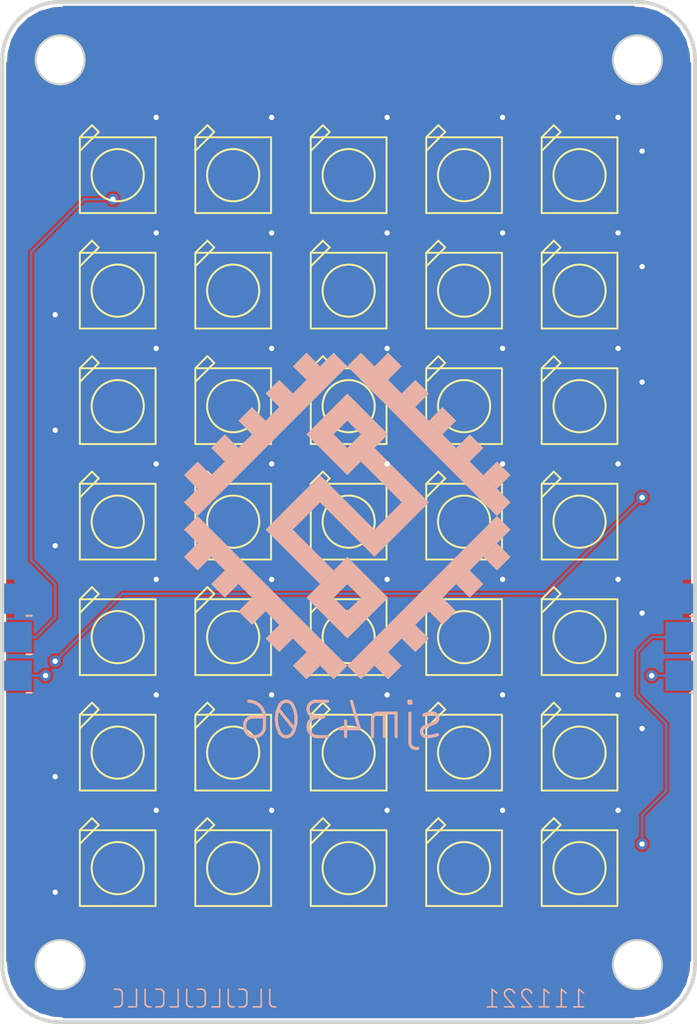
<source format=kicad_pcb>
(kicad_pcb (version 4) (generator gerbview)

  (layers 
    (0 F.Cu signal)
    (31 B.Cu signal)
    (32 B.Adhes user)
    (33 F.Adhes user)
    (34 B.Paste user)
    (35 F.Paste user)
    (36 B.SilkS user)
    (37 F.SilkS user)
    (38 B.Mask user)
    (39 F.Mask user)
    (40 Dwgs.User user)
    (41 Cmts.User user)
    (42 Eco1.User user)
    (43 Eco2.User user)
    (44 Edge.Cuts user)
  )

(gr_line (start 0 -3.81) (end 0.0145 -3.47795) (layer Edge.Cuts) (width 0.254))
(gr_line (start 0.0145 -3.47795) (end 0.05789 -3.14841) (layer Edge.Cuts) (width 0.254))
(gr_line (start 0.05789 -3.14841) (end 0.12982 -2.8239) (layer Edge.Cuts) (width 0.254))
(gr_line (start 0.12982 -2.8239) (end 0.22977 -2.5069) (layer Edge.Cuts) (width 0.254))
(gr_line (start 0.22977 -2.5069) (end 0.35697 -2.19982) (layer Edge.Cuts) (width 0.254))
(gr_line (start 0.35697 -2.19982) (end 0.51044 -1.905) (layer Edge.Cuts) (width 0.254))
(gr_line (start 0.51044 -1.905) (end 0.68903 -1.62469) (layer Edge.Cuts) (width 0.254))
(gr_line (start 0.68903 -1.62469) (end 0.89136 -1.36098) (layer Edge.Cuts) (width 0.254))
(gr_line (start 0.89136 -1.36098) (end 1.11592 -1.11592) (layer Edge.Cuts) (width 0.254))
(gr_line (start 1.11592 -1.11592) (end 1.36098 -0.89136) (layer Edge.Cuts) (width 0.254))
(gr_line (start 1.36098 -0.89136) (end 1.62469 -0.68903) (layer Edge.Cuts) (width 0.254))
(gr_line (start 1.62469 -0.68903) (end 1.905 -0.51044) (layer Edge.Cuts) (width 0.254))
(gr_line (start 1.905 -0.51044) (end 2.19982 -0.35697) (layer Edge.Cuts) (width 0.254))
(gr_line (start 2.19982 -0.35697) (end 2.5069 -0.22977) (layer Edge.Cuts) (width 0.254))
(gr_line (start 2.5069 -0.22977) (end 2.8239 -0.12982) (layer Edge.Cuts) (width 0.254))
(gr_line (start 2.8239 -0.12982) (end 3.14841 -0.05789) (layer Edge.Cuts) (width 0.254))
(gr_line (start 3.14841 -0.05789) (end 3.47795 -0.0145) (layer Edge.Cuts) (width 0.254))
(gr_line (start 3.47795 -0.0145) (end 3.81 0) (layer Edge.Cuts) (width 0.254))
(gr_line (start 3.81 0) (end 41.91 0) (layer Edge.Cuts) (width 0.254))
(gr_line (start 41.91 0) (end 42.24205 -0.0145) (layer Edge.Cuts) (width 0.254))
(gr_line (start 42.24205 -0.0145) (end 42.57159 -0.05789) (layer Edge.Cuts) (width 0.254))
(gr_line (start 42.57159 -0.05789) (end 42.8961 -0.12982) (layer Edge.Cuts) (width 0.254))
(gr_line (start 42.8961 -0.12982) (end 43.2131 -0.22977) (layer Edge.Cuts) (width 0.254))
(gr_line (start 43.2131 -0.22977) (end 43.52018 -0.35697) (layer Edge.Cuts) (width 0.254))
(gr_line (start 43.52018 -0.35697) (end 43.815 -0.51044) (layer Edge.Cuts) (width 0.254))
(gr_line (start 43.815 -0.51044) (end 44.09531 -0.68903) (layer Edge.Cuts) (width 0.254))
(gr_line (start 44.09531 -0.68903) (end 44.35902 -0.89136) (layer Edge.Cuts) (width 0.254))
(gr_line (start 44.35902 -0.89136) (end 44.60408 -1.11592) (layer Edge.Cuts) (width 0.254))
(gr_line (start 44.60408 -1.11592) (end 44.82864 -1.36098) (layer Edge.Cuts) (width 0.254))
(gr_line (start 44.82864 -1.36098) (end 45.03097 -1.62469) (layer Edge.Cuts) (width 0.254))
(gr_line (start 45.03097 -1.62469) (end 45.20956 -1.905) (layer Edge.Cuts) (width 0.254))
(gr_line (start 45.20956 -1.905) (end 45.36303 -2.19982) (layer Edge.Cuts) (width 0.254))
(gr_line (start 45.36303 -2.19982) (end 45.49023 -2.5069) (layer Edge.Cuts) (width 0.254))
(gr_line (start 45.49023 -2.5069) (end 45.59018 -2.8239) (layer Edge.Cuts) (width 0.254))
(gr_line (start 45.59018 -2.8239) (end 45.66211 -3.14841) (layer Edge.Cuts) (width 0.254))
(gr_line (start 45.66211 -3.14841) (end 45.7055 -3.47795) (layer Edge.Cuts) (width 0.254))
(gr_line (start 45.7055 -3.47795) (end 45.72 -3.81) (layer Edge.Cuts) (width 0.254))
(gr_line (start 45.72 -3.81) (end 45.72 -63.5) (layer Edge.Cuts) (width 0.254))
(gr_line (start 45.72 -63.5) (end 45.7055 -63.83205) (layer Edge.Cuts) (width 0.254))
(gr_line (start 45.7055 -63.83205) (end 45.66211 -64.16159) (layer Edge.Cuts) (width 0.254))
(gr_line (start 45.66211 -64.16159) (end 45.59018 -64.4861) (layer Edge.Cuts) (width 0.254))
(gr_line (start 45.59018 -64.4861) (end 45.49023 -64.8031) (layer Edge.Cuts) (width 0.254))
(gr_line (start 45.49023 -64.8031) (end 45.36303 -65.11018) (layer Edge.Cuts) (width 0.254))
(gr_line (start 45.36303 -65.11018) (end 45.20956 -65.405) (layer Edge.Cuts) (width 0.254))
(gr_line (start 45.20956 -65.405) (end 45.03097 -65.68531) (layer Edge.Cuts) (width 0.254))
(gr_line (start 45.03097 -65.68531) (end 44.82864 -65.94902) (layer Edge.Cuts) (width 0.254))
(gr_line (start 44.82864 -65.94902) (end 44.60408 -66.19408) (layer Edge.Cuts) (width 0.254))
(gr_line (start 44.60408 -66.19408) (end 44.35902 -66.41864) (layer Edge.Cuts) (width 0.254))
(gr_line (start 44.35902 -66.41864) (end 44.09531 -66.62097) (layer Edge.Cuts) (width 0.254))
(gr_line (start 44.09531 -66.62097) (end 43.815 -66.79956) (layer Edge.Cuts) (width 0.254))
(gr_line (start 43.815 -66.79956) (end 43.52018 -66.95303) (layer Edge.Cuts) (width 0.254))
(gr_line (start 43.52018 -66.95303) (end 43.2131 -67.08023) (layer Edge.Cuts) (width 0.254))
(gr_line (start 43.2131 -67.08023) (end 42.8961 -67.18018) (layer Edge.Cuts) (width 0.254))
(gr_line (start 42.8961 -67.18018) (end 42.57159 -67.25211) (layer Edge.Cuts) (width 0.254))
(gr_line (start 42.57159 -67.25211) (end 42.24205 -67.2955) (layer Edge.Cuts) (width 0.254))
(gr_line (start 42.24205 -67.2955) (end 41.91 -67.31) (layer Edge.Cuts) (width 0.254))
(gr_line (start 41.91 -67.31) (end 3.81 -67.31) (layer Edge.Cuts) (width 0.254))
(gr_line (start 3.81 -67.31) (end 3.47795 -67.2955) (layer Edge.Cuts) (width 0.254))
(gr_line (start 3.47795 -67.2955) (end 3.14841 -67.25211) (layer Edge.Cuts) (width 0.254))
(gr_line (start 3.14841 -67.25211) (end 2.8239 -67.18018) (layer Edge.Cuts) (width 0.254))
(gr_line (start 2.8239 -67.18018) (end 2.5069 -67.08023) (layer Edge.Cuts) (width 0.254))
(gr_line (start 2.5069 -67.08023) (end 2.19982 -66.95303) (layer Edge.Cuts) (width 0.254))
(gr_line (start 2.19982 -66.95303) (end 1.905 -66.79956) (layer Edge.Cuts) (width 0.254))
(gr_line (start 1.905 -66.79956) (end 1.62469 -66.62097) (layer Edge.Cuts) (width 0.254))
(gr_line (start 1.62469 -66.62097) (end 1.36098 -66.41864) (layer Edge.Cuts) (width 0.254))
(gr_line (start 1.36098 -66.41864) (end 1.11592 -66.19408) (layer Edge.Cuts) (width 0.254))
(gr_line (start 1.11592 -66.19408) (end 0.89136 -65.94902) (layer Edge.Cuts) (width 0.254))
(gr_line (start 0.89136 -65.94902) (end 0.68903 -65.68531) (layer Edge.Cuts) (width 0.254))
(gr_line (start 0.68903 -65.68531) (end 0.51044 -65.405) (layer Edge.Cuts) (width 0.254))
(gr_line (start 0.51044 -65.405) (end 0.35697 -65.11018) (layer Edge.Cuts) (width 0.254))
(gr_line (start 0.35697 -65.11018) (end 0.22977 -64.8031) (layer Edge.Cuts) (width 0.254))
(gr_line (start 0.22977 -64.8031) (end 0.12982 -64.4861) (layer Edge.Cuts) (width 0.254))
(gr_line (start 0.12982 -64.4861) (end 0.05789 -64.16159) (layer Edge.Cuts) (width 0.254))
(gr_line (start 0.05789 -64.16159) (end 0.0145 -63.83205) (layer Edge.Cuts) (width 0.254))
(gr_line (start 0.0145 -63.83205) (end 0 -63.5) (layer Edge.Cuts) (width 0.254))
(gr_line (start 0 -63.5) (end 0 -3.81) (layer Edge.Cuts) (width 0.254))
(gr_line (start 5.37017 -63.43193) (end 5.36227 -63.32151) (layer Edge.Cuts) (width 0.254))
(gr_line (start 5.36227 -63.32151) (end 5.3465 -63.21191) (layer Edge.Cuts) (width 0.254))
(gr_line (start 5.3465 -63.21191) (end 5.32298 -63.10373) (layer Edge.Cuts) (width 0.254))
(gr_line (start 5.32298 -63.10373) (end 5.29179 -62.99751) (layer Edge.Cuts) (width 0.254))
(gr_line (start 5.29179 -62.99751) (end 5.25308 -62.89375) (layer Edge.Cuts) (width 0.254))
(gr_line (start 5.25308 -62.89375) (end 5.2071 -62.79304) (layer Edge.Cuts) (width 0.254))
(gr_line (start 5.2071 -62.79304) (end 5.15404 -62.69589) (layer Edge.Cuts) (width 0.254))
(gr_line (start 5.15404 -62.69589) (end 5.09417 -62.60275) (layer Edge.Cuts) (width 0.254))
(gr_line (start 5.09417 -62.60275) (end 5.02783 -62.5141) (layer Edge.Cuts) (width 0.254))
(gr_line (start 5.02783 -62.5141) (end 4.95531 -62.43043) (layer Edge.Cuts) (width 0.254))
(gr_line (start 4.95531 -62.43043) (end 4.87703 -62.35215) (layer Edge.Cuts) (width 0.254))
(gr_line (start 4.87703 -62.35215) (end 4.79336 -62.27963) (layer Edge.Cuts) (width 0.254))
(gr_line (start 4.79336 -62.27963) (end 4.70472 -62.21329) (layer Edge.Cuts) (width 0.254))
(gr_line (start 4.70472 -62.21329) (end 4.61157 -62.15342) (layer Edge.Cuts) (width 0.254))
(gr_line (start 4.61157 -62.15342) (end 4.51442 -62.10036) (layer Edge.Cuts) (width 0.254))
(gr_line (start 4.51442 -62.10036) (end 4.41371 -62.05438) (layer Edge.Cuts) (width 0.254))
(gr_line (start 4.41371 -62.05438) (end 4.30995 -62.01567) (layer Edge.Cuts) (width 0.254))
(gr_line (start 4.30995 -62.01567) (end 4.20373 -61.98448) (layer Edge.Cuts) (width 0.254))
(gr_line (start 4.20373 -61.98448) (end 4.09555 -61.96096) (layer Edge.Cuts) (width 0.254))
(gr_line (start 4.09555 -61.96096) (end 3.98595 -61.94519) (layer Edge.Cuts) (width 0.254))
(gr_line (start 3.98595 -61.94519) (end 3.87551 -61.93729) (layer Edge.Cuts) (width 0.254))
(gr_line (start 3.87551 -61.93729) (end 3.76479 -61.93729) (layer Edge.Cuts) (width 0.254))
(gr_line (start 3.76479 -61.93729) (end 3.65437 -61.94519) (layer Edge.Cuts) (width 0.254))
(gr_line (start 3.65437 -61.94519) (end 3.54477 -61.96096) (layer Edge.Cuts) (width 0.254))
(gr_line (start 3.54477 -61.96096) (end 3.43659 -61.98448) (layer Edge.Cuts) (width 0.254))
(gr_line (start 3.43659 -61.98448) (end 3.33037 -62.01567) (layer Edge.Cuts) (width 0.254))
(gr_line (start 3.33037 -62.01567) (end 3.22661 -62.05438) (layer Edge.Cuts) (width 0.254))
(gr_line (start 3.22661 -62.05438) (end 3.1259 -62.10036) (layer Edge.Cuts) (width 0.254))
(gr_line (start 3.1259 -62.10036) (end 3.02875 -62.15342) (layer Edge.Cuts) (width 0.254))
(gr_line (start 3.02875 -62.15342) (end 2.93561 -62.21329) (layer Edge.Cuts) (width 0.254))
(gr_line (start 2.93561 -62.21329) (end 2.84696 -62.27963) (layer Edge.Cuts) (width 0.254))
(gr_line (start 2.84696 -62.27963) (end 2.76329 -62.35215) (layer Edge.Cuts) (width 0.254))
(gr_line (start 2.76329 -62.35215) (end 2.68501 -62.43043) (layer Edge.Cuts) (width 0.254))
(gr_line (start 2.68501 -62.43043) (end 2.61249 -62.5141) (layer Edge.Cuts) (width 0.254))
(gr_line (start 2.61249 -62.5141) (end 2.54615 -62.60275) (layer Edge.Cuts) (width 0.254))
(gr_line (start 2.54615 -62.60275) (end 2.48628 -62.69589) (layer Edge.Cuts) (width 0.254))
(gr_line (start 2.48628 -62.69589) (end 2.43322 -62.79304) (layer Edge.Cuts) (width 0.254))
(gr_line (start 2.43322 -62.79304) (end 2.38724 -62.89375) (layer Edge.Cuts) (width 0.254))
(gr_line (start 2.38724 -62.89375) (end 2.34853 -62.99751) (layer Edge.Cuts) (width 0.254))
(gr_line (start 2.34853 -62.99751) (end 2.31734 -63.10373) (layer Edge.Cuts) (width 0.254))
(gr_line (start 2.31734 -63.10373) (end 2.29382 -63.21191) (layer Edge.Cuts) (width 0.254))
(gr_line (start 2.29382 -63.21191) (end 2.27805 -63.32151) (layer Edge.Cuts) (width 0.254))
(gr_line (start 2.27805 -63.32151) (end 2.27015 -63.43193) (layer Edge.Cuts) (width 0.254))
(gr_line (start 2.27015 -63.43193) (end 2.27015 -63.54267) (layer Edge.Cuts) (width 0.254))
(gr_line (start 2.27015 -63.54267) (end 2.27805 -63.65309) (layer Edge.Cuts) (width 0.254))
(gr_line (start 2.27805 -63.65309) (end 2.29382 -63.76269) (layer Edge.Cuts) (width 0.254))
(gr_line (start 2.29382 -63.76269) (end 2.31734 -63.87087) (layer Edge.Cuts) (width 0.254))
(gr_line (start 2.31734 -63.87087) (end 2.34853 -63.97709) (layer Edge.Cuts) (width 0.254))
(gr_line (start 2.34853 -63.97709) (end 2.38724 -64.08085) (layer Edge.Cuts) (width 0.254))
(gr_line (start 2.38724 -64.08085) (end 2.43322 -64.18156) (layer Edge.Cuts) (width 0.254))
(gr_line (start 2.43322 -64.18156) (end 2.48628 -64.27871) (layer Edge.Cuts) (width 0.254))
(gr_line (start 2.48628 -64.27871) (end 2.54615 -64.37186) (layer Edge.Cuts) (width 0.254))
(gr_line (start 2.54615 -64.37186) (end 2.61249 -64.4605) (layer Edge.Cuts) (width 0.254))
(gr_line (start 2.61249 -64.4605) (end 2.68501 -64.54417) (layer Edge.Cuts) (width 0.254))
(gr_line (start 2.68501 -64.54417) (end 2.76329 -64.62245) (layer Edge.Cuts) (width 0.254))
(gr_line (start 2.76329 -64.62245) (end 2.84696 -64.69497) (layer Edge.Cuts) (width 0.254))
(gr_line (start 2.84696 -64.69497) (end 2.93561 -64.76131) (layer Edge.Cuts) (width 0.254))
(gr_line (start 2.93561 -64.76131) (end 3.02875 -64.82118) (layer Edge.Cuts) (width 0.254))
(gr_line (start 3.02875 -64.82118) (end 3.1259 -64.87424) (layer Edge.Cuts) (width 0.254))
(gr_line (start 3.1259 -64.87424) (end 3.22661 -64.92022) (layer Edge.Cuts) (width 0.254))
(gr_line (start 3.22661 -64.92022) (end 3.33037 -64.95893) (layer Edge.Cuts) (width 0.254))
(gr_line (start 3.33037 -64.95893) (end 3.43659 -64.99012) (layer Edge.Cuts) (width 0.254))
(gr_line (start 3.43659 -64.99012) (end 3.54477 -65.01364) (layer Edge.Cuts) (width 0.254))
(gr_line (start 3.54477 -65.01364) (end 3.65437 -65.02941) (layer Edge.Cuts) (width 0.254))
(gr_line (start 3.65437 -65.02941) (end 3.76479 -65.03731) (layer Edge.Cuts) (width 0.254))
(gr_line (start 3.76479 -65.03731) (end 3.87551 -65.03731) (layer Edge.Cuts) (width 0.254))
(gr_line (start 3.87551 -65.03731) (end 3.98595 -65.02941) (layer Edge.Cuts) (width 0.254))
(gr_line (start 3.98595 -65.02941) (end 4.09555 -65.01364) (layer Edge.Cuts) (width 0.254))
(gr_line (start 4.09555 -65.01364) (end 4.20373 -64.99012) (layer Edge.Cuts) (width 0.254))
(gr_line (start 4.20373 -64.99012) (end 4.30995 -64.95893) (layer Edge.Cuts) (width 0.254))
(gr_line (start 4.30995 -64.95893) (end 4.41371 -64.92022) (layer Edge.Cuts) (width 0.254))
(gr_line (start 4.41371 -64.92022) (end 4.51442 -64.87424) (layer Edge.Cuts) (width 0.254))
(gr_line (start 4.51442 -64.87424) (end 4.61157 -64.82118) (layer Edge.Cuts) (width 0.254))
(gr_line (start 4.61157 -64.82118) (end 4.70472 -64.76131) (layer Edge.Cuts) (width 0.254))
(gr_line (start 4.70472 -64.76131) (end 4.79336 -64.69497) (layer Edge.Cuts) (width 0.254))
(gr_line (start 4.79336 -64.69497) (end 4.87703 -64.62245) (layer Edge.Cuts) (width 0.254))
(gr_line (start 4.87703 -64.62245) (end 4.95531 -64.54417) (layer Edge.Cuts) (width 0.254))
(gr_line (start 4.95531 -64.54417) (end 5.02783 -64.4605) (layer Edge.Cuts) (width 0.254))
(gr_line (start 5.02783 -64.4605) (end 5.09417 -64.37186) (layer Edge.Cuts) (width 0.254))
(gr_line (start 5.09417 -64.37186) (end 5.15404 -64.27871) (layer Edge.Cuts) (width 0.254))
(gr_line (start 5.15404 -64.27871) (end 5.2071 -64.18156) (layer Edge.Cuts) (width 0.254))
(gr_line (start 5.2071 -64.18156) (end 5.25308 -64.08085) (layer Edge.Cuts) (width 0.254))
(gr_line (start 5.25308 -64.08085) (end 5.29179 -63.97709) (layer Edge.Cuts) (width 0.254))
(gr_line (start 5.29179 -63.97709) (end 5.32298 -63.87087) (layer Edge.Cuts) (width 0.254))
(gr_line (start 5.32298 -63.87087) (end 5.3465 -63.76269) (layer Edge.Cuts) (width 0.254))
(gr_line (start 5.3465 -63.76269) (end 5.36227 -63.65309) (layer Edge.Cuts) (width 0.254))
(gr_line (start 5.36227 -63.65309) (end 5.37017 -63.54267) (layer Edge.Cuts) (width 0.254))
(gr_line (start 5.37017 -63.54267) (end 5.37017 -63.43193) (layer Edge.Cuts) (width 0.254))
(gr_line (start 43.47017 -63.43193) (end 43.46227 -63.32151) (layer Edge.Cuts) (width 0.254))
(gr_line (start 43.46227 -63.32151) (end 43.4465 -63.21191) (layer Edge.Cuts) (width 0.254))
(gr_line (start 43.4465 -63.21191) (end 43.42298 -63.10373) (layer Edge.Cuts) (width 0.254))
(gr_line (start 43.42298 -63.10373) (end 43.39179 -62.99751) (layer Edge.Cuts) (width 0.254))
(gr_line (start 43.39179 -62.99751) (end 43.35308 -62.89375) (layer Edge.Cuts) (width 0.254))
(gr_line (start 43.35308 -62.89375) (end 43.3071 -62.79304) (layer Edge.Cuts) (width 0.254))
(gr_line (start 43.3071 -62.79304) (end 43.25404 -62.69589) (layer Edge.Cuts) (width 0.254))
(gr_line (start 43.25404 -62.69589) (end 43.19417 -62.60275) (layer Edge.Cuts) (width 0.254))
(gr_line (start 43.19417 -62.60275) (end 43.12783 -62.5141) (layer Edge.Cuts) (width 0.254))
(gr_line (start 43.12783 -62.5141) (end 43.05531 -62.43043) (layer Edge.Cuts) (width 0.254))
(gr_line (start 43.05531 -62.43043) (end 42.97703 -62.35215) (layer Edge.Cuts) (width 0.254))
(gr_line (start 42.97703 -62.35215) (end 42.89336 -62.27963) (layer Edge.Cuts) (width 0.254))
(gr_line (start 42.89336 -62.27963) (end 42.80472 -62.21329) (layer Edge.Cuts) (width 0.254))
(gr_line (start 42.80472 -62.21329) (end 42.71157 -62.15342) (layer Edge.Cuts) (width 0.254))
(gr_line (start 42.71157 -62.15342) (end 42.61442 -62.10036) (layer Edge.Cuts) (width 0.254))
(gr_line (start 42.61442 -62.10036) (end 42.51371 -62.05438) (layer Edge.Cuts) (width 0.254))
(gr_line (start 42.51371 -62.05438) (end 42.40995 -62.01567) (layer Edge.Cuts) (width 0.254))
(gr_line (start 42.40995 -62.01567) (end 42.30373 -61.98448) (layer Edge.Cuts) (width 0.254))
(gr_line (start 42.30373 -61.98448) (end 42.19555 -61.96096) (layer Edge.Cuts) (width 0.254))
(gr_line (start 42.19555 -61.96096) (end 42.08595 -61.94519) (layer Edge.Cuts) (width 0.254))
(gr_line (start 42.08595 -61.94519) (end 41.97551 -61.93729) (layer Edge.Cuts) (width 0.254))
(gr_line (start 41.97551 -61.93729) (end 41.86479 -61.93729) (layer Edge.Cuts) (width 0.254))
(gr_line (start 41.86479 -61.93729) (end 41.75437 -61.94519) (layer Edge.Cuts) (width 0.254))
(gr_line (start 41.75437 -61.94519) (end 41.64477 -61.96096) (layer Edge.Cuts) (width 0.254))
(gr_line (start 41.64477 -61.96096) (end 41.53659 -61.98448) (layer Edge.Cuts) (width 0.254))
(gr_line (start 41.53659 -61.98448) (end 41.43037 -62.01567) (layer Edge.Cuts) (width 0.254))
(gr_line (start 41.43037 -62.01567) (end 41.32661 -62.05438) (layer Edge.Cuts) (width 0.254))
(gr_line (start 41.32661 -62.05438) (end 41.2259 -62.10036) (layer Edge.Cuts) (width 0.254))
(gr_line (start 41.2259 -62.10036) (end 41.12875 -62.15342) (layer Edge.Cuts) (width 0.254))
(gr_line (start 41.12875 -62.15342) (end 41.03561 -62.21329) (layer Edge.Cuts) (width 0.254))
(gr_line (start 41.03561 -62.21329) (end 40.94696 -62.27963) (layer Edge.Cuts) (width 0.254))
(gr_line (start 40.94696 -62.27963) (end 40.86329 -62.35215) (layer Edge.Cuts) (width 0.254))
(gr_line (start 40.86329 -62.35215) (end 40.78501 -62.43043) (layer Edge.Cuts) (width 0.254))
(gr_line (start 40.78501 -62.43043) (end 40.71249 -62.5141) (layer Edge.Cuts) (width 0.254))
(gr_line (start 40.71249 -62.5141) (end 40.64615 -62.60275) (layer Edge.Cuts) (width 0.254))
(gr_line (start 40.64615 -62.60275) (end 40.58628 -62.69589) (layer Edge.Cuts) (width 0.254))
(gr_line (start 40.58628 -62.69589) (end 40.53322 -62.79304) (layer Edge.Cuts) (width 0.254))
(gr_line (start 40.53322 -62.79304) (end 40.48724 -62.89375) (layer Edge.Cuts) (width 0.254))
(gr_line (start 40.48724 -62.89375) (end 40.44853 -62.99751) (layer Edge.Cuts) (width 0.254))
(gr_line (start 40.44853 -62.99751) (end 40.41734 -63.10373) (layer Edge.Cuts) (width 0.254))
(gr_line (start 40.41734 -63.10373) (end 40.39382 -63.21191) (layer Edge.Cuts) (width 0.254))
(gr_line (start 40.39382 -63.21191) (end 40.37805 -63.32151) (layer Edge.Cuts) (width 0.254))
(gr_line (start 40.37805 -63.32151) (end 40.37015 -63.43193) (layer Edge.Cuts) (width 0.254))
(gr_line (start 40.37015 -63.43193) (end 40.37015 -63.54267) (layer Edge.Cuts) (width 0.254))
(gr_line (start 40.37015 -63.54267) (end 40.37805 -63.65309) (layer Edge.Cuts) (width 0.254))
(gr_line (start 40.37805 -63.65309) (end 40.39382 -63.76269) (layer Edge.Cuts) (width 0.254))
(gr_line (start 40.39382 -63.76269) (end 40.41734 -63.87087) (layer Edge.Cuts) (width 0.254))
(gr_line (start 40.41734 -63.87087) (end 40.44853 -63.97709) (layer Edge.Cuts) (width 0.254))
(gr_line (start 40.44853 -63.97709) (end 40.48724 -64.08085) (layer Edge.Cuts) (width 0.254))
(gr_line (start 40.48724 -64.08085) (end 40.53322 -64.18156) (layer Edge.Cuts) (width 0.254))
(gr_line (start 40.53322 -64.18156) (end 40.58628 -64.27871) (layer Edge.Cuts) (width 0.254))
(gr_line (start 40.58628 -64.27871) (end 40.64615 -64.37186) (layer Edge.Cuts) (width 0.254))
(gr_line (start 40.64615 -64.37186) (end 40.71249 -64.4605) (layer Edge.Cuts) (width 0.254))
(gr_line (start 40.71249 -64.4605) (end 40.78501 -64.54417) (layer Edge.Cuts) (width 0.254))
(gr_line (start 40.78501 -64.54417) (end 40.86329 -64.62245) (layer Edge.Cuts) (width 0.254))
(gr_line (start 40.86329 -64.62245) (end 40.94696 -64.69497) (layer Edge.Cuts) (width 0.254))
(gr_line (start 40.94696 -64.69497) (end 41.03561 -64.76131) (layer Edge.Cuts) (width 0.254))
(gr_line (start 41.03561 -64.76131) (end 41.12875 -64.82118) (layer Edge.Cuts) (width 0.254))
(gr_line (start 41.12875 -64.82118) (end 41.2259 -64.87424) (layer Edge.Cuts) (width 0.254))
(gr_line (start 41.2259 -64.87424) (end 41.32661 -64.92022) (layer Edge.Cuts) (width 0.254))
(gr_line (start 41.32661 -64.92022) (end 41.43037 -64.95893) (layer Edge.Cuts) (width 0.254))
(gr_line (start 41.43037 -64.95893) (end 41.53659 -64.99012) (layer Edge.Cuts) (width 0.254))
(gr_line (start 41.53659 -64.99012) (end 41.64477 -65.01364) (layer Edge.Cuts) (width 0.254))
(gr_line (start 41.64477 -65.01364) (end 41.75437 -65.02941) (layer Edge.Cuts) (width 0.254))
(gr_line (start 41.75437 -65.02941) (end 41.86479 -65.03731) (layer Edge.Cuts) (width 0.254))
(gr_line (start 41.86479 -65.03731) (end 41.97551 -65.03731) (layer Edge.Cuts) (width 0.254))
(gr_line (start 41.97551 -65.03731) (end 42.08595 -65.02941) (layer Edge.Cuts) (width 0.254))
(gr_line (start 42.08595 -65.02941) (end 42.19555 -65.01364) (layer Edge.Cuts) (width 0.254))
(gr_line (start 42.19555 -65.01364) (end 42.30373 -64.99012) (layer Edge.Cuts) (width 0.254))
(gr_line (start 42.30373 -64.99012) (end 42.40995 -64.95893) (layer Edge.Cuts) (width 0.254))
(gr_line (start 42.40995 -64.95893) (end 42.51371 -64.92022) (layer Edge.Cuts) (width 0.254))
(gr_line (start 42.51371 -64.92022) (end 42.61442 -64.87424) (layer Edge.Cuts) (width 0.254))
(gr_line (start 42.61442 -64.87424) (end 42.71157 -64.82118) (layer Edge.Cuts) (width 0.254))
(gr_line (start 42.71157 -64.82118) (end 42.80472 -64.76131) (layer Edge.Cuts) (width 0.254))
(gr_line (start 42.80472 -64.76131) (end 42.89336 -64.69497) (layer Edge.Cuts) (width 0.254))
(gr_line (start 42.89336 -64.69497) (end 42.97703 -64.62245) (layer Edge.Cuts) (width 0.254))
(gr_line (start 42.97703 -64.62245) (end 43.05531 -64.54417) (layer Edge.Cuts) (width 0.254))
(gr_line (start 43.05531 -64.54417) (end 43.12783 -64.4605) (layer Edge.Cuts) (width 0.254))
(gr_line (start 43.12783 -64.4605) (end 43.19417 -64.37186) (layer Edge.Cuts) (width 0.254))
(gr_line (start 43.19417 -64.37186) (end 43.25404 -64.27871) (layer Edge.Cuts) (width 0.254))
(gr_line (start 43.25404 -64.27871) (end 43.3071 -64.18156) (layer Edge.Cuts) (width 0.254))
(gr_line (start 43.3071 -64.18156) (end 43.35308 -64.08085) (layer Edge.Cuts) (width 0.254))
(gr_line (start 43.35308 -64.08085) (end 43.39179 -63.97709) (layer Edge.Cuts) (width 0.254))
(gr_line (start 43.39179 -63.97709) (end 43.42298 -63.87087) (layer Edge.Cuts) (width 0.254))
(gr_line (start 43.42298 -63.87087) (end 43.4465 -63.76269) (layer Edge.Cuts) (width 0.254))
(gr_line (start 43.4465 -63.76269) (end 43.46227 -63.65309) (layer Edge.Cuts) (width 0.254))
(gr_line (start 43.46227 -63.65309) (end 43.47017 -63.54267) (layer Edge.Cuts) (width 0.254))
(gr_line (start 43.47017 -63.54267) (end 43.47017 -63.43193) (layer Edge.Cuts) (width 0.254))
(gr_line (start 5.37017 -3.74193) (end 5.36227 -3.63151) (layer Edge.Cuts) (width 0.254))
(gr_line (start 5.36227 -3.63151) (end 5.3465 -3.52191) (layer Edge.Cuts) (width 0.254))
(gr_line (start 5.3465 -3.52191) (end 5.32298 -3.41373) (layer Edge.Cuts) (width 0.254))
(gr_line (start 5.32298 -3.41373) (end 5.29179 -3.30751) (layer Edge.Cuts) (width 0.254))
(gr_line (start 5.29179 -3.30751) (end 5.25308 -3.20375) (layer Edge.Cuts) (width 0.254))
(gr_line (start 5.25308 -3.20375) (end 5.2071 -3.10304) (layer Edge.Cuts) (width 0.254))
(gr_line (start 5.2071 -3.10304) (end 5.15404 -3.00589) (layer Edge.Cuts) (width 0.254))
(gr_line (start 5.15404 -3.00589) (end 5.09417 -2.91275) (layer Edge.Cuts) (width 0.254))
(gr_line (start 5.09417 -2.91275) (end 5.02783 -2.8241) (layer Edge.Cuts) (width 0.254))
(gr_line (start 5.02783 -2.8241) (end 4.95531 -2.74043) (layer Edge.Cuts) (width 0.254))
(gr_line (start 4.95531 -2.74043) (end 4.87703 -2.66215) (layer Edge.Cuts) (width 0.254))
(gr_line (start 4.87703 -2.66215) (end 4.79336 -2.58963) (layer Edge.Cuts) (width 0.254))
(gr_line (start 4.79336 -2.58963) (end 4.70472 -2.52329) (layer Edge.Cuts) (width 0.254))
(gr_line (start 4.70472 -2.52329) (end 4.61157 -2.46342) (layer Edge.Cuts) (width 0.254))
(gr_line (start 4.61157 -2.46342) (end 4.51442 -2.41036) (layer Edge.Cuts) (width 0.254))
(gr_line (start 4.51442 -2.41036) (end 4.41371 -2.36438) (layer Edge.Cuts) (width 0.254))
(gr_line (start 4.41371 -2.36438) (end 4.30995 -2.32567) (layer Edge.Cuts) (width 0.254))
(gr_line (start 4.30995 -2.32567) (end 4.20373 -2.29448) (layer Edge.Cuts) (width 0.254))
(gr_line (start 4.20373 -2.29448) (end 4.09555 -2.27096) (layer Edge.Cuts) (width 0.254))
(gr_line (start 4.09555 -2.27096) (end 3.98595 -2.25519) (layer Edge.Cuts) (width 0.254))
(gr_line (start 3.98595 -2.25519) (end 3.87551 -2.24729) (layer Edge.Cuts) (width 0.254))
(gr_line (start 3.87551 -2.24729) (end 3.76479 -2.24729) (layer Edge.Cuts) (width 0.254))
(gr_line (start 3.76479 -2.24729) (end 3.65437 -2.25519) (layer Edge.Cuts) (width 0.254))
(gr_line (start 3.65437 -2.25519) (end 3.54477 -2.27096) (layer Edge.Cuts) (width 0.254))
(gr_line (start 3.54477 -2.27096) (end 3.43659 -2.29448) (layer Edge.Cuts) (width 0.254))
(gr_line (start 3.43659 -2.29448) (end 3.33037 -2.32567) (layer Edge.Cuts) (width 0.254))
(gr_line (start 3.33037 -2.32567) (end 3.22661 -2.36438) (layer Edge.Cuts) (width 0.254))
(gr_line (start 3.22661 -2.36438) (end 3.1259 -2.41036) (layer Edge.Cuts) (width 0.254))
(gr_line (start 3.1259 -2.41036) (end 3.02875 -2.46342) (layer Edge.Cuts) (width 0.254))
(gr_line (start 3.02875 -2.46342) (end 2.93561 -2.52329) (layer Edge.Cuts) (width 0.254))
(gr_line (start 2.93561 -2.52329) (end 2.84696 -2.58963) (layer Edge.Cuts) (width 0.254))
(gr_line (start 2.84696 -2.58963) (end 2.76329 -2.66215) (layer Edge.Cuts) (width 0.254))
(gr_line (start 2.76329 -2.66215) (end 2.68501 -2.74043) (layer Edge.Cuts) (width 0.254))
(gr_line (start 2.68501 -2.74043) (end 2.61249 -2.8241) (layer Edge.Cuts) (width 0.254))
(gr_line (start 2.61249 -2.8241) (end 2.54615 -2.91275) (layer Edge.Cuts) (width 0.254))
(gr_line (start 2.54615 -2.91275) (end 2.48628 -3.00589) (layer Edge.Cuts) (width 0.254))
(gr_line (start 2.48628 -3.00589) (end 2.43322 -3.10304) (layer Edge.Cuts) (width 0.254))
(gr_line (start 2.43322 -3.10304) (end 2.38724 -3.20375) (layer Edge.Cuts) (width 0.254))
(gr_line (start 2.38724 -3.20375) (end 2.34853 -3.30751) (layer Edge.Cuts) (width 0.254))
(gr_line (start 2.34853 -3.30751) (end 2.31734 -3.41373) (layer Edge.Cuts) (width 0.254))
(gr_line (start 2.31734 -3.41373) (end 2.29382 -3.52191) (layer Edge.Cuts) (width 0.254))
(gr_line (start 2.29382 -3.52191) (end 2.27805 -3.63151) (layer Edge.Cuts) (width 0.254))
(gr_line (start 2.27805 -3.63151) (end 2.27015 -3.74193) (layer Edge.Cuts) (width 0.254))
(gr_line (start 2.27015 -3.74193) (end 2.27015 -3.85267) (layer Edge.Cuts) (width 0.254))
(gr_line (start 2.27015 -3.85267) (end 2.27805 -3.96309) (layer Edge.Cuts) (width 0.254))
(gr_line (start 2.27805 -3.96309) (end 2.29382 -4.07269) (layer Edge.Cuts) (width 0.254))
(gr_line (start 2.29382 -4.07269) (end 2.31734 -4.18087) (layer Edge.Cuts) (width 0.254))
(gr_line (start 2.31734 -4.18087) (end 2.34853 -4.28709) (layer Edge.Cuts) (width 0.254))
(gr_line (start 2.34853 -4.28709) (end 2.38724 -4.39085) (layer Edge.Cuts) (width 0.254))
(gr_line (start 2.38724 -4.39085) (end 2.43322 -4.49156) (layer Edge.Cuts) (width 0.254))
(gr_line (start 2.43322 -4.49156) (end 2.48628 -4.58871) (layer Edge.Cuts) (width 0.254))
(gr_line (start 2.48628 -4.58871) (end 2.54615 -4.68186) (layer Edge.Cuts) (width 0.254))
(gr_line (start 2.54615 -4.68186) (end 2.61249 -4.7705) (layer Edge.Cuts) (width 0.254))
(gr_line (start 2.61249 -4.7705) (end 2.68501 -4.85417) (layer Edge.Cuts) (width 0.254))
(gr_line (start 2.68501 -4.85417) (end 2.76329 -4.93245) (layer Edge.Cuts) (width 0.254))
(gr_line (start 2.76329 -4.93245) (end 2.84696 -5.00497) (layer Edge.Cuts) (width 0.254))
(gr_line (start 2.84696 -5.00497) (end 2.93561 -5.07131) (layer Edge.Cuts) (width 0.254))
(gr_line (start 2.93561 -5.07131) (end 3.02875 -5.13118) (layer Edge.Cuts) (width 0.254))
(gr_line (start 3.02875 -5.13118) (end 3.1259 -5.18424) (layer Edge.Cuts) (width 0.254))
(gr_line (start 3.1259 -5.18424) (end 3.22661 -5.23022) (layer Edge.Cuts) (width 0.254))
(gr_line (start 3.22661 -5.23022) (end 3.33037 -5.26893) (layer Edge.Cuts) (width 0.254))
(gr_line (start 3.33037 -5.26893) (end 3.43659 -5.30012) (layer Edge.Cuts) (width 0.254))
(gr_line (start 3.43659 -5.30012) (end 3.54477 -5.32364) (layer Edge.Cuts) (width 0.254))
(gr_line (start 3.54477 -5.32364) (end 3.65437 -5.33941) (layer Edge.Cuts) (width 0.254))
(gr_line (start 3.65437 -5.33941) (end 3.76479 -5.34731) (layer Edge.Cuts) (width 0.254))
(gr_line (start 3.76479 -5.34731) (end 3.87551 -5.34731) (layer Edge.Cuts) (width 0.254))
(gr_line (start 3.87551 -5.34731) (end 3.98595 -5.33941) (layer Edge.Cuts) (width 0.254))
(gr_line (start 3.98595 -5.33941) (end 4.09555 -5.32364) (layer Edge.Cuts) (width 0.254))
(gr_line (start 4.09555 -5.32364) (end 4.20373 -5.30012) (layer Edge.Cuts) (width 0.254))
(gr_line (start 4.20373 -5.30012) (end 4.30995 -5.26893) (layer Edge.Cuts) (width 0.254))
(gr_line (start 4.30995 -5.26893) (end 4.41371 -5.23022) (layer Edge.Cuts) (width 0.254))
(gr_line (start 4.41371 -5.23022) (end 4.51442 -5.18424) (layer Edge.Cuts) (width 0.254))
(gr_line (start 4.51442 -5.18424) (end 4.61157 -5.13118) (layer Edge.Cuts) (width 0.254))
(gr_line (start 4.61157 -5.13118) (end 4.70472 -5.07131) (layer Edge.Cuts) (width 0.254))
(gr_line (start 4.70472 -5.07131) (end 4.79336 -5.00497) (layer Edge.Cuts) (width 0.254))
(gr_line (start 4.79336 -5.00497) (end 4.87703 -4.93245) (layer Edge.Cuts) (width 0.254))
(gr_line (start 4.87703 -4.93245) (end 4.95531 -4.85417) (layer Edge.Cuts) (width 0.254))
(gr_line (start 4.95531 -4.85417) (end 5.02783 -4.7705) (layer Edge.Cuts) (width 0.254))
(gr_line (start 5.02783 -4.7705) (end 5.09417 -4.68186) (layer Edge.Cuts) (width 0.254))
(gr_line (start 5.09417 -4.68186) (end 5.15404 -4.58871) (layer Edge.Cuts) (width 0.254))
(gr_line (start 5.15404 -4.58871) (end 5.2071 -4.49156) (layer Edge.Cuts) (width 0.254))
(gr_line (start 5.2071 -4.49156) (end 5.25308 -4.39085) (layer Edge.Cuts) (width 0.254))
(gr_line (start 5.25308 -4.39085) (end 5.29179 -4.28709) (layer Edge.Cuts) (width 0.254))
(gr_line (start 5.29179 -4.28709) (end 5.32298 -4.18087) (layer Edge.Cuts) (width 0.254))
(gr_line (start 5.32298 -4.18087) (end 5.3465 -4.07269) (layer Edge.Cuts) (width 0.254))
(gr_line (start 5.3465 -4.07269) (end 5.36227 -3.96309) (layer Edge.Cuts) (width 0.254))
(gr_line (start 5.36227 -3.96309) (end 5.37017 -3.85267) (layer Edge.Cuts) (width 0.254))
(gr_line (start 5.37017 -3.85267) (end 5.37017 -3.74193) (layer Edge.Cuts) (width 0.254))
(gr_line (start 43.47017 -3.74193) (end 43.46227 -3.63151) (layer Edge.Cuts) (width 0.254))
(gr_line (start 43.46227 -3.63151) (end 43.4465 -3.52191) (layer Edge.Cuts) (width 0.254))
(gr_line (start 43.4465 -3.52191) (end 43.42298 -3.41373) (layer Edge.Cuts) (width 0.254))
(gr_line (start 43.42298 -3.41373) (end 43.39179 -3.30751) (layer Edge.Cuts) (width 0.254))
(gr_line (start 43.39179 -3.30751) (end 43.35308 -3.20375) (layer Edge.Cuts) (width 0.254))
(gr_line (start 43.35308 -3.20375) (end 43.3071 -3.10304) (layer Edge.Cuts) (width 0.254))
(gr_line (start 43.3071 -3.10304) (end 43.25404 -3.00589) (layer Edge.Cuts) (width 0.254))
(gr_line (start 43.25404 -3.00589) (end 43.19417 -2.91275) (layer Edge.Cuts) (width 0.254))
(gr_line (start 43.19417 -2.91275) (end 43.12783 -2.8241) (layer Edge.Cuts) (width 0.254))
(gr_line (start 43.12783 -2.8241) (end 43.05531 -2.74043) (layer Edge.Cuts) (width 0.254))
(gr_line (start 43.05531 -2.74043) (end 42.97703 -2.66215) (layer Edge.Cuts) (width 0.254))
(gr_line (start 42.97703 -2.66215) (end 42.89336 -2.58963) (layer Edge.Cuts) (width 0.254))
(gr_line (start 42.89336 -2.58963) (end 42.80472 -2.52329) (layer Edge.Cuts) (width 0.254))
(gr_line (start 42.80472 -2.52329) (end 42.71157 -2.46342) (layer Edge.Cuts) (width 0.254))
(gr_line (start 42.71157 -2.46342) (end 42.61442 -2.41036) (layer Edge.Cuts) (width 0.254))
(gr_line (start 42.61442 -2.41036) (end 42.51371 -2.36438) (layer Edge.Cuts) (width 0.254))
(gr_line (start 42.51371 -2.36438) (end 42.40995 -2.32567) (layer Edge.Cuts) (width 0.254))
(gr_line (start 42.40995 -2.32567) (end 42.30373 -2.29448) (layer Edge.Cuts) (width 0.254))
(gr_line (start 42.30373 -2.29448) (end 42.19555 -2.27096) (layer Edge.Cuts) (width 0.254))
(gr_line (start 42.19555 -2.27096) (end 42.08595 -2.25519) (layer Edge.Cuts) (width 0.254))
(gr_line (start 42.08595 -2.25519) (end 41.97551 -2.24729) (layer Edge.Cuts) (width 0.254))
(gr_line (start 41.97551 -2.24729) (end 41.86479 -2.24729) (layer Edge.Cuts) (width 0.254))
(gr_line (start 41.86479 -2.24729) (end 41.75437 -2.25519) (layer Edge.Cuts) (width 0.254))
(gr_line (start 41.75437 -2.25519) (end 41.64477 -2.27096) (layer Edge.Cuts) (width 0.254))
(gr_line (start 41.64477 -2.27096) (end 41.53659 -2.29448) (layer Edge.Cuts) (width 0.254))
(gr_line (start 41.53659 -2.29448) (end 41.43037 -2.32567) (layer Edge.Cuts) (width 0.254))
(gr_line (start 41.43037 -2.32567) (end 41.32661 -2.36438) (layer Edge.Cuts) (width 0.254))
(gr_line (start 41.32661 -2.36438) (end 41.2259 -2.41036) (layer Edge.Cuts) (width 0.254))
(gr_line (start 41.2259 -2.41036) (end 41.12875 -2.46342) (layer Edge.Cuts) (width 0.254))
(gr_line (start 41.12875 -2.46342) (end 41.03561 -2.52329) (layer Edge.Cuts) (width 0.254))
(gr_line (start 41.03561 -2.52329) (end 40.94696 -2.58963) (layer Edge.Cuts) (width 0.254))
(gr_line (start 40.94696 -2.58963) (end 40.86329 -2.66215) (layer Edge.Cuts) (width 0.254))
(gr_line (start 40.86329 -2.66215) (end 40.78501 -2.74043) (layer Edge.Cuts) (width 0.254))
(gr_line (start 40.78501 -2.74043) (end 40.71249 -2.8241) (layer Edge.Cuts) (width 0.254))
(gr_line (start 40.71249 -2.8241) (end 40.64615 -2.91275) (layer Edge.Cuts) (width 0.254))
(gr_line (start 40.64615 -2.91275) (end 40.58628 -3.00589) (layer Edge.Cuts) (width 0.254))
(gr_line (start 40.58628 -3.00589) (end 40.53322 -3.10304) (layer Edge.Cuts) (width 0.254))
(gr_line (start 40.53322 -3.10304) (end 40.48724 -3.20375) (layer Edge.Cuts) (width 0.254))
(gr_line (start 40.48724 -3.20375) (end 40.44853 -3.30751) (layer Edge.Cuts) (width 0.254))
(gr_line (start 40.44853 -3.30751) (end 40.41734 -3.41373) (layer Edge.Cuts) (width 0.254))
(gr_line (start 40.41734 -3.41373) (end 40.39382 -3.52191) (layer Edge.Cuts) (width 0.254))
(gr_line (start 40.39382 -3.52191) (end 40.37805 -3.63151) (layer Edge.Cuts) (width 0.254))
(gr_line (start 40.37805 -3.63151) (end 40.37015 -3.74193) (layer Edge.Cuts) (width 0.254))
(gr_line (start 40.37015 -3.74193) (end 40.37015 -3.85267) (layer Edge.Cuts) (width 0.254))
(gr_line (start 40.37015 -3.85267) (end 40.37805 -3.96309) (layer Edge.Cuts) (width 0.254))
(gr_line (start 40.37805 -3.96309) (end 40.39382 -4.07269) (layer Edge.Cuts) (width 0.254))
(gr_line (start 40.39382 -4.07269) (end 40.41734 -4.18087) (layer Edge.Cuts) (width 0.254))
(gr_line (start 40.41734 -4.18087) (end 40.44853 -4.28709) (layer Edge.Cuts) (width 0.254))
(gr_line (start 40.44853 -4.28709) (end 40.48724 -4.39085) (layer Edge.Cuts) (width 0.254))
(gr_line (start 40.48724 -4.39085) (end 40.53322 -4.49156) (layer Edge.Cuts) (width 0.254))
(gr_line (start 40.53322 -4.49156) (end 40.58628 -4.58871) (layer Edge.Cuts) (width 0.254))
(gr_line (start 40.58628 -4.58871) (end 40.64615 -4.68186) (layer Edge.Cuts) (width 0.254))
(gr_line (start 40.64615 -4.68186) (end 40.71249 -4.7705) (layer Edge.Cuts) (width 0.254))
(gr_line (start 40.71249 -4.7705) (end 40.78501 -4.85417) (layer Edge.Cuts) (width 0.254))
(gr_line (start 40.78501 -4.85417) (end 40.86329 -4.93245) (layer Edge.Cuts) (width 0.254))
(gr_line (start 40.86329 -4.93245) (end 40.94696 -5.00497) (layer Edge.Cuts) (width 0.254))
(gr_line (start 40.94696 -5.00497) (end 41.03561 -5.07131) (layer Edge.Cuts) (width 0.254))
(gr_line (start 41.03561 -5.07131) (end 41.12875 -5.13118) (layer Edge.Cuts) (width 0.254))
(gr_line (start 41.12875 -5.13118) (end 41.2259 -5.18424) (layer Edge.Cuts) (width 0.254))
(gr_line (start 41.2259 -5.18424) (end 41.32661 -5.23022) (layer Edge.Cuts) (width 0.254))
(gr_line (start 41.32661 -5.23022) (end 41.43037 -5.26893) (layer Edge.Cuts) (width 0.254))
(gr_line (start 41.43037 -5.26893) (end 41.53659 -5.30012) (layer Edge.Cuts) (width 0.254))
(gr_line (start 41.53659 -5.30012) (end 41.64477 -5.32364) (layer Edge.Cuts) (width 0.254))
(gr_line (start 41.64477 -5.32364) (end 41.75437 -5.33941) (layer Edge.Cuts) (width 0.254))
(gr_line (start 41.75437 -5.33941) (end 41.86479 -5.34731) (layer Edge.Cuts) (width 0.254))
(gr_line (start 41.86479 -5.34731) (end 41.97551 -5.34731) (layer Edge.Cuts) (width 0.254))
(gr_line (start 41.97551 -5.34731) (end 42.08595 -5.33941) (layer Edge.Cuts) (width 0.254))
(gr_line (start 42.08595 -5.33941) (end 42.19555 -5.32364) (layer Edge.Cuts) (width 0.254))
(gr_line (start 42.19555 -5.32364) (end 42.30373 -5.30012) (layer Edge.Cuts) (width 0.254))
(gr_line (start 42.30373 -5.30012) (end 42.40995 -5.26893) (layer Edge.Cuts) (width 0.254))
(gr_line (start 42.40995 -5.26893) (end 42.51371 -5.23022) (layer Edge.Cuts) (width 0.254))
(gr_line (start 42.51371 -5.23022) (end 42.61442 -5.18424) (layer Edge.Cuts) (width 0.254))
(gr_line (start 42.61442 -5.18424) (end 42.71157 -5.13118) (layer Edge.Cuts) (width 0.254))
(gr_line (start 42.71157 -5.13118) (end 42.80472 -5.07131) (layer Edge.Cuts) (width 0.254))
(gr_line (start 42.80472 -5.07131) (end 42.89336 -5.00497) (layer Edge.Cuts) (width 0.254))
(gr_line (start 42.89336 -5.00497) (end 42.97703 -4.93245) (layer Edge.Cuts) (width 0.254))
(gr_line (start 42.97703 -4.93245) (end 43.05531 -4.85417) (layer Edge.Cuts) (width 0.254))
(gr_line (start 43.05531 -4.85417) (end 43.12783 -4.7705) (layer Edge.Cuts) (width 0.254))
(gr_line (start 43.12783 -4.7705) (end 43.19417 -4.68186) (layer Edge.Cuts) (width 0.254))
(gr_line (start 43.19417 -4.68186) (end 43.25404 -4.58871) (layer Edge.Cuts) (width 0.254))
(gr_line (start 43.25404 -4.58871) (end 43.3071 -4.49156) (layer Edge.Cuts) (width 0.254))
(gr_line (start 43.3071 -4.49156) (end 43.35308 -4.39085) (layer Edge.Cuts) (width 0.254))
(gr_line (start 43.35308 -4.39085) (end 43.39179 -4.28709) (layer Edge.Cuts) (width 0.254))
(gr_line (start 43.39179 -4.28709) (end 43.42298 -4.18087) (layer Edge.Cuts) (width 0.254))
(gr_line (start 43.42298 -4.18087) (end 43.4465 -4.07269) (layer Edge.Cuts) (width 0.254))
(gr_line (start 43.4465 -4.07269) (end 43.46227 -3.96309) (layer Edge.Cuts) (width 0.254))
(gr_line (start 43.46227 -3.96309) (end 43.47017 -3.85267) (layer Edge.Cuts) (width 0.254))
(gr_line (start 43.47017 -3.85267) (end 43.47017 -3.74193) (layer Edge.Cuts) (width 0.254))
(gr_line (start 5.37017 -63.43193) (end 5.36227 -63.32151) (layer Edge.Cuts) (width 0.254))
(gr_line (start 5.36227 -63.32151) (end 5.3465 -63.21191) (layer Edge.Cuts) (width 0.254))
(gr_line (start 5.3465 -63.21191) (end 5.32298 -63.10373) (layer Edge.Cuts) (width 0.254))
(gr_line (start 5.32298 -63.10373) (end 5.29179 -62.99751) (layer Edge.Cuts) (width 0.254))
(gr_line (start 5.29179 -62.99751) (end 5.25308 -62.89375) (layer Edge.Cuts) (width 0.254))
(gr_line (start 5.25308 -62.89375) (end 5.2071 -62.79304) (layer Edge.Cuts) (width 0.254))
(gr_line (start 5.2071 -62.79304) (end 5.15404 -62.69589) (layer Edge.Cuts) (width 0.254))
(gr_line (start 5.15404 -62.69589) (end 5.09417 -62.60275) (layer Edge.Cuts) (width 0.254))
(gr_line (start 5.09417 -62.60275) (end 5.02783 -62.5141) (layer Edge.Cuts) (width 0.254))
(gr_line (start 5.02783 -62.5141) (end 4.95531 -62.43043) (layer Edge.Cuts) (width 0.254))
(gr_line (start 4.95531 -62.43043) (end 4.87703 -62.35215) (layer Edge.Cuts) (width 0.254))
(gr_line (start 4.87703 -62.35215) (end 4.79336 -62.27963) (layer Edge.Cuts) (width 0.254))
(gr_line (start 4.79336 -62.27963) (end 4.70472 -62.21329) (layer Edge.Cuts) (width 0.254))
(gr_line (start 4.70472 -62.21329) (end 4.61157 -62.15342) (layer Edge.Cuts) (width 0.254))
(gr_line (start 4.61157 -62.15342) (end 4.51442 -62.10036) (layer Edge.Cuts) (width 0.254))
(gr_line (start 4.51442 -62.10036) (end 4.41371 -62.05438) (layer Edge.Cuts) (width 0.254))
(gr_line (start 4.41371 -62.05438) (end 4.30995 -62.01567) (layer Edge.Cuts) (width 0.254))
(gr_line (start 4.30995 -62.01567) (end 4.20373 -61.98448) (layer Edge.Cuts) (width 0.254))
(gr_line (start 4.20373 -61.98448) (end 4.09555 -61.96096) (layer Edge.Cuts) (width 0.254))
(gr_line (start 4.09555 -61.96096) (end 3.98595 -61.94519) (layer Edge.Cuts) (width 0.254))
(gr_line (start 3.98595 -61.94519) (end 3.87551 -61.93729) (layer Edge.Cuts) (width 0.254))
(gr_line (start 3.87551 -61.93729) (end 3.76479 -61.93729) (layer Edge.Cuts) (width 0.254))
(gr_line (start 3.76479 -61.93729) (end 3.65437 -61.94519) (layer Edge.Cuts) (width 0.254))
(gr_line (start 3.65437 -61.94519) (end 3.54477 -61.96096) (layer Edge.Cuts) (width 0.254))
(gr_line (start 3.54477 -61.96096) (end 3.43659 -61.98448) (layer Edge.Cuts) (width 0.254))
(gr_line (start 3.43659 -61.98448) (end 3.33037 -62.01567) (layer Edge.Cuts) (width 0.254))
(gr_line (start 3.33037 -62.01567) (end 3.22661 -62.05438) (layer Edge.Cuts) (width 0.254))
(gr_line (start 3.22661 -62.05438) (end 3.1259 -62.10036) (layer Edge.Cuts) (width 0.254))
(gr_line (start 3.1259 -62.10036) (end 3.02875 -62.15342) (layer Edge.Cuts) (width 0.254))
(gr_line (start 3.02875 -62.15342) (end 2.93561 -62.21329) (layer Edge.Cuts) (width 0.254))
(gr_line (start 2.93561 -62.21329) (end 2.84696 -62.27963) (layer Edge.Cuts) (width 0.254))
(gr_line (start 2.84696 -62.27963) (end 2.76329 -62.35215) (layer Edge.Cuts) (width 0.254))
(gr_line (start 2.76329 -62.35215) (end 2.68501 -62.43043) (layer Edge.Cuts) (width 0.254))
(gr_line (start 2.68501 -62.43043) (end 2.61249 -62.5141) (layer Edge.Cuts) (width 0.254))
(gr_line (start 2.61249 -62.5141) (end 2.54615 -62.60275) (layer Edge.Cuts) (width 0.254))
(gr_line (start 2.54615 -62.60275) (end 2.48628 -62.69589) (layer Edge.Cuts) (width 0.254))
(gr_line (start 2.48628 -62.69589) (end 2.43322 -62.79304) (layer Edge.Cuts) (width 0.254))
(gr_line (start 2.43322 -62.79304) (end 2.38724 -62.89375) (layer Edge.Cuts) (width 0.254))
(gr_line (start 2.38724 -62.89375) (end 2.34853 -62.99751) (layer Edge.Cuts) (width 0.254))
(gr_line (start 2.34853 -62.99751) (end 2.31734 -63.10373) (layer Edge.Cuts) (width 0.254))
(gr_line (start 2.31734 -63.10373) (end 2.29382 -63.21191) (layer Edge.Cuts) (width 0.254))
(gr_line (start 2.29382 -63.21191) (end 2.27805 -63.32151) (layer Edge.Cuts) (width 0.254))
(gr_line (start 2.27805 -63.32151) (end 2.27015 -63.43193) (layer Edge.Cuts) (width 0.254))
(gr_line (start 2.27015 -63.43193) (end 2.27015 -63.54267) (layer Edge.Cuts) (width 0.254))
(gr_line (start 2.27015 -63.54267) (end 2.27805 -63.65309) (layer Edge.Cuts) (width 0.254))
(gr_line (start 2.27805 -63.65309) (end 2.29382 -63.76269) (layer Edge.Cuts) (width 0.254))
(gr_line (start 2.29382 -63.76269) (end 2.31734 -63.87087) (layer Edge.Cuts) (width 0.254))
(gr_line (start 2.31734 -63.87087) (end 2.34853 -63.97709) (layer Edge.Cuts) (width 0.254))
(gr_line (start 2.34853 -63.97709) (end 2.38724 -64.08085) (layer Edge.Cuts) (width 0.254))
(gr_line (start 2.38724 -64.08085) (end 2.43322 -64.18156) (layer Edge.Cuts) (width 0.254))
(gr_line (start 2.43322 -64.18156) (end 2.48628 -64.27871) (layer Edge.Cuts) (width 0.254))
(gr_line (start 2.48628 -64.27871) (end 2.54615 -64.37186) (layer Edge.Cuts) (width 0.254))
(gr_line (start 2.54615 -64.37186) (end 2.61249 -64.4605) (layer Edge.Cuts) (width 0.254))
(gr_line (start 2.61249 -64.4605) (end 2.68501 -64.54417) (layer Edge.Cuts) (width 0.254))
(gr_line (start 2.68501 -64.54417) (end 2.76329 -64.62245) (layer Edge.Cuts) (width 0.254))
(gr_line (start 2.76329 -64.62245) (end 2.84696 -64.69497) (layer Edge.Cuts) (width 0.254))
(gr_line (start 2.84696 -64.69497) (end 2.93561 -64.76131) (layer Edge.Cuts) (width 0.254))
(gr_line (start 2.93561 -64.76131) (end 3.02875 -64.82118) (layer Edge.Cuts) (width 0.254))
(gr_line (start 3.02875 -64.82118) (end 3.1259 -64.87424) (layer Edge.Cuts) (width 0.254))
(gr_line (start 3.1259 -64.87424) (end 3.22661 -64.92022) (layer Edge.Cuts) (width 0.254))
(gr_line (start 3.22661 -64.92022) (end 3.33037 -64.95893) (layer Edge.Cuts) (width 0.254))
(gr_line (start 3.33037 -64.95893) (end 3.43659 -64.99012) (layer Edge.Cuts) (width 0.254))
(gr_line (start 3.43659 -64.99012) (end 3.54477 -65.01364) (layer Edge.Cuts) (width 0.254))
(gr_line (start 3.54477 -65.01364) (end 3.65437 -65.02941) (layer Edge.Cuts) (width 0.254))
(gr_line (start 3.65437 -65.02941) (end 3.76479 -65.03731) (layer Edge.Cuts) (width 0.254))
(gr_line (start 3.76479 -65.03731) (end 3.87551 -65.03731) (layer Edge.Cuts) (width 0.254))
(gr_line (start 3.87551 -65.03731) (end 3.98595 -65.02941) (layer Edge.Cuts) (width 0.254))
(gr_line (start 3.98595 -65.02941) (end 4.09555 -65.01364) (layer Edge.Cuts) (width 0.254))
(gr_line (start 4.09555 -65.01364) (end 4.20373 -64.99012) (layer Edge.Cuts) (width 0.254))
(gr_line (start 4.20373 -64.99012) (end 4.30995 -64.95893) (layer Edge.Cuts) (width 0.254))
(gr_line (start 4.30995 -64.95893) (end 4.41371 -64.92022) (layer Edge.Cuts) (width 0.254))
(gr_line (start 4.41371 -64.92022) (end 4.51442 -64.87424) (layer Edge.Cuts) (width 0.254))
(gr_line (start 4.51442 -64.87424) (end 4.61157 -64.82118) (layer Edge.Cuts) (width 0.254))
(gr_line (start 4.61157 -64.82118) (end 4.70472 -64.76131) (layer Edge.Cuts) (width 0.254))
(gr_line (start 4.70472 -64.76131) (end 4.79336 -64.69497) (layer Edge.Cuts) (width 0.254))
(gr_line (start 4.79336 -64.69497) (end 4.87703 -64.62245) (layer Edge.Cuts) (width 0.254))
(gr_line (start 4.87703 -64.62245) (end 4.95531 -64.54417) (layer Edge.Cuts) (width 0.254))
(gr_line (start 4.95531 -64.54417) (end 5.02783 -64.4605) (layer Edge.Cuts) (width 0.254))
(gr_line (start 5.02783 -64.4605) (end 5.09417 -64.37186) (layer Edge.Cuts) (width 0.254))
(gr_line (start 5.09417 -64.37186) (end 5.15404 -64.27871) (layer Edge.Cuts) (width 0.254))
(gr_line (start 5.15404 -64.27871) (end 5.2071 -64.18156) (layer Edge.Cuts) (width 0.254))
(gr_line (start 5.2071 -64.18156) (end 5.25308 -64.08085) (layer Edge.Cuts) (width 0.254))
(gr_line (start 5.25308 -64.08085) (end 5.29179 -63.97709) (layer Edge.Cuts) (width 0.254))
(gr_line (start 5.29179 -63.97709) (end 5.32298 -63.87087) (layer Edge.Cuts) (width 0.254))
(gr_line (start 5.32298 -63.87087) (end 5.3465 -63.76269) (layer Edge.Cuts) (width 0.254))
(gr_line (start 5.3465 -63.76269) (end 5.36227 -63.65309) (layer Edge.Cuts) (width 0.254))
(gr_line (start 5.36227 -63.65309) (end 5.37017 -63.54267) (layer Edge.Cuts) (width 0.254))
(gr_line (start 5.37017 -63.54267) (end 5.37017 -63.43193) (layer Edge.Cuts) (width 0.254))
(gr_line (start 43.47017 -63.43193) (end 43.46227 -63.32151) (layer Edge.Cuts) (width 0.254))
(gr_line (start 43.46227 -63.32151) (end 43.4465 -63.21191) (layer Edge.Cuts) (width 0.254))
(gr_line (start 43.4465 -63.21191) (end 43.42298 -63.10373) (layer Edge.Cuts) (width 0.254))
(gr_line (start 43.42298 -63.10373) (end 43.39179 -62.99751) (layer Edge.Cuts) (width 0.254))
(gr_line (start 43.39179 -62.99751) (end 43.35308 -62.89375) (layer Edge.Cuts) (width 0.254))
(gr_line (start 43.35308 -62.89375) (end 43.3071 -62.79304) (layer Edge.Cuts) (width 0.254))
(gr_line (start 43.3071 -62.79304) (end 43.25404 -62.69589) (layer Edge.Cuts) (width 0.254))
(gr_line (start 43.25404 -62.69589) (end 43.19417 -62.60275) (layer Edge.Cuts) (width 0.254))
(gr_line (start 43.19417 -62.60275) (end 43.12783 -62.5141) (layer Edge.Cuts) (width 0.254))
(gr_line (start 43.12783 -62.5141) (end 43.05531 -62.43043) (layer Edge.Cuts) (width 0.254))
(gr_line (start 43.05531 -62.43043) (end 42.97703 -62.35215) (layer Edge.Cuts) (width 0.254))
(gr_line (start 42.97703 -62.35215) (end 42.89336 -62.27963) (layer Edge.Cuts) (width 0.254))
(gr_line (start 42.89336 -62.27963) (end 42.80472 -62.21329) (layer Edge.Cuts) (width 0.254))
(gr_line (start 42.80472 -62.21329) (end 42.71157 -62.15342) (layer Edge.Cuts) (width 0.254))
(gr_line (start 42.71157 -62.15342) (end 42.61442 -62.10036) (layer Edge.Cuts) (width 0.254))
(gr_line (start 42.61442 -62.10036) (end 42.51371 -62.05438) (layer Edge.Cuts) (width 0.254))
(gr_line (start 42.51371 -62.05438) (end 42.40995 -62.01567) (layer Edge.Cuts) (width 0.254))
(gr_line (start 42.40995 -62.01567) (end 42.30373 -61.98448) (layer Edge.Cuts) (width 0.254))
(gr_line (start 42.30373 -61.98448) (end 42.19555 -61.96096) (layer Edge.Cuts) (width 0.254))
(gr_line (start 42.19555 -61.96096) (end 42.08595 -61.94519) (layer Edge.Cuts) (width 0.254))
(gr_line (start 42.08595 -61.94519) (end 41.97551 -61.93729) (layer Edge.Cuts) (width 0.254))
(gr_line (start 41.97551 -61.93729) (end 41.86479 -61.93729) (layer Edge.Cuts) (width 0.254))
(gr_line (start 41.86479 -61.93729) (end 41.75437 -61.94519) (layer Edge.Cuts) (width 0.254))
(gr_line (start 41.75437 -61.94519) (end 41.64477 -61.96096) (layer Edge.Cuts) (width 0.254))
(gr_line (start 41.64477 -61.96096) (end 41.53659 -61.98448) (layer Edge.Cuts) (width 0.254))
(gr_line (start 41.53659 -61.98448) (end 41.43037 -62.01567) (layer Edge.Cuts) (width 0.254))
(gr_line (start 41.43037 -62.01567) (end 41.32661 -62.05438) (layer Edge.Cuts) (width 0.254))
(gr_line (start 41.32661 -62.05438) (end 41.2259 -62.10036) (layer Edge.Cuts) (width 0.254))
(gr_line (start 41.2259 -62.10036) (end 41.12875 -62.15342) (layer Edge.Cuts) (width 0.254))
(gr_line (start 41.12875 -62.15342) (end 41.03561 -62.21329) (layer Edge.Cuts) (width 0.254))
(gr_line (start 41.03561 -62.21329) (end 40.94696 -62.27963) (layer Edge.Cuts) (width 0.254))
(gr_line (start 40.94696 -62.27963) (end 40.86329 -62.35215) (layer Edge.Cuts) (width 0.254))
(gr_line (start 40.86329 -62.35215) (end 40.78501 -62.43043) (layer Edge.Cuts) (width 0.254))
(gr_line (start 40.78501 -62.43043) (end 40.71249 -62.5141) (layer Edge.Cuts) (width 0.254))
(gr_line (start 40.71249 -62.5141) (end 40.64615 -62.60275) (layer Edge.Cuts) (width 0.254))
(gr_line (start 40.64615 -62.60275) (end 40.58628 -62.69589) (layer Edge.Cuts) (width 0.254))
(gr_line (start 40.58628 -62.69589) (end 40.53322 -62.79304) (layer Edge.Cuts) (width 0.254))
(gr_line (start 40.53322 -62.79304) (end 40.48724 -62.89375) (layer Edge.Cuts) (width 0.254))
(gr_line (start 40.48724 -62.89375) (end 40.44853 -62.99751) (layer Edge.Cuts) (width 0.254))
(gr_line (start 40.44853 -62.99751) (end 40.41734 -63.10373) (layer Edge.Cuts) (width 0.254))
(gr_line (start 40.41734 -63.10373) (end 40.39382 -63.21191) (layer Edge.Cuts) (width 0.254))
(gr_line (start 40.39382 -63.21191) (end 40.37805 -63.32151) (layer Edge.Cuts) (width 0.254))
(gr_line (start 40.37805 -63.32151) (end 40.37015 -63.43193) (layer Edge.Cuts) (width 0.254))
(gr_line (start 40.37015 -63.43193) (end 40.37015 -63.54267) (layer Edge.Cuts) (width 0.254))
(gr_line (start 40.37015 -63.54267) (end 40.37805 -63.65309) (layer Edge.Cuts) (width 0.254))
(gr_line (start 40.37805 -63.65309) (end 40.39382 -63.76269) (layer Edge.Cuts) (width 0.254))
(gr_line (start 40.39382 -63.76269) (end 40.41734 -63.87087) (layer Edge.Cuts) (width 0.254))
(gr_line (start 40.41734 -63.87087) (end 40.44853 -63.97709) (layer Edge.Cuts) (width 0.254))
(gr_line (start 40.44853 -63.97709) (end 40.48724 -64.08085) (layer Edge.Cuts) (width 0.254))
(gr_line (start 40.48724 -64.08085) (end 40.53322 -64.18156) (layer Edge.Cuts) (width 0.254))
(gr_line (start 40.53322 -64.18156) (end 40.58628 -64.27871) (layer Edge.Cuts) (width 0.254))
(gr_line (start 40.58628 -64.27871) (end 40.64615 -64.37186) (layer Edge.Cuts) (width 0.254))
(gr_line (start 40.64615 -64.37186) (end 40.71249 -64.4605) (layer Edge.Cuts) (width 0.254))
(gr_line (start 40.71249 -64.4605) (end 40.78501 -64.54417) (layer Edge.Cuts) (width 0.254))
(gr_line (start 40.78501 -64.54417) (end 40.86329 -64.62245) (layer Edge.Cuts) (width 0.254))
(gr_line (start 40.86329 -64.62245) (end 40.94696 -64.69497) (layer Edge.Cuts) (width 0.254))
(gr_line (start 40.94696 -64.69497) (end 41.03561 -64.76131) (layer Edge.Cuts) (width 0.254))
(gr_line (start 41.03561 -64.76131) (end 41.12875 -64.82118) (layer Edge.Cuts) (width 0.254))
(gr_line (start 41.12875 -64.82118) (end 41.2259 -64.87424) (layer Edge.Cuts) (width 0.254))
(gr_line (start 41.2259 -64.87424) (end 41.32661 -64.92022) (layer Edge.Cuts) (width 0.254))
(gr_line (start 41.32661 -64.92022) (end 41.43037 -64.95893) (layer Edge.Cuts) (width 0.254))
(gr_line (start 41.43037 -64.95893) (end 41.53659 -64.99012) (layer Edge.Cuts) (width 0.254))
(gr_line (start 41.53659 -64.99012) (end 41.64477 -65.01364) (layer Edge.Cuts) (width 0.254))
(gr_line (start 41.64477 -65.01364) (end 41.75437 -65.02941) (layer Edge.Cuts) (width 0.254))
(gr_line (start 41.75437 -65.02941) (end 41.86479 -65.03731) (layer Edge.Cuts) (width 0.254))
(gr_line (start 41.86479 -65.03731) (end 41.97551 -65.03731) (layer Edge.Cuts) (width 0.254))
(gr_line (start 41.97551 -65.03731) (end 42.08595 -65.02941) (layer Edge.Cuts) (width 0.254))
(gr_line (start 42.08595 -65.02941) (end 42.19555 -65.01364) (layer Edge.Cuts) (width 0.254))
(gr_line (start 42.19555 -65.01364) (end 42.30373 -64.99012) (layer Edge.Cuts) (width 0.254))
(gr_line (start 42.30373 -64.99012) (end 42.40995 -64.95893) (layer Edge.Cuts) (width 0.254))
(gr_line (start 42.40995 -64.95893) (end 42.51371 -64.92022) (layer Edge.Cuts) (width 0.254))
(gr_line (start 42.51371 -64.92022) (end 42.61442 -64.87424) (layer Edge.Cuts) (width 0.254))
(gr_line (start 42.61442 -64.87424) (end 42.71157 -64.82118) (layer Edge.Cuts) (width 0.254))
(gr_line (start 42.71157 -64.82118) (end 42.80472 -64.76131) (layer Edge.Cuts) (width 0.254))
(gr_line (start 42.80472 -64.76131) (end 42.89336 -64.69497) (layer Edge.Cuts) (width 0.254))
(gr_line (start 42.89336 -64.69497) (end 42.97703 -64.62245) (layer Edge.Cuts) (width 0.254))
(gr_line (start 42.97703 -64.62245) (end 43.05531 -64.54417) (layer Edge.Cuts) (width 0.254))
(gr_line (start 43.05531 -64.54417) (end 43.12783 -64.4605) (layer Edge.Cuts) (width 0.254))
(gr_line (start 43.12783 -64.4605) (end 43.19417 -64.37186) (layer Edge.Cuts) (width 0.254))
(gr_line (start 43.19417 -64.37186) (end 43.25404 -64.27871) (layer Edge.Cuts) (width 0.254))
(gr_line (start 43.25404 -64.27871) (end 43.3071 -64.18156) (layer Edge.Cuts) (width 0.254))
(gr_line (start 43.3071 -64.18156) (end 43.35308 -64.08085) (layer Edge.Cuts) (width 0.254))
(gr_line (start 43.35308 -64.08085) (end 43.39179 -63.97709) (layer Edge.Cuts) (width 0.254))
(gr_line (start 43.39179 -63.97709) (end 43.42298 -63.87087) (layer Edge.Cuts) (width 0.254))
(gr_line (start 43.42298 -63.87087) (end 43.4465 -63.76269) (layer Edge.Cuts) (width 0.254))
(gr_line (start 43.4465 -63.76269) (end 43.46227 -63.65309) (layer Edge.Cuts) (width 0.254))
(gr_line (start 43.46227 -63.65309) (end 43.47017 -63.54267) (layer Edge.Cuts) (width 0.254))
(gr_line (start 43.47017 -63.54267) (end 43.47017 -63.43193) (layer Edge.Cuts) (width 0.254))
(gr_line (start 5.37017 -3.74193) (end 5.36227 -3.63151) (layer Edge.Cuts) (width 0.254))
(gr_line (start 5.36227 -3.63151) (end 5.3465 -3.52191) (layer Edge.Cuts) (width 0.254))
(gr_line (start 5.3465 -3.52191) (end 5.32298 -3.41373) (layer Edge.Cuts) (width 0.254))
(gr_line (start 5.32298 -3.41373) (end 5.29179 -3.30751) (layer Edge.Cuts) (width 0.254))
(gr_line (start 5.29179 -3.30751) (end 5.25308 -3.20375) (layer Edge.Cuts) (width 0.254))
(gr_line (start 5.25308 -3.20375) (end 5.2071 -3.10304) (layer Edge.Cuts) (width 0.254))
(gr_line (start 5.2071 -3.10304) (end 5.15404 -3.00589) (layer Edge.Cuts) (width 0.254))
(gr_line (start 5.15404 -3.00589) (end 5.09417 -2.91275) (layer Edge.Cuts) (width 0.254))
(gr_line (start 5.09417 -2.91275) (end 5.02783 -2.8241) (layer Edge.Cuts) (width 0.254))
(gr_line (start 5.02783 -2.8241) (end 4.95531 -2.74043) (layer Edge.Cuts) (width 0.254))
(gr_line (start 4.95531 -2.74043) (end 4.87703 -2.66215) (layer Edge.Cuts) (width 0.254))
(gr_line (start 4.87703 -2.66215) (end 4.79336 -2.58963) (layer Edge.Cuts) (width 0.254))
(gr_line (start 4.79336 -2.58963) (end 4.70472 -2.52329) (layer Edge.Cuts) (width 0.254))
(gr_line (start 4.70472 -2.52329) (end 4.61157 -2.46342) (layer Edge.Cuts) (width 0.254))
(gr_line (start 4.61157 -2.46342) (end 4.51442 -2.41036) (layer Edge.Cuts) (width 0.254))
(gr_line (start 4.51442 -2.41036) (end 4.41371 -2.36438) (layer Edge.Cuts) (width 0.254))
(gr_line (start 4.41371 -2.36438) (end 4.30995 -2.32567) (layer Edge.Cuts) (width 0.254))
(gr_line (start 4.30995 -2.32567) (end 4.20373 -2.29448) (layer Edge.Cuts) (width 0.254))
(gr_line (start 4.20373 -2.29448) (end 4.09555 -2.27096) (layer Edge.Cuts) (width 0.254))
(gr_line (start 4.09555 -2.27096) (end 3.98595 -2.25519) (layer Edge.Cuts) (width 0.254))
(gr_line (start 3.98595 -2.25519) (end 3.87551 -2.24729) (layer Edge.Cuts) (width 0.254))
(gr_line (start 3.87551 -2.24729) (end 3.76479 -2.24729) (layer Edge.Cuts) (width 0.254))
(gr_line (start 3.76479 -2.24729) (end 3.65437 -2.25519) (layer Edge.Cuts) (width 0.254))
(gr_line (start 3.65437 -2.25519) (end 3.54477 -2.27096) (layer Edge.Cuts) (width 0.254))
(gr_line (start 3.54477 -2.27096) (end 3.43659 -2.29448) (layer Edge.Cuts) (width 0.254))
(gr_line (start 3.43659 -2.29448) (end 3.33037 -2.32567) (layer Edge.Cuts) (width 0.254))
(gr_line (start 3.33037 -2.32567) (end 3.22661 -2.36438) (layer Edge.Cuts) (width 0.254))
(gr_line (start 3.22661 -2.36438) (end 3.1259 -2.41036) (layer Edge.Cuts) (width 0.254))
(gr_line (start 3.1259 -2.41036) (end 3.02875 -2.46342) (layer Edge.Cuts) (width 0.254))
(gr_line (start 3.02875 -2.46342) (end 2.93561 -2.52329) (layer Edge.Cuts) (width 0.254))
(gr_line (start 2.93561 -2.52329) (end 2.84696 -2.58963) (layer Edge.Cuts) (width 0.254))
(gr_line (start 2.84696 -2.58963) (end 2.76329 -2.66215) (layer Edge.Cuts) (width 0.254))
(gr_line (start 2.76329 -2.66215) (end 2.68501 -2.74043) (layer Edge.Cuts) (width 0.254))
(gr_line (start 2.68501 -2.74043) (end 2.61249 -2.8241) (layer Edge.Cuts) (width 0.254))
(gr_line (start 2.61249 -2.8241) (end 2.54615 -2.91275) (layer Edge.Cuts) (width 0.254))
(gr_line (start 2.54615 -2.91275) (end 2.48628 -3.00589) (layer Edge.Cuts) (width 0.254))
(gr_line (start 2.48628 -3.00589) (end 2.43322 -3.10304) (layer Edge.Cuts) (width 0.254))
(gr_line (start 2.43322 -3.10304) (end 2.38724 -3.20375) (layer Edge.Cuts) (width 0.254))
(gr_line (start 2.38724 -3.20375) (end 2.34853 -3.30751) (layer Edge.Cuts) (width 0.254))
(gr_line (start 2.34853 -3.30751) (end 2.31734 -3.41373) (layer Edge.Cuts) (width 0.254))
(gr_line (start 2.31734 -3.41373) (end 2.29382 -3.52191) (layer Edge.Cuts) (width 0.254))
(gr_line (start 2.29382 -3.52191) (end 2.27805 -3.63151) (layer Edge.Cuts) (width 0.254))
(gr_line (start 2.27805 -3.63151) (end 2.27015 -3.74193) (layer Edge.Cuts) (width 0.254))
(gr_line (start 2.27015 -3.74193) (end 2.27015 -3.85267) (layer Edge.Cuts) (width 0.254))
(gr_line (start 2.27015 -3.85267) (end 2.27805 -3.96309) (layer Edge.Cuts) (width 0.254))
(gr_line (start 2.27805 -3.96309) (end 2.29382 -4.07269) (layer Edge.Cuts) (width 0.254))
(gr_line (start 2.29382 -4.07269) (end 2.31734 -4.18087) (layer Edge.Cuts) (width 0.254))
(gr_line (start 2.31734 -4.18087) (end 2.34853 -4.28709) (layer Edge.Cuts) (width 0.254))
(gr_line (start 2.34853 -4.28709) (end 2.38724 -4.39085) (layer Edge.Cuts) (width 0.254))
(gr_line (start 2.38724 -4.39085) (end 2.43322 -4.49156) (layer Edge.Cuts) (width 0.254))
(gr_line (start 2.43322 -4.49156) (end 2.48628 -4.58871) (layer Edge.Cuts) (width 0.254))
(gr_line (start 2.48628 -4.58871) (end 2.54615 -4.68186) (layer Edge.Cuts) (width 0.254))
(gr_line (start 2.54615 -4.68186) (end 2.61249 -4.7705) (layer Edge.Cuts) (width 0.254))
(gr_line (start 2.61249 -4.7705) (end 2.68501 -4.85417) (layer Edge.Cuts) (width 0.254))
(gr_line (start 2.68501 -4.85417) (end 2.76329 -4.93245) (layer Edge.Cuts) (width 0.254))
(gr_line (start 2.76329 -4.93245) (end 2.84696 -5.00497) (layer Edge.Cuts) (width 0.254))
(gr_line (start 2.84696 -5.00497) (end 2.93561 -5.07131) (layer Edge.Cuts) (width 0.254))
(gr_line (start 2.93561 -5.07131) (end 3.02875 -5.13118) (layer Edge.Cuts) (width 0.254))
(gr_line (start 3.02875 -5.13118) (end 3.1259 -5.18424) (layer Edge.Cuts) (width 0.254))
(gr_line (start 3.1259 -5.18424) (end 3.22661 -5.23022) (layer Edge.Cuts) (width 0.254))
(gr_line (start 3.22661 -5.23022) (end 3.33037 -5.26893) (layer Edge.Cuts) (width 0.254))
(gr_line (start 3.33037 -5.26893) (end 3.43659 -5.30012) (layer Edge.Cuts) (width 0.254))
(gr_line (start 3.43659 -5.30012) (end 3.54477 -5.32364) (layer Edge.Cuts) (width 0.254))
(gr_line (start 3.54477 -5.32364) (end 3.65437 -5.33941) (layer Edge.Cuts) (width 0.254))
(gr_line (start 3.65437 -5.33941) (end 3.76479 -5.34731) (layer Edge.Cuts) (width 0.254))
(gr_line (start 3.76479 -5.34731) (end 3.87551 -5.34731) (layer Edge.Cuts) (width 0.254))
(gr_line (start 3.87551 -5.34731) (end 3.98595 -5.33941) (layer Edge.Cuts) (width 0.254))
(gr_line (start 3.98595 -5.33941) (end 4.09555 -5.32364) (layer Edge.Cuts) (width 0.254))
(gr_line (start 4.09555 -5.32364) (end 4.20373 -5.30012) (layer Edge.Cuts) (width 0.254))
(gr_line (start 4.20373 -5.30012) (end 4.30995 -5.26893) (layer Edge.Cuts) (width 0.254))
(gr_line (start 4.30995 -5.26893) (end 4.41371 -5.23022) (layer Edge.Cuts) (width 0.254))
(gr_line (start 4.41371 -5.23022) (end 4.51442 -5.18424) (layer Edge.Cuts) (width 0.254))
(gr_line (start 4.51442 -5.18424) (end 4.61157 -5.13118) (layer Edge.Cuts) (width 0.254))
(gr_line (start 4.61157 -5.13118) (end 4.70472 -5.07131) (layer Edge.Cuts) (width 0.254))
(gr_line (start 4.70472 -5.07131) (end 4.79336 -5.00497) (layer Edge.Cuts) (width 0.254))
(gr_line (start 4.79336 -5.00497) (end 4.87703 -4.93245) (layer Edge.Cuts) (width 0.254))
(gr_line (start 4.87703 -4.93245) (end 4.95531 -4.85417) (layer Edge.Cuts) (width 0.254))
(gr_line (start 4.95531 -4.85417) (end 5.02783 -4.7705) (layer Edge.Cuts) (width 0.254))
(gr_line (start 5.02783 -4.7705) (end 5.09417 -4.68186) (layer Edge.Cuts) (width 0.254))
(gr_line (start 5.09417 -4.68186) (end 5.15404 -4.58871) (layer Edge.Cuts) (width 0.254))
(gr_line (start 5.15404 -4.58871) (end 5.2071 -4.49156) (layer Edge.Cuts) (width 0.254))
(gr_line (start 5.2071 -4.49156) (end 5.25308 -4.39085) (layer Edge.Cuts) (width 0.254))
(gr_line (start 5.25308 -4.39085) (end 5.29179 -4.28709) (layer Edge.Cuts) (width 0.254))
(gr_line (start 5.29179 -4.28709) (end 5.32298 -4.18087) (layer Edge.Cuts) (width 0.254))
(gr_line (start 5.32298 -4.18087) (end 5.3465 -4.07269) (layer Edge.Cuts) (width 0.254))
(gr_line (start 5.3465 -4.07269) (end 5.36227 -3.96309) (layer Edge.Cuts) (width 0.254))
(gr_line (start 5.36227 -3.96309) (end 5.37017 -3.85267) (layer Edge.Cuts) (width 0.254))
(gr_line (start 5.37017 -3.85267) (end 5.37017 -3.74193) (layer Edge.Cuts) (width 0.254))
(gr_line (start 43.47017 -3.74193) (end 43.46227 -3.63151) (layer Edge.Cuts) (width 0.254))
(gr_line (start 43.46227 -3.63151) (end 43.4465 -3.52191) (layer Edge.Cuts) (width 0.254))
(gr_line (start 43.4465 -3.52191) (end 43.42298 -3.41373) (layer Edge.Cuts) (width 0.254))
(gr_line (start 43.42298 -3.41373) (end 43.39179 -3.30751) (layer Edge.Cuts) (width 0.254))
(gr_line (start 43.39179 -3.30751) (end 43.35308 -3.20375) (layer Edge.Cuts) (width 0.254))
(gr_line (start 43.35308 -3.20375) (end 43.3071 -3.10304) (layer Edge.Cuts) (width 0.254))
(gr_line (start 43.3071 -3.10304) (end 43.25404 -3.00589) (layer Edge.Cuts) (width 0.254))
(gr_line (start 43.25404 -3.00589) (end 43.19417 -2.91275) (layer Edge.Cuts) (width 0.254))
(gr_line (start 43.19417 -2.91275) (end 43.12783 -2.8241) (layer Edge.Cuts) (width 0.254))
(gr_line (start 43.12783 -2.8241) (end 43.05531 -2.74043) (layer Edge.Cuts) (width 0.254))
(gr_line (start 43.05531 -2.74043) (end 42.97703 -2.66215) (layer Edge.Cuts) (width 0.254))
(gr_line (start 42.97703 -2.66215) (end 42.89336 -2.58963) (layer Edge.Cuts) (width 0.254))
(gr_line (start 42.89336 -2.58963) (end 42.80472 -2.52329) (layer Edge.Cuts) (width 0.254))
(gr_line (start 42.80472 -2.52329) (end 42.71157 -2.46342) (layer Edge.Cuts) (width 0.254))
(gr_line (start 42.71157 -2.46342) (end 42.61442 -2.41036) (layer Edge.Cuts) (width 0.254))
(gr_line (start 42.61442 -2.41036) (end 42.51371 -2.36438) (layer Edge.Cuts) (width 0.254))
(gr_line (start 42.51371 -2.36438) (end 42.40995 -2.32567) (layer Edge.Cuts) (width 0.254))
(gr_line (start 42.40995 -2.32567) (end 42.30373 -2.29448) (layer Edge.Cuts) (width 0.254))
(gr_line (start 42.30373 -2.29448) (end 42.19555 -2.27096) (layer Edge.Cuts) (width 0.254))
(gr_line (start 42.19555 -2.27096) (end 42.08595 -2.25519) (layer Edge.Cuts) (width 0.254))
(gr_line (start 42.08595 -2.25519) (end 41.97551 -2.24729) (layer Edge.Cuts) (width 0.254))
(gr_line (start 41.97551 -2.24729) (end 41.86479 -2.24729) (layer Edge.Cuts) (width 0.254))
(gr_line (start 41.86479 -2.24729) (end 41.75437 -2.25519) (layer Edge.Cuts) (width 0.254))
(gr_line (start 41.75437 -2.25519) (end 41.64477 -2.27096) (layer Edge.Cuts) (width 0.254))
(gr_line (start 41.64477 -2.27096) (end 41.53659 -2.29448) (layer Edge.Cuts) (width 0.254))
(gr_line (start 41.53659 -2.29448) (end 41.43037 -2.32567) (layer Edge.Cuts) (width 0.254))
(gr_line (start 41.43037 -2.32567) (end 41.32661 -2.36438) (layer Edge.Cuts) (width 0.254))
(gr_line (start 41.32661 -2.36438) (end 41.2259 -2.41036) (layer Edge.Cuts) (width 0.254))
(gr_line (start 41.2259 -2.41036) (end 41.12875 -2.46342) (layer Edge.Cuts) (width 0.254))
(gr_line (start 41.12875 -2.46342) (end 41.03561 -2.52329) (layer Edge.Cuts) (width 0.254))
(gr_line (start 41.03561 -2.52329) (end 40.94696 -2.58963) (layer Edge.Cuts) (width 0.254))
(gr_line (start 40.94696 -2.58963) (end 40.86329 -2.66215) (layer Edge.Cuts) (width 0.254))
(gr_line (start 40.86329 -2.66215) (end 40.78501 -2.74043) (layer Edge.Cuts) (width 0.254))
(gr_line (start 40.78501 -2.74043) (end 40.71249 -2.8241) (layer Edge.Cuts) (width 0.254))
(gr_line (start 40.71249 -2.8241) (end 40.64615 -2.91275) (layer Edge.Cuts) (width 0.254))
(gr_line (start 40.64615 -2.91275) (end 40.58628 -3.00589) (layer Edge.Cuts) (width 0.254))
(gr_line (start 40.58628 -3.00589) (end 40.53322 -3.10304) (layer Edge.Cuts) (width 0.254))
(gr_line (start 40.53322 -3.10304) (end 40.48724 -3.20375) (layer Edge.Cuts) (width 0.254))
(gr_line (start 40.48724 -3.20375) (end 40.44853 -3.30751) (layer Edge.Cuts) (width 0.254))
(gr_line (start 40.44853 -3.30751) (end 40.41734 -3.41373) (layer Edge.Cuts) (width 0.254))
(gr_line (start 40.41734 -3.41373) (end 40.39382 -3.52191) (layer Edge.Cuts) (width 0.254))
(gr_line (start 40.39382 -3.52191) (end 40.37805 -3.63151) (layer Edge.Cuts) (width 0.254))
(gr_line (start 40.37805 -3.63151) (end 40.37015 -3.74193) (layer Edge.Cuts) (width 0.254))
(gr_line (start 40.37015 -3.74193) (end 40.37015 -3.85267) (layer Edge.Cuts) (width 0.254))
(gr_line (start 40.37015 -3.85267) (end 40.37805 -3.96309) (layer Edge.Cuts) (width 0.254))
(gr_line (start 40.37805 -3.96309) (end 40.39382 -4.07269) (layer Edge.Cuts) (width 0.254))
(gr_line (start 40.39382 -4.07269) (end 40.41734 -4.18087) (layer Edge.Cuts) (width 0.254))
(gr_line (start 40.41734 -4.18087) (end 40.44853 -4.28709) (layer Edge.Cuts) (width 0.254))
(gr_line (start 40.44853 -4.28709) (end 40.48724 -4.39085) (layer Edge.Cuts) (width 0.254))
(gr_line (start 40.48724 -4.39085) (end 40.53322 -4.49156) (layer Edge.Cuts) (width 0.254))
(gr_line (start 40.53322 -4.49156) (end 40.58628 -4.58871) (layer Edge.Cuts) (width 0.254))
(gr_line (start 40.58628 -4.58871) (end 40.64615 -4.68186) (layer Edge.Cuts) (width 0.254))
(gr_line (start 40.64615 -4.68186) (end 40.71249 -4.7705) (layer Edge.Cuts) (width 0.254))
(gr_line (start 40.71249 -4.7705) (end 40.78501 -4.85417) (layer Edge.Cuts) (width 0.254))
(gr_line (start 40.78501 -4.85417) (end 40.86329 -4.93245) (layer Edge.Cuts) (width 0.254))
(gr_line (start 40.86329 -4.93245) (end 40.94696 -5.00497) (layer Edge.Cuts) (width 0.254))
(gr_line (start 40.94696 -5.00497) (end 41.03561 -5.07131) (layer Edge.Cuts) (width 0.254))
(gr_line (start 41.03561 -5.07131) (end 41.12875 -5.13118) (layer Edge.Cuts) (width 0.254))
(gr_line (start 41.12875 -5.13118) (end 41.2259 -5.18424) (layer Edge.Cuts) (width 0.254))
(gr_line (start 41.2259 -5.18424) (end 41.32661 -5.23022) (layer Edge.Cuts) (width 0.254))
(gr_line (start 41.32661 -5.23022) (end 41.43037 -5.26893) (layer Edge.Cuts) (width 0.254))
(gr_line (start 41.43037 -5.26893) (end 41.53659 -5.30012) (layer Edge.Cuts) (width 0.254))
(gr_line (start 41.53659 -5.30012) (end 41.64477 -5.32364) (layer Edge.Cuts) (width 0.254))
(gr_line (start 41.64477 -5.32364) (end 41.75437 -5.33941) (layer Edge.Cuts) (width 0.254))
(gr_line (start 41.75437 -5.33941) (end 41.86479 -5.34731) (layer Edge.Cuts) (width 0.254))
(gr_line (start 41.86479 -5.34731) (end 41.97551 -5.34731) (layer Edge.Cuts) (width 0.254))
(gr_line (start 41.97551 -5.34731) (end 42.08595 -5.33941) (layer Edge.Cuts) (width 0.254))
(gr_line (start 42.08595 -5.33941) (end 42.19555 -5.32364) (layer Edge.Cuts) (width 0.254))
(gr_line (start 42.19555 -5.32364) (end 42.30373 -5.30012) (layer Edge.Cuts) (width 0.254))
(gr_line (start 42.30373 -5.30012) (end 42.40995 -5.26893) (layer Edge.Cuts) (width 0.254))
(gr_line (start 42.40995 -5.26893) (end 42.51371 -5.23022) (layer Edge.Cuts) (width 0.254))
(gr_line (start 42.51371 -5.23022) (end 42.61442 -5.18424) (layer Edge.Cuts) (width 0.254))
(gr_line (start 42.61442 -5.18424) (end 42.71157 -5.13118) (layer Edge.Cuts) (width 0.254))
(gr_line (start 42.71157 -5.13118) (end 42.80472 -5.07131) (layer Edge.Cuts) (width 0.254))
(gr_line (start 42.80472 -5.07131) (end 42.89336 -5.00497) (layer Edge.Cuts) (width 0.254))
(gr_line (start 42.89336 -5.00497) (end 42.97703 -4.93245) (layer Edge.Cuts) (width 0.254))
(gr_line (start 42.97703 -4.93245) (end 43.05531 -4.85417) (layer Edge.Cuts) (width 0.254))
(gr_line (start 43.05531 -4.85417) (end 43.12783 -4.7705) (layer Edge.Cuts) (width 0.254))
(gr_line (start 43.12783 -4.7705) (end 43.19417 -4.68186) (layer Edge.Cuts) (width 0.254))
(gr_line (start 43.19417 -4.68186) (end 43.25404 -4.58871) (layer Edge.Cuts) (width 0.254))
(gr_line (start 43.25404 -4.58871) (end 43.3071 -4.49156) (layer Edge.Cuts) (width 0.254))
(gr_line (start 43.3071 -4.49156) (end 43.35308 -4.39085) (layer Edge.Cuts) (width 0.254))
(gr_line (start 43.35308 -4.39085) (end 43.39179 -4.28709) (layer Edge.Cuts) (width 0.254))
(gr_line (start 43.39179 -4.28709) (end 43.42298 -4.18087) (layer Edge.Cuts) (width 0.254))
(gr_line (start 43.42298 -4.18087) (end 43.4465 -4.07269) (layer Edge.Cuts) (width 0.254))
(gr_line (start 43.4465 -4.07269) (end 43.46227 -3.96309) (layer Edge.Cuts) (width 0.254))
(gr_line (start 43.46227 -3.96309) (end 43.47017 -3.85267) (layer Edge.Cuts) (width 0.254))
(gr_line (start 43.47017 -3.85267) (end 43.47017 -3.74193) (layer Edge.Cuts) (width 0.254))
(gr_poly (pts  (xy 9.02 -60.23) (xy 7.96999 -60.23) (xy 7.96999 -59.14999)
 (xy 9.02 -59.14999))(layer F.Paste) (width 0) )
(gr_poly (pts  (xy 7.27 -60.23) (xy 6.21999 -60.23) (xy 6.21999 -59.14999)
 (xy 7.27 -59.14999))(layer F.Paste) (width 0) )
(gr_poly (pts  (xy 10.62001 -54.82999) (xy 9.32001 -54.82999) (xy 9.32001 -53.62999)
 (xy 10.62001 -53.62999))(layer F.Paste) (width 0) )
(gr_poly (pts  (xy 10.62001 -58.13001) (xy 9.32001 -58.13001) (xy 9.32001 -56.93001)
 (xy 10.62001 -56.93001))(layer F.Paste) (width 0) )
(gr_poly (pts  (xy 5.91999 -54.82999) (xy 4.61999 -54.82999) (xy 4.61999 -53.62999)
 (xy 5.91999 -53.62999))(layer F.Paste) (width 0) )
(gr_poly (pts  (xy 5.91999 -58.13001) (xy 4.61999 -58.13001) (xy 4.61999 -56.93001)
 (xy 5.91999 -56.93001))(layer F.Paste) (width 0) )
(gr_poly (pts  (xy 18.24001 -54.82999) (xy 16.94001 -54.82999) (xy 16.94001 -53.62999)
 (xy 18.24001 -53.62999))(layer F.Paste) (width 0) )
(gr_poly (pts  (xy 18.24001 -58.13001) (xy 16.94001 -58.13001) (xy 16.94001 -56.93001)
 (xy 18.24001 -56.93001))(layer F.Paste) (width 0) )
(gr_poly (pts  (xy 13.53999 -54.82999) (xy 12.23999 -54.82999) (xy 12.23999 -53.62999)
 (xy 13.53999 -53.62999))(layer F.Paste) (width 0) )
(gr_poly (pts  (xy 13.53999 -58.13001) (xy 12.23999 -58.13001) (xy 12.23999 -56.93001)
 (xy 13.53999 -56.93001))(layer F.Paste) (width 0) )
(gr_poly (pts  (xy 16.64 -60.23) (xy 15.58999 -60.23) (xy 15.58999 -59.14999)
 (xy 16.64 -59.14999))(layer F.Paste) (width 0) )
(gr_poly (pts  (xy 14.89 -60.23) (xy 13.83999 -60.23) (xy 13.83999 -59.14999)
 (xy 14.89 -59.14999))(layer F.Paste) (width 0) )
(gr_poly (pts  (xy 25.86001 -54.82999) (xy 24.56001 -54.82999) (xy 24.56001 -53.62999)
 (xy 25.86001 -53.62999))(layer F.Paste) (width 0) )
(gr_poly (pts  (xy 25.86001 -58.13001) (xy 24.56001 -58.13001) (xy 24.56001 -56.93001)
 (xy 25.86001 -56.93001))(layer F.Paste) (width 0) )
(gr_poly (pts  (xy 21.15999 -54.82999) (xy 19.85999 -54.82999) (xy 19.85999 -53.62999)
 (xy 21.15999 -53.62999))(layer F.Paste) (width 0) )
(gr_poly (pts  (xy 21.15999 -58.13001) (xy 19.85999 -58.13001) (xy 19.85999 -56.93001)
 (xy 21.15999 -56.93001))(layer F.Paste) (width 0) )
(gr_poly (pts  (xy 24.26 -60.23) (xy 23.20999 -60.23) (xy 23.20999 -59.14999)
 (xy 24.26 -59.14999))(layer F.Paste) (width 0) )
(gr_poly (pts  (xy 22.51 -60.23) (xy 21.45999 -60.23) (xy 21.45999 -59.14999)
 (xy 22.51 -59.14999))(layer F.Paste) (width 0) )
(gr_poly (pts  (xy 33.48001 -54.82999) (xy 32.18001 -54.82999) (xy 32.18001 -53.62999)
 (xy 33.48001 -53.62999))(layer F.Paste) (width 0) )
(gr_poly (pts  (xy 33.48001 -58.13001) (xy 32.18001 -58.13001) (xy 32.18001 -56.93001)
 (xy 33.48001 -56.93001))(layer F.Paste) (width 0) )
(gr_poly (pts  (xy 28.77999 -54.82999) (xy 27.47999 -54.82999) (xy 27.47999 -53.62999)
 (xy 28.77999 -53.62999))(layer F.Paste) (width 0) )
(gr_poly (pts  (xy 28.77999 -58.13001) (xy 27.47999 -58.13001) (xy 27.47999 -56.93001)
 (xy 28.77999 -56.93001))(layer F.Paste) (width 0) )
(gr_poly (pts  (xy 31.88 -60.23) (xy 30.82999 -60.23) (xy 30.82999 -59.14999)
 (xy 31.88 -59.14999))(layer F.Paste) (width 0) )
(gr_poly (pts  (xy 30.13 -60.23) (xy 29.07999 -60.23) (xy 29.07999 -59.14999)
 (xy 30.13 -59.14999))(layer F.Paste) (width 0) )
(gr_poly (pts  (xy 41.10001 -54.82999) (xy 39.80001 -54.82999) (xy 39.80001 -53.62999)
 (xy 41.10001 -53.62999))(layer F.Paste) (width 0) )
(gr_poly (pts  (xy 41.10001 -58.13001) (xy 39.80001 -58.13001) (xy 39.80001 -56.93001)
 (xy 41.10001 -56.93001))(layer F.Paste) (width 0) )
(gr_poly (pts  (xy 36.39999 -54.82999) (xy 35.09999 -54.82999) (xy 35.09999 -53.62999)
 (xy 36.39999 -53.62999))(layer F.Paste) (width 0) )
(gr_poly (pts  (xy 36.39999 -58.13001) (xy 35.09999 -58.13001) (xy 35.09999 -56.93001)
 (xy 36.39999 -56.93001))(layer F.Paste) (width 0) )
(gr_poly (pts  (xy 39.5 -60.23) (xy 38.44999 -60.23) (xy 38.44999 -59.14999)
 (xy 39.5 -59.14999))(layer F.Paste) (width 0) )
(gr_poly (pts  (xy 37.75 -60.23) (xy 36.69999 -60.23) (xy 36.69999 -59.14999)
 (xy 37.75 -59.14999))(layer F.Paste) (width 0) )
(gr_poly (pts  (xy 10.62001 -47.20999) (xy 9.32001 -47.20999) (xy 9.32001 -46.00999)
 (xy 10.62001 -46.00999))(layer F.Paste) (width 0) )
(gr_poly (pts  (xy 10.62001 -50.51001) (xy 9.32001 -50.51001) (xy 9.32001 -49.31001)
 (xy 10.62001 -49.31001))(layer F.Paste) (width 0) )
(gr_poly (pts  (xy 5.91999 -47.20999) (xy 4.61999 -47.20999) (xy 4.61999 -46.00999)
 (xy 5.91999 -46.00999))(layer F.Paste) (width 0) )
(gr_poly (pts  (xy 5.91999 -50.51001) (xy 4.61999 -50.51001) (xy 4.61999 -49.31001)
 (xy 5.91999 -49.31001))(layer F.Paste) (width 0) )
(gr_poly (pts  (xy 9.02 -52.61) (xy 7.96999 -52.61) (xy 7.96999 -51.52999)
 (xy 9.02 -51.52999))(layer F.Paste) (width 0) )
(gr_poly (pts  (xy 7.27 -52.61) (xy 6.21999 -52.61) (xy 6.21999 -51.52999)
 (xy 7.27 -51.52999))(layer F.Paste) (width 0) )
(gr_poly (pts  (xy 18.24001 -47.20999) (xy 16.94001 -47.20999) (xy 16.94001 -46.00999)
 (xy 18.24001 -46.00999))(layer F.Paste) (width 0) )
(gr_poly (pts  (xy 18.24001 -50.51001) (xy 16.94001 -50.51001) (xy 16.94001 -49.31001)
 (xy 18.24001 -49.31001))(layer F.Paste) (width 0) )
(gr_poly (pts  (xy 13.53999 -47.20999) (xy 12.23999 -47.20999) (xy 12.23999 -46.00999)
 (xy 13.53999 -46.00999))(layer F.Paste) (width 0) )
(gr_poly (pts  (xy 13.53999 -50.51001) (xy 12.23999 -50.51001) (xy 12.23999 -49.31001)
 (xy 13.53999 -49.31001))(layer F.Paste) (width 0) )
(gr_poly (pts  (xy 16.64 -52.61) (xy 15.58999 -52.61) (xy 15.58999 -51.52999)
 (xy 16.64 -51.52999))(layer F.Paste) (width 0) )
(gr_poly (pts  (xy 14.89 -52.61) (xy 13.83999 -52.61) (xy 13.83999 -51.52999)
 (xy 14.89 -51.52999))(layer F.Paste) (width 0) )
(gr_poly (pts  (xy 25.86001 -47.20999) (xy 24.56001 -47.20999) (xy 24.56001 -46.00999)
 (xy 25.86001 -46.00999))(layer F.Paste) (width 0) )
(gr_poly (pts  (xy 25.86001 -50.51001) (xy 24.56001 -50.51001) (xy 24.56001 -49.31001)
 (xy 25.86001 -49.31001))(layer F.Paste) (width 0) )
(gr_poly (pts  (xy 21.15999 -47.20999) (xy 19.85999 -47.20999) (xy 19.85999 -46.00999)
 (xy 21.15999 -46.00999))(layer F.Paste) (width 0) )
(gr_poly (pts  (xy 21.15999 -50.51001) (xy 19.85999 -50.51001) (xy 19.85999 -49.31001)
 (xy 21.15999 -49.31001))(layer F.Paste) (width 0) )
(gr_poly (pts  (xy 24.26 -52.61) (xy 23.20999 -52.61) (xy 23.20999 -51.52999)
 (xy 24.26 -51.52999))(layer F.Paste) (width 0) )
(gr_poly (pts  (xy 22.51 -52.61) (xy 21.45999 -52.61) (xy 21.45999 -51.52999)
 (xy 22.51 -51.52999))(layer F.Paste) (width 0) )
(gr_poly (pts  (xy 33.48001 -47.20999) (xy 32.18001 -47.20999) (xy 32.18001 -46.00999)
 (xy 33.48001 -46.00999))(layer F.Paste) (width 0) )
(gr_poly (pts  (xy 33.48001 -50.51001) (xy 32.18001 -50.51001) (xy 32.18001 -49.31001)
 (xy 33.48001 -49.31001))(layer F.Paste) (width 0) )
(gr_poly (pts  (xy 28.77999 -47.20999) (xy 27.47999 -47.20999) (xy 27.47999 -46.00999)
 (xy 28.77999 -46.00999))(layer F.Paste) (width 0) )
(gr_poly (pts  (xy 28.77999 -50.51001) (xy 27.47999 -50.51001) (xy 27.47999 -49.31001)
 (xy 28.77999 -49.31001))(layer F.Paste) (width 0) )
(gr_poly (pts  (xy 31.88 -52.61) (xy 30.82999 -52.61) (xy 30.82999 -51.52999)
 (xy 31.88 -51.52999))(layer F.Paste) (width 0) )
(gr_poly (pts  (xy 30.13 -52.61) (xy 29.07999 -52.61) (xy 29.07999 -51.52999)
 (xy 30.13 -51.52999))(layer F.Paste) (width 0) )
(gr_poly (pts  (xy 41.10001 -47.20999) (xy 39.80001 -47.20999) (xy 39.80001 -46.00999)
 (xy 41.10001 -46.00999))(layer F.Paste) (width 0) )
(gr_poly (pts  (xy 41.10001 -50.51001) (xy 39.80001 -50.51001) (xy 39.80001 -49.31001)
 (xy 41.10001 -49.31001))(layer F.Paste) (width 0) )
(gr_poly (pts  (xy 36.39999 -47.20999) (xy 35.09999 -47.20999) (xy 35.09999 -46.00999)
 (xy 36.39999 -46.00999))(layer F.Paste) (width 0) )
(gr_poly (pts  (xy 36.39999 -50.51001) (xy 35.09999 -50.51001) (xy 35.09999 -49.31001)
 (xy 36.39999 -49.31001))(layer F.Paste) (width 0) )
(gr_poly (pts  (xy 39.5 -52.61) (xy 38.44999 -52.61) (xy 38.44999 -51.52999)
 (xy 39.5 -51.52999))(layer F.Paste) (width 0) )
(gr_poly (pts  (xy 37.75 -52.61) (xy 36.69999 -52.61) (xy 36.69999 -51.52999)
 (xy 37.75 -51.52999))(layer F.Paste) (width 0) )
(gr_poly (pts  (xy 10.62001 -39.58999) (xy 9.32001 -39.58999) (xy 9.32001 -38.38999)
 (xy 10.62001 -38.38999))(layer F.Paste) (width 0) )
(gr_poly (pts  (xy 10.62001 -42.89001) (xy 9.32001 -42.89001) (xy 9.32001 -41.69001)
 (xy 10.62001 -41.69001))(layer F.Paste) (width 0) )
(gr_poly (pts  (xy 5.91999 -39.58999) (xy 4.61999 -39.58999) (xy 4.61999 -38.38999)
 (xy 5.91999 -38.38999))(layer F.Paste) (width 0) )
(gr_poly (pts  (xy 5.91999 -42.89001) (xy 4.61999 -42.89001) (xy 4.61999 -41.69001)
 (xy 5.91999 -41.69001))(layer F.Paste) (width 0) )
(gr_poly (pts  (xy 9.02 -44.99) (xy 7.96999 -44.99) (xy 7.96999 -43.90999)
 (xy 9.02 -43.90999))(layer F.Paste) (width 0) )
(gr_poly (pts  (xy 7.27 -44.99) (xy 6.21999 -44.99) (xy 6.21999 -43.90999)
 (xy 7.27 -43.90999))(layer F.Paste) (width 0) )
(gr_poly (pts  (xy 18.24001 -39.58999) (xy 16.94001 -39.58999) (xy 16.94001 -38.38999)
 (xy 18.24001 -38.38999))(layer F.Paste) (width 0) )
(gr_poly (pts  (xy 18.24001 -42.89001) (xy 16.94001 -42.89001) (xy 16.94001 -41.69001)
 (xy 18.24001 -41.69001))(layer F.Paste) (width 0) )
(gr_poly (pts  (xy 13.53999 -39.58999) (xy 12.23999 -39.58999) (xy 12.23999 -38.38999)
 (xy 13.53999 -38.38999))(layer F.Paste) (width 0) )
(gr_poly (pts  (xy 13.53999 -42.89001) (xy 12.23999 -42.89001) (xy 12.23999 -41.69001)
 (xy 13.53999 -41.69001))(layer F.Paste) (width 0) )
(gr_poly (pts  (xy 16.64 -44.99) (xy 15.58999 -44.99) (xy 15.58999 -43.90999)
 (xy 16.64 -43.90999))(layer F.Paste) (width 0) )
(gr_poly (pts  (xy 14.89 -44.99) (xy 13.83999 -44.99) (xy 13.83999 -43.90999)
 (xy 14.89 -43.90999))(layer F.Paste) (width 0) )
(gr_poly (pts  (xy 25.86001 -39.58999) (xy 24.56001 -39.58999) (xy 24.56001 -38.38999)
 (xy 25.86001 -38.38999))(layer F.Paste) (width 0) )
(gr_poly (pts  (xy 25.86001 -42.89001) (xy 24.56001 -42.89001) (xy 24.56001 -41.69001)
 (xy 25.86001 -41.69001))(layer F.Paste) (width 0) )
(gr_poly (pts  (xy 21.15999 -39.58999) (xy 19.85999 -39.58999) (xy 19.85999 -38.38999)
 (xy 21.15999 -38.38999))(layer F.Paste) (width 0) )
(gr_poly (pts  (xy 21.15999 -42.89001) (xy 19.85999 -42.89001) (xy 19.85999 -41.69001)
 (xy 21.15999 -41.69001))(layer F.Paste) (width 0) )
(gr_poly (pts  (xy 24.26 -44.99) (xy 23.20999 -44.99) (xy 23.20999 -43.90999)
 (xy 24.26 -43.90999))(layer F.Paste) (width 0) )
(gr_poly (pts  (xy 22.51 -44.99) (xy 21.45999 -44.99) (xy 21.45999 -43.90999)
 (xy 22.51 -43.90999))(layer F.Paste) (width 0) )
(gr_poly (pts  (xy 33.48001 -39.58999) (xy 32.18001 -39.58999) (xy 32.18001 -38.38999)
 (xy 33.48001 -38.38999))(layer F.Paste) (width 0) )
(gr_poly (pts  (xy 33.48001 -42.89001) (xy 32.18001 -42.89001) (xy 32.18001 -41.69001)
 (xy 33.48001 -41.69001))(layer F.Paste) (width 0) )
(gr_poly (pts  (xy 28.77999 -39.58999) (xy 27.47999 -39.58999) (xy 27.47999 -38.38999)
 (xy 28.77999 -38.38999))(layer F.Paste) (width 0) )
(gr_poly (pts  (xy 28.77999 -42.89001) (xy 27.47999 -42.89001) (xy 27.47999 -41.69001)
 (xy 28.77999 -41.69001))(layer F.Paste) (width 0) )
(gr_poly (pts  (xy 31.88 -44.99) (xy 30.82999 -44.99) (xy 30.82999 -43.90999)
 (xy 31.88 -43.90999))(layer F.Paste) (width 0) )
(gr_poly (pts  (xy 30.13 -44.99) (xy 29.07999 -44.99) (xy 29.07999 -43.90999)
 (xy 30.13 -43.90999))(layer F.Paste) (width 0) )
(gr_poly (pts  (xy 41.10001 -39.58999) (xy 39.80001 -39.58999) (xy 39.80001 -38.38999)
 (xy 41.10001 -38.38999))(layer F.Paste) (width 0) )
(gr_poly (pts  (xy 41.10001 -42.89001) (xy 39.80001 -42.89001) (xy 39.80001 -41.69001)
 (xy 41.10001 -41.69001))(layer F.Paste) (width 0) )
(gr_poly (pts  (xy 36.39999 -39.58999) (xy 35.09999 -39.58999) (xy 35.09999 -38.38999)
 (xy 36.39999 -38.38999))(layer F.Paste) (width 0) )
(gr_poly (pts  (xy 36.39999 -42.89001) (xy 35.09999 -42.89001) (xy 35.09999 -41.69001)
 (xy 36.39999 -41.69001))(layer F.Paste) (width 0) )
(gr_poly (pts  (xy 39.5 -44.99) (xy 38.44999 -44.99) (xy 38.44999 -43.90999)
 (xy 39.5 -43.90999))(layer F.Paste) (width 0) )
(gr_poly (pts  (xy 37.75 -44.99) (xy 36.69999 -44.99) (xy 36.69999 -43.90999)
 (xy 37.75 -43.90999))(layer F.Paste) (width 0) )
(gr_poly (pts  (xy 10.62001 -31.96999) (xy 9.32001 -31.96999) (xy 9.32001 -30.76999)
 (xy 10.62001 -30.76999))(layer F.Paste) (width 0) )
(gr_poly (pts  (xy 10.62001 -35.27001) (xy 9.32001 -35.27001) (xy 9.32001 -34.07001)
 (xy 10.62001 -34.07001))(layer F.Paste) (width 0) )
(gr_poly (pts  (xy 5.91999 -31.96999) (xy 4.61999 -31.96999) (xy 4.61999 -30.76999)
 (xy 5.91999 -30.76999))(layer F.Paste) (width 0) )
(gr_poly (pts  (xy 5.91999 -35.27001) (xy 4.61999 -35.27001) (xy 4.61999 -34.07001)
 (xy 5.91999 -34.07001))(layer F.Paste) (width 0) )
(gr_poly (pts  (xy 9.02 -37.37) (xy 7.96999 -37.37) (xy 7.96999 -36.28999)
 (xy 9.02 -36.28999))(layer F.Paste) (width 0) )
(gr_poly (pts  (xy 7.27 -37.37) (xy 6.21999 -37.37) (xy 6.21999 -36.28999)
 (xy 7.27 -36.28999))(layer F.Paste) (width 0) )
(gr_poly (pts  (xy 18.24001 -31.96999) (xy 16.94001 -31.96999) (xy 16.94001 -30.76999)
 (xy 18.24001 -30.76999))(layer F.Paste) (width 0) )
(gr_poly (pts  (xy 18.24001 -35.27001) (xy 16.94001 -35.27001) (xy 16.94001 -34.07001)
 (xy 18.24001 -34.07001))(layer F.Paste) (width 0) )
(gr_poly (pts  (xy 13.53999 -31.96999) (xy 12.23999 -31.96999) (xy 12.23999 -30.76999)
 (xy 13.53999 -30.76999))(layer F.Paste) (width 0) )
(gr_poly (pts  (xy 13.53999 -35.27001) (xy 12.23999 -35.27001) (xy 12.23999 -34.07001)
 (xy 13.53999 -34.07001))(layer F.Paste) (width 0) )
(gr_poly (pts  (xy 16.64 -37.37) (xy 15.58999 -37.37) (xy 15.58999 -36.28999)
 (xy 16.64 -36.28999))(layer F.Paste) (width 0) )
(gr_poly (pts  (xy 14.89 -37.37) (xy 13.83999 -37.37) (xy 13.83999 -36.28999)
 (xy 14.89 -36.28999))(layer F.Paste) (width 0) )
(gr_poly (pts  (xy 25.86001 -31.96999) (xy 24.56001 -31.96999) (xy 24.56001 -30.76999)
 (xy 25.86001 -30.76999))(layer F.Paste) (width 0) )
(gr_poly (pts  (xy 25.86001 -35.27001) (xy 24.56001 -35.27001) (xy 24.56001 -34.07001)
 (xy 25.86001 -34.07001))(layer F.Paste) (width 0) )
(gr_poly (pts  (xy 21.15999 -31.96999) (xy 19.85999 -31.96999) (xy 19.85999 -30.76999)
 (xy 21.15999 -30.76999))(layer F.Paste) (width 0) )
(gr_poly (pts  (xy 21.15999 -35.27001) (xy 19.85999 -35.27001) (xy 19.85999 -34.07001)
 (xy 21.15999 -34.07001))(layer F.Paste) (width 0) )
(gr_poly (pts  (xy 24.26 -37.37) (xy 23.20999 -37.37) (xy 23.20999 -36.28999)
 (xy 24.26 -36.28999))(layer F.Paste) (width 0) )
(gr_poly (pts  (xy 22.51 -37.37) (xy 21.45999 -37.37) (xy 21.45999 -36.28999)
 (xy 22.51 -36.28999))(layer F.Paste) (width 0) )
(gr_poly (pts  (xy 33.48001 -31.96999) (xy 32.18001 -31.96999) (xy 32.18001 -30.76999)
 (xy 33.48001 -30.76999))(layer F.Paste) (width 0) )
(gr_poly (pts  (xy 33.48001 -35.27001) (xy 32.18001 -35.27001) (xy 32.18001 -34.07001)
 (xy 33.48001 -34.07001))(layer F.Paste) (width 0) )
(gr_poly (pts  (xy 28.77999 -31.96999) (xy 27.47999 -31.96999) (xy 27.47999 -30.76999)
 (xy 28.77999 -30.76999))(layer F.Paste) (width 0) )
(gr_poly (pts  (xy 28.77999 -35.27001) (xy 27.47999 -35.27001) (xy 27.47999 -34.07001)
 (xy 28.77999 -34.07001))(layer F.Paste) (width 0) )
(gr_poly (pts  (xy 31.88 -37.37) (xy 30.82999 -37.37) (xy 30.82999 -36.28999)
 (xy 31.88 -36.28999))(layer F.Paste) (width 0) )
(gr_poly (pts  (xy 30.13 -37.37) (xy 29.07999 -37.37) (xy 29.07999 -36.28999)
 (xy 30.13 -36.28999))(layer F.Paste) (width 0) )
(gr_poly (pts  (xy 41.10001 -31.96999) (xy 39.80001 -31.96999) (xy 39.80001 -30.76999)
 (xy 41.10001 -30.76999))(layer F.Paste) (width 0) )
(gr_poly (pts  (xy 41.10001 -35.27001) (xy 39.80001 -35.27001) (xy 39.80001 -34.07001)
 (xy 41.10001 -34.07001))(layer F.Paste) (width 0) )
(gr_poly (pts  (xy 36.39999 -31.96999) (xy 35.09999 -31.96999) (xy 35.09999 -30.76999)
 (xy 36.39999 -30.76999))(layer F.Paste) (width 0) )
(gr_poly (pts  (xy 36.39999 -35.27001) (xy 35.09999 -35.27001) (xy 35.09999 -34.07001)
 (xy 36.39999 -34.07001))(layer F.Paste) (width 0) )
(gr_poly (pts  (xy 39.5 -37.37) (xy 38.44999 -37.37) (xy 38.44999 -36.28999)
 (xy 39.5 -36.28999))(layer F.Paste) (width 0) )
(gr_poly (pts  (xy 37.75 -37.37) (xy 36.69999 -37.37) (xy 36.69999 -36.28999)
 (xy 37.75 -36.28999))(layer F.Paste) (width 0) )
(gr_poly (pts  (xy 10.62001 -24.34999) (xy 9.32001 -24.34999) (xy 9.32001 -23.14999)
 (xy 10.62001 -23.14999))(layer F.Paste) (width 0) )
(gr_poly (pts  (xy 10.62001 -27.65001) (xy 9.32001 -27.65001) (xy 9.32001 -26.45001)
 (xy 10.62001 -26.45001))(layer F.Paste) (width 0) )
(gr_poly (pts  (xy 5.91999 -24.34999) (xy 4.61999 -24.34999) (xy 4.61999 -23.14999)
 (xy 5.91999 -23.14999))(layer F.Paste) (width 0) )
(gr_poly (pts  (xy 5.91999 -27.65001) (xy 4.61999 -27.65001) (xy 4.61999 -26.45001)
 (xy 5.91999 -26.45001))(layer F.Paste) (width 0) )
(gr_poly (pts  (xy 9.02 -29.75) (xy 7.96999 -29.75) (xy 7.96999 -28.66999)
 (xy 9.02 -28.66999))(layer F.Paste) (width 0) )
(gr_poly (pts  (xy 7.27 -29.75) (xy 6.21999 -29.75) (xy 6.21999 -28.66999)
 (xy 7.27 -28.66999))(layer F.Paste) (width 0) )
(gr_poly (pts  (xy 18.24001 -24.34999) (xy 16.94001 -24.34999) (xy 16.94001 -23.14999)
 (xy 18.24001 -23.14999))(layer F.Paste) (width 0) )
(gr_poly (pts  (xy 18.24001 -27.65001) (xy 16.94001 -27.65001) (xy 16.94001 -26.45001)
 (xy 18.24001 -26.45001))(layer F.Paste) (width 0) )
(gr_poly (pts  (xy 13.53999 -24.34999) (xy 12.23999 -24.34999) (xy 12.23999 -23.14999)
 (xy 13.53999 -23.14999))(layer F.Paste) (width 0) )
(gr_poly (pts  (xy 13.53999 -27.65001) (xy 12.23999 -27.65001) (xy 12.23999 -26.45001)
 (xy 13.53999 -26.45001))(layer F.Paste) (width 0) )
(gr_poly (pts  (xy 16.64 -29.75) (xy 15.58999 -29.75) (xy 15.58999 -28.66999)
 (xy 16.64 -28.66999))(layer F.Paste) (width 0) )
(gr_poly (pts  (xy 14.89 -29.75) (xy 13.83999 -29.75) (xy 13.83999 -28.66999)
 (xy 14.89 -28.66999))(layer F.Paste) (width 0) )
(gr_poly (pts  (xy 25.86001 -24.34999) (xy 24.56001 -24.34999) (xy 24.56001 -23.14999)
 (xy 25.86001 -23.14999))(layer F.Paste) (width 0) )
(gr_poly (pts  (xy 25.86001 -27.65001) (xy 24.56001 -27.65001) (xy 24.56001 -26.45001)
 (xy 25.86001 -26.45001))(layer F.Paste) (width 0) )
(gr_poly (pts  (xy 21.15999 -24.34999) (xy 19.85999 -24.34999) (xy 19.85999 -23.14999)
 (xy 21.15999 -23.14999))(layer F.Paste) (width 0) )
(gr_poly (pts  (xy 21.15999 -27.65001) (xy 19.85999 -27.65001) (xy 19.85999 -26.45001)
 (xy 21.15999 -26.45001))(layer F.Paste) (width 0) )
(gr_poly (pts  (xy 24.26 -29.75) (xy 23.20999 -29.75) (xy 23.20999 -28.66999)
 (xy 24.26 -28.66999))(layer F.Paste) (width 0) )
(gr_poly (pts  (xy 22.51 -29.75) (xy 21.45999 -29.75) (xy 21.45999 -28.66999)
 (xy 22.51 -28.66999))(layer F.Paste) (width 0) )
(gr_poly (pts  (xy 33.48001 -24.34999) (xy 32.18001 -24.34999) (xy 32.18001 -23.14999)
 (xy 33.48001 -23.14999))(layer F.Paste) (width 0) )
(gr_poly (pts  (xy 33.48001 -27.65001) (xy 32.18001 -27.65001) (xy 32.18001 -26.45001)
 (xy 33.48001 -26.45001))(layer F.Paste) (width 0) )
(gr_poly (pts  (xy 28.77999 -24.34999) (xy 27.47999 -24.34999) (xy 27.47999 -23.14999)
 (xy 28.77999 -23.14999))(layer F.Paste) (width 0) )
(gr_poly (pts  (xy 28.77999 -27.65001) (xy 27.47999 -27.65001) (xy 27.47999 -26.45001)
 (xy 28.77999 -26.45001))(layer F.Paste) (width 0) )
(gr_poly (pts  (xy 31.88 -29.75) (xy 30.82999 -29.75) (xy 30.82999 -28.66999)
 (xy 31.88 -28.66999))(layer F.Paste) (width 0) )
(gr_poly (pts  (xy 30.13 -29.75) (xy 29.07999 -29.75) (xy 29.07999 -28.66999)
 (xy 30.13 -28.66999))(layer F.Paste) (width 0) )
(gr_poly (pts  (xy 41.10001 -24.34999) (xy 39.80001 -24.34999) (xy 39.80001 -23.14999)
 (xy 41.10001 -23.14999))(layer F.Paste) (width 0) )
(gr_poly (pts  (xy 41.10001 -27.65001) (xy 39.80001 -27.65001) (xy 39.80001 -26.45001)
 (xy 41.10001 -26.45001))(layer F.Paste) (width 0) )
(gr_poly (pts  (xy 36.39999 -24.34999) (xy 35.09999 -24.34999) (xy 35.09999 -23.14999)
 (xy 36.39999 -23.14999))(layer F.Paste) (width 0) )
(gr_poly (pts  (xy 36.39999 -27.65001) (xy 35.09999 -27.65001) (xy 35.09999 -26.45001)
 (xy 36.39999 -26.45001))(layer F.Paste) (width 0) )
(gr_poly (pts  (xy 39.5 -29.75) (xy 38.44999 -29.75) (xy 38.44999 -28.66999)
 (xy 39.5 -28.66999))(layer F.Paste) (width 0) )
(gr_poly (pts  (xy 37.75 -29.75) (xy 36.69999 -29.75) (xy 36.69999 -28.66999)
 (xy 37.75 -28.66999))(layer F.Paste) (width 0) )
(gr_poly (pts  (xy 10.62001 -16.72999) (xy 9.32001 -16.72999) (xy 9.32001 -15.52999)
 (xy 10.62001 -15.52999))(layer F.Paste) (width 0) )
(gr_poly (pts  (xy 10.62001 -20.03001) (xy 9.32001 -20.03001) (xy 9.32001 -18.83001)
 (xy 10.62001 -18.83001))(layer F.Paste) (width 0) )
(gr_poly (pts  (xy 5.91999 -16.72999) (xy 4.61999 -16.72999) (xy 4.61999 -15.52999)
 (xy 5.91999 -15.52999))(layer F.Paste) (width 0) )
(gr_poly (pts  (xy 5.91999 -20.03001) (xy 4.61999 -20.03001) (xy 4.61999 -18.83001)
 (xy 5.91999 -18.83001))(layer F.Paste) (width 0) )
(gr_poly (pts  (xy 9.02 -22.13) (xy 7.96999 -22.13) (xy 7.96999 -21.04999)
 (xy 9.02 -21.04999))(layer F.Paste) (width 0) )
(gr_poly (pts  (xy 7.27 -22.13) (xy 6.21999 -22.13) (xy 6.21999 -21.04999)
 (xy 7.27 -21.04999))(layer F.Paste) (width 0) )
(gr_poly (pts  (xy 18.24001 -16.72999) (xy 16.94001 -16.72999) (xy 16.94001 -15.52999)
 (xy 18.24001 -15.52999))(layer F.Paste) (width 0) )
(gr_poly (pts  (xy 18.24001 -20.03001) (xy 16.94001 -20.03001) (xy 16.94001 -18.83001)
 (xy 18.24001 -18.83001))(layer F.Paste) (width 0) )
(gr_poly (pts  (xy 13.53999 -16.72999) (xy 12.23999 -16.72999) (xy 12.23999 -15.52999)
 (xy 13.53999 -15.52999))(layer F.Paste) (width 0) )
(gr_poly (pts  (xy 13.53999 -20.03001) (xy 12.23999 -20.03001) (xy 12.23999 -18.83001)
 (xy 13.53999 -18.83001))(layer F.Paste) (width 0) )
(gr_poly (pts  (xy 16.64 -22.13) (xy 15.58999 -22.13) (xy 15.58999 -21.04999)
 (xy 16.64 -21.04999))(layer F.Paste) (width 0) )
(gr_poly (pts  (xy 14.89 -22.13) (xy 13.83999 -22.13) (xy 13.83999 -21.04999)
 (xy 14.89 -21.04999))(layer F.Paste) (width 0) )
(gr_poly (pts  (xy 25.86001 -16.72999) (xy 24.56001 -16.72999) (xy 24.56001 -15.52999)
 (xy 25.86001 -15.52999))(layer F.Paste) (width 0) )
(gr_poly (pts  (xy 25.86001 -20.03001) (xy 24.56001 -20.03001) (xy 24.56001 -18.83001)
 (xy 25.86001 -18.83001))(layer F.Paste) (width 0) )
(gr_poly (pts  (xy 21.15999 -16.72999) (xy 19.85999 -16.72999) (xy 19.85999 -15.52999)
 (xy 21.15999 -15.52999))(layer F.Paste) (width 0) )
(gr_poly (pts  (xy 21.15999 -20.03001) (xy 19.85999 -20.03001) (xy 19.85999 -18.83001)
 (xy 21.15999 -18.83001))(layer F.Paste) (width 0) )
(gr_poly (pts  (xy 24.26 -22.13) (xy 23.20999 -22.13) (xy 23.20999 -21.04999)
 (xy 24.26 -21.04999))(layer F.Paste) (width 0) )
(gr_poly (pts  (xy 22.51 -22.13) (xy 21.45999 -22.13) (xy 21.45999 -21.04999)
 (xy 22.51 -21.04999))(layer F.Paste) (width 0) )
(gr_poly (pts  (xy 33.48001 -16.72999) (xy 32.18001 -16.72999) (xy 32.18001 -15.52999)
 (xy 33.48001 -15.52999))(layer F.Paste) (width 0) )
(gr_poly (pts  (xy 33.48001 -20.03001) (xy 32.18001 -20.03001) (xy 32.18001 -18.83001)
 (xy 33.48001 -18.83001))(layer F.Paste) (width 0) )
(gr_poly (pts  (xy 28.77999 -16.72999) (xy 27.47999 -16.72999) (xy 27.47999 -15.52999)
 (xy 28.77999 -15.52999))(layer F.Paste) (width 0) )
(gr_poly (pts  (xy 28.77999 -20.03001) (xy 27.47999 -20.03001) (xy 27.47999 -18.83001)
 (xy 28.77999 -18.83001))(layer F.Paste) (width 0) )
(gr_poly (pts  (xy 31.88 -22.13) (xy 30.82999 -22.13) (xy 30.82999 -21.04999)
 (xy 31.88 -21.04999))(layer F.Paste) (width 0) )
(gr_poly (pts  (xy 30.13 -22.13) (xy 29.07999 -22.13) (xy 29.07999 -21.04999)
 (xy 30.13 -21.04999))(layer F.Paste) (width 0) )
(gr_poly (pts  (xy 41.10001 -16.72999) (xy 39.80001 -16.72999) (xy 39.80001 -15.52999)
 (xy 41.10001 -15.52999))(layer F.Paste) (width 0) )
(gr_poly (pts  (xy 41.10001 -20.03001) (xy 39.80001 -20.03001) (xy 39.80001 -18.83001)
 (xy 41.10001 -18.83001))(layer F.Paste) (width 0) )
(gr_poly (pts  (xy 36.39999 -16.72999) (xy 35.09999 -16.72999) (xy 35.09999 -15.52999)
 (xy 36.39999 -15.52999))(layer F.Paste) (width 0) )
(gr_poly (pts  (xy 36.39999 -20.03001) (xy 35.09999 -20.03001) (xy 35.09999 -18.83001)
 (xy 36.39999 -18.83001))(layer F.Paste) (width 0) )
(gr_poly (pts  (xy 39.5 -22.13) (xy 38.44999 -22.13) (xy 38.44999 -21.04999)
 (xy 39.5 -21.04999))(layer F.Paste) (width 0) )
(gr_poly (pts  (xy 37.75 -22.13) (xy 36.69999 -22.13) (xy 36.69999 -21.04999)
 (xy 37.75 -21.04999))(layer F.Paste) (width 0) )
(gr_poly (pts  (xy 10.62001 -9.10999) (xy 9.32001 -9.10999) (xy 9.32001 -7.90999)
 (xy 10.62001 -7.90999))(layer F.Paste) (width 0) )
(gr_poly (pts  (xy 10.62001 -12.41001) (xy 9.32001 -12.41001) (xy 9.32001 -11.21001)
 (xy 10.62001 -11.21001))(layer F.Paste) (width 0) )
(gr_poly (pts  (xy 5.91999 -9.10999) (xy 4.61999 -9.10999) (xy 4.61999 -7.90999)
 (xy 5.91999 -7.90999))(layer F.Paste) (width 0) )
(gr_poly (pts  (xy 5.91999 -12.41001) (xy 4.61999 -12.41001) (xy 4.61999 -11.21001)
 (xy 5.91999 -11.21001))(layer F.Paste) (width 0) )
(gr_poly (pts  (xy 9.02 -14.51) (xy 7.96999 -14.51) (xy 7.96999 -13.42999)
 (xy 9.02 -13.42999))(layer F.Paste) (width 0) )
(gr_poly (pts  (xy 7.27 -14.51) (xy 6.21999 -14.51) (xy 6.21999 -13.42999)
 (xy 7.27 -13.42999))(layer F.Paste) (width 0) )
(gr_poly (pts  (xy 18.24001 -9.10999) (xy 16.94001 -9.10999) (xy 16.94001 -7.90999)
 (xy 18.24001 -7.90999))(layer F.Paste) (width 0) )
(gr_poly (pts  (xy 18.24001 -12.41001) (xy 16.94001 -12.41001) (xy 16.94001 -11.21001)
 (xy 18.24001 -11.21001))(layer F.Paste) (width 0) )
(gr_poly (pts  (xy 13.53999 -9.10999) (xy 12.23999 -9.10999) (xy 12.23999 -7.90999)
 (xy 13.53999 -7.90999))(layer F.Paste) (width 0) )
(gr_poly (pts  (xy 13.53999 -12.41001) (xy 12.23999 -12.41001) (xy 12.23999 -11.21001)
 (xy 13.53999 -11.21001))(layer F.Paste) (width 0) )
(gr_poly (pts  (xy 16.64 -14.51) (xy 15.58999 -14.51) (xy 15.58999 -13.42999)
 (xy 16.64 -13.42999))(layer F.Paste) (width 0) )
(gr_poly (pts  (xy 14.89 -14.51) (xy 13.83999 -14.51) (xy 13.83999 -13.42999)
 (xy 14.89 -13.42999))(layer F.Paste) (width 0) )
(gr_poly (pts  (xy 25.86001 -9.10999) (xy 24.56001 -9.10999) (xy 24.56001 -7.90999)
 (xy 25.86001 -7.90999))(layer F.Paste) (width 0) )
(gr_poly (pts  (xy 25.86001 -12.41001) (xy 24.56001 -12.41001) (xy 24.56001 -11.21001)
 (xy 25.86001 -11.21001))(layer F.Paste) (width 0) )
(gr_poly (pts  (xy 21.15999 -9.10999) (xy 19.85999 -9.10999) (xy 19.85999 -7.90999)
 (xy 21.15999 -7.90999))(layer F.Paste) (width 0) )
(gr_poly (pts  (xy 21.15999 -12.41001) (xy 19.85999 -12.41001) (xy 19.85999 -11.21001)
 (xy 21.15999 -11.21001))(layer F.Paste) (width 0) )
(gr_poly (pts  (xy 24.26 -14.51) (xy 23.20999 -14.51) (xy 23.20999 -13.42999)
 (xy 24.26 -13.42999))(layer F.Paste) (width 0) )
(gr_poly (pts  (xy 22.51 -14.51) (xy 21.45999 -14.51) (xy 21.45999 -13.42999)
 (xy 22.51 -13.42999))(layer F.Paste) (width 0) )
(gr_poly (pts  (xy 33.48001 -9.10999) (xy 32.18001 -9.10999) (xy 32.18001 -7.90999)
 (xy 33.48001 -7.90999))(layer F.Paste) (width 0) )
(gr_poly (pts  (xy 33.48001 -12.41001) (xy 32.18001 -12.41001) (xy 32.18001 -11.21001)
 (xy 33.48001 -11.21001))(layer F.Paste) (width 0) )
(gr_poly (pts  (xy 28.77999 -9.10999) (xy 27.47999 -9.10999) (xy 27.47999 -7.90999)
 (xy 28.77999 -7.90999))(layer F.Paste) (width 0) )
(gr_poly (pts  (xy 28.77999 -12.41001) (xy 27.47999 -12.41001) (xy 27.47999 -11.21001)
 (xy 28.77999 -11.21001))(layer F.Paste) (width 0) )
(gr_poly (pts  (xy 31.88 -14.51) (xy 30.82999 -14.51) (xy 30.82999 -13.42999)
 (xy 31.88 -13.42999))(layer F.Paste) (width 0) )
(gr_poly (pts  (xy 30.13 -14.51) (xy 29.07999 -14.51) (xy 29.07999 -13.42999)
 (xy 30.13 -13.42999))(layer F.Paste) (width 0) )
(gr_poly (pts  (xy 41.10001 -9.10999) (xy 39.80001 -9.10999) (xy 39.80001 -7.90999)
 (xy 41.10001 -7.90999))(layer F.Paste) (width 0) )
(gr_poly (pts  (xy 41.10001 -12.41001) (xy 39.80001 -12.41001) (xy 39.80001 -11.21001)
 (xy 41.10001 -11.21001))(layer F.Paste) (width 0) )
(gr_poly (pts  (xy 36.39999 -9.10999) (xy 35.09999 -9.10999) (xy 35.09999 -7.90999)
 (xy 36.39999 -7.90999))(layer F.Paste) (width 0) )
(gr_poly (pts  (xy 36.39999 -12.41001) (xy 35.09999 -12.41001) (xy 35.09999 -11.21001)
 (xy 36.39999 -11.21001))(layer F.Paste) (width 0) )
(gr_poly (pts  (xy 39.5 -14.51) (xy 38.44999 -14.51) (xy 38.44999 -13.42999)
 (xy 39.5 -13.42999))(layer F.Paste) (width 0) )
(gr_poly (pts  (xy 37.75 -14.51) (xy 36.69999 -14.51) (xy 36.69999 -13.42999)
 (xy 37.75 -13.42999))(layer F.Paste) (width 0) )
(gr_line (start 10.12 -53.38001) (end 5.12001 -53.38001) (layer F.SilkS) (width 0.127))
(gr_line (start 5.12001 -53.38001) (end 5.12001 -57.48) (layer F.SilkS) (width 0.127))
(gr_line (start 5.12001 -57.48) (end 5.12001 -58.38) (layer F.SilkS) (width 0.127))
(gr_line (start 5.12001 -58.38) (end 6.02 -58.38) (layer F.SilkS) (width 0.127))
(gr_line (start 6.02 -58.38) (end 10.12 -58.38) (layer F.SilkS) (width 0.127))
(gr_line (start 10.12 -58.38) (end 10.12 -53.38001) (layer F.SilkS) (width 0.127))
(gr_line (start 5.12001 -57.48) (end 6.02 -58.38) (layer F.SilkS) (width 0.127))
(gr_line (start 6.02 -58.38) (end 6.36999 -58.73001) (layer F.SilkS) (width 0.127))
(gr_line (start 6.36999 -58.73001) (end 5.92 -59.17999) (layer F.SilkS) (width 0.127))
(gr_line (start 5.92 -59.17999) (end 5.12001 -58.38) (layer F.SilkS) (width 0.127))
(gr_line (start 5.89953 -55.88) (end 5.90004 -55.92221) (layer F.SilkS) (width 0.127))
(gr_line (start 5.90004 -55.92221) (end 5.90161 -55.96443) (layer F.SilkS) (width 0.127))
(gr_line (start 5.90161 -55.96443) (end 5.9042 -56.00657) (layer F.SilkS) (width 0.127))
(gr_line (start 5.9042 -56.00657) (end 5.90781 -56.04863) (layer F.SilkS) (width 0.127))
(gr_line (start 5.90781 -56.04863) (end 5.91246 -56.09059) (layer F.SilkS) (width 0.127))
(gr_line (start 5.91246 -56.09059) (end 5.91815 -56.13245) (layer F.SilkS) (width 0.127))
(gr_line (start 5.91815 -56.13245) (end 5.92485 -56.17413) (layer F.SilkS) (width 0.127))
(gr_line (start 5.92485 -56.17413) (end 5.9326 -56.21564) (layer F.SilkS) (width 0.127))
(gr_line (start 5.9326 -56.21564) (end 5.94134 -56.25696) (layer F.SilkS) (width 0.127))
(gr_line (start 5.94134 -56.25696) (end 5.95109 -56.29803) (layer F.SilkS) (width 0.127))
(gr_line (start 5.95109 -56.29803) (end 5.96186 -56.33888) (layer F.SilkS) (width 0.127))
(gr_line (start 5.96186 -56.33888) (end 5.97362 -56.37941) (layer F.SilkS) (width 0.127))
(gr_line (start 5.97362 -56.37941) (end 5.98637 -56.41967) (layer F.SilkS) (width 0.127))
(gr_line (start 5.98637 -56.41967) (end 6.00012 -56.4596) (layer F.SilkS) (width 0.127))
(gr_line (start 6.00012 -56.4596) (end 6.01482 -56.49918) (layer F.SilkS) (width 0.127))
(gr_line (start 6.01482 -56.49918) (end 6.03049 -56.53839) (layer F.SilkS) (width 0.127))
(gr_line (start 6.03049 -56.53839) (end 6.04713 -56.5772) (layer F.SilkS) (width 0.127))
(gr_line (start 6.04713 -56.5772) (end 6.06471 -56.61558) (layer F.SilkS) (width 0.127))
(gr_line (start 6.06471 -56.61558) (end 6.08322 -56.65353) (layer F.SilkS) (width 0.127))
(gr_line (start 6.08322 -56.65353) (end 6.10268 -56.69102) (layer F.SilkS) (width 0.127))
(gr_line (start 6.10268 -56.69102) (end 6.12305 -56.728) (layer F.SilkS) (width 0.127))
(gr_line (start 6.12305 -56.728) (end 6.14431 -56.7645) (layer F.SilkS) (width 0.127))
(gr_line (start 6.14431 -56.7645) (end 6.16646 -56.80045) (layer F.SilkS) (width 0.127))
(gr_line (start 6.16646 -56.80045) (end 6.18947 -56.83585) (layer F.SilkS) (width 0.127))
(gr_line (start 6.18947 -56.83585) (end 6.21337 -56.87065) (layer F.SilkS) (width 0.127))
(gr_line (start 6.21337 -56.87065) (end 6.23811 -56.90489) (layer F.SilkS) (width 0.127))
(gr_line (start 6.23811 -56.90489) (end 6.26367 -56.93849) (layer F.SilkS) (width 0.127))
(gr_line (start 6.26367 -56.93849) (end 6.29006 -56.97146) (layer F.SilkS) (width 0.127))
(gr_line (start 6.29006 -56.97146) (end 6.31723 -57.00377) (layer F.SilkS) (width 0.127))
(gr_line (start 6.31723 -57.00377) (end 6.34522 -57.0354) (layer F.SilkS) (width 0.127))
(gr_line (start 6.34522 -57.0354) (end 6.37395 -57.06633) (layer F.SilkS) (width 0.127))
(gr_line (start 6.37395 -57.06633) (end 6.40344 -57.09656) (layer F.SilkS) (width 0.127))
(gr_line (start 6.40344 -57.09656) (end 6.43367 -57.12605) (layer F.SilkS) (width 0.127))
(gr_line (start 6.43367 -57.12605) (end 6.4646 -57.15478) (layer F.SilkS) (width 0.127))
(gr_line (start 6.4646 -57.15478) (end 6.49623 -57.18277) (layer F.SilkS) (width 0.127))
(gr_line (start 6.49623 -57.18277) (end 6.52854 -57.20994) (layer F.SilkS) (width 0.127))
(gr_line (start 6.52854 -57.20994) (end 6.56151 -57.23633) (layer F.SilkS) (width 0.127))
(gr_line (start 6.56151 -57.23633) (end 6.59511 -57.26189) (layer F.SilkS) (width 0.127))
(gr_line (start 6.59511 -57.26189) (end 6.62935 -57.28663) (layer F.SilkS) (width 0.127))
(gr_line (start 6.62935 -57.28663) (end 6.66415 -57.31053) (layer F.SilkS) (width 0.127))
(gr_line (start 6.66415 -57.31053) (end 6.69955 -57.33354) (layer F.SilkS) (width 0.127))
(gr_line (start 6.69955 -57.33354) (end 6.7355 -57.35569) (layer F.SilkS) (width 0.127))
(gr_line (start 6.7355 -57.35569) (end 6.772 -57.37695) (layer F.SilkS) (width 0.127))
(gr_line (start 6.772 -57.37695) (end 6.80898 -57.39732) (layer F.SilkS) (width 0.127))
(gr_line (start 6.80898 -57.39732) (end 6.84647 -57.41678) (layer F.SilkS) (width 0.127))
(gr_line (start 6.84647 -57.41678) (end 6.88442 -57.43529) (layer F.SilkS) (width 0.127))
(gr_line (start 6.88442 -57.43529) (end 6.9228 -57.45287) (layer F.SilkS) (width 0.127))
(gr_line (start 6.9228 -57.45287) (end 6.96161 -57.46951) (layer F.SilkS) (width 0.127))
(gr_line (start 6.96161 -57.46951) (end 7.00082 -57.48518) (layer F.SilkS) (width 0.127))
(gr_line (start 7.00082 -57.48518) (end 7.0404 -57.49989) (layer F.SilkS) (width 0.127))
(gr_line (start 7.0404 -57.49989) (end 7.08033 -57.51363) (layer F.SilkS) (width 0.127))
(gr_line (start 7.08033 -57.51363) (end 7.12059 -57.52638) (layer F.SilkS) (width 0.127))
(gr_line (start 7.12059 -57.52638) (end 7.16112 -57.53814) (layer F.SilkS) (width 0.127))
(gr_line (start 7.16112 -57.53814) (end 7.20197 -57.54891) (layer F.SilkS) (width 0.127))
(gr_line (start 7.20197 -57.54891) (end 7.24304 -57.55866) (layer F.SilkS) (width 0.127))
(gr_line (start 7.24304 -57.55866) (end 7.28436 -57.5674) (layer F.SilkS) (width 0.127))
(gr_line (start 7.28436 -57.5674) (end 7.32587 -57.57515) (layer F.SilkS) (width 0.127))
(gr_line (start 7.32587 -57.57515) (end 7.36755 -57.58185) (layer F.SilkS) (width 0.127))
(gr_line (start 7.36755 -57.58185) (end 7.40941 -57.58754) (layer F.SilkS) (width 0.127))
(gr_line (start 7.40941 -57.58754) (end 7.45137 -57.59219) (layer F.SilkS) (width 0.127))
(gr_line (start 7.45137 -57.59219) (end 7.49343 -57.5958) (layer F.SilkS) (width 0.127))
(gr_line (start 7.49343 -57.5958) (end 7.53557 -57.59839) (layer F.SilkS) (width 0.127))
(gr_line (start 7.53557 -57.59839) (end 7.57779 -57.59996) (layer F.SilkS) (width 0.127))
(gr_line (start 7.57779 -57.59996) (end 7.62 -57.60047) (layer F.SilkS) (width 0.127))
(gr_line (start 7.62 -57.60047) (end 7.66221 -57.59996) (layer F.SilkS) (width 0.127))
(gr_line (start 7.66221 -57.59996) (end 7.70443 -57.59839) (layer F.SilkS) (width 0.127))
(gr_line (start 7.70443 -57.59839) (end 7.74657 -57.5958) (layer F.SilkS) (width 0.127))
(gr_line (start 7.74657 -57.5958) (end 7.78863 -57.59219) (layer F.SilkS) (width 0.127))
(gr_line (start 7.78863 -57.59219) (end 7.83059 -57.58754) (layer F.SilkS) (width 0.127))
(gr_line (start 7.83059 -57.58754) (end 7.87245 -57.58185) (layer F.SilkS) (width 0.127))
(gr_line (start 7.87245 -57.58185) (end 7.91413 -57.57515) (layer F.SilkS) (width 0.127))
(gr_line (start 7.91413 -57.57515) (end 7.95564 -57.5674) (layer F.SilkS) (width 0.127))
(gr_line (start 7.95564 -57.5674) (end 7.99696 -57.55866) (layer F.SilkS) (width 0.127))
(gr_line (start 7.99696 -57.55866) (end 8.03803 -57.54891) (layer F.SilkS) (width 0.127))
(gr_line (start 8.03803 -57.54891) (end 8.07888 -57.53814) (layer F.SilkS) (width 0.127))
(gr_line (start 8.07888 -57.53814) (end 8.11941 -57.52638) (layer F.SilkS) (width 0.127))
(gr_line (start 8.11941 -57.52638) (end 8.15967 -57.51363) (layer F.SilkS) (width 0.127))
(gr_line (start 8.15967 -57.51363) (end 8.1996 -57.49989) (layer F.SilkS) (width 0.127))
(gr_line (start 8.1996 -57.49989) (end 8.23918 -57.48518) (layer F.SilkS) (width 0.127))
(gr_line (start 8.23918 -57.48518) (end 8.27839 -57.46951) (layer F.SilkS) (width 0.127))
(gr_line (start 8.27839 -57.46951) (end 8.3172 -57.45287) (layer F.SilkS) (width 0.127))
(gr_line (start 8.3172 -57.45287) (end 8.35558 -57.43529) (layer F.SilkS) (width 0.127))
(gr_line (start 8.35558 -57.43529) (end 8.39353 -57.41678) (layer F.SilkS) (width 0.127))
(gr_line (start 8.39353 -57.41678) (end 8.43102 -57.39732) (layer F.SilkS) (width 0.127))
(gr_line (start 8.43102 -57.39732) (end 8.468 -57.37695) (layer F.SilkS) (width 0.127))
(gr_line (start 8.468 -57.37695) (end 8.5045 -57.35569) (layer F.SilkS) (width 0.127))
(gr_line (start 8.5045 -57.35569) (end 8.54045 -57.33354) (layer F.SilkS) (width 0.127))
(gr_line (start 8.54045 -57.33354) (end 8.57585 -57.31053) (layer F.SilkS) (width 0.127))
(gr_line (start 8.57585 -57.31053) (end 8.61065 -57.28663) (layer F.SilkS) (width 0.127))
(gr_line (start 8.61065 -57.28663) (end 8.64489 -57.26189) (layer F.SilkS) (width 0.127))
(gr_line (start 8.64489 -57.26189) (end 8.67849 -57.23633) (layer F.SilkS) (width 0.127))
(gr_line (start 8.67849 -57.23633) (end 8.71146 -57.20994) (layer F.SilkS) (width 0.127))
(gr_line (start 8.71146 -57.20994) (end 8.74377 -57.18277) (layer F.SilkS) (width 0.127))
(gr_line (start 8.74377 -57.18277) (end 8.7754 -57.15478) (layer F.SilkS) (width 0.127))
(gr_line (start 8.7754 -57.15478) (end 8.80633 -57.12605) (layer F.SilkS) (width 0.127))
(gr_line (start 8.80633 -57.12605) (end 8.83656 -57.09656) (layer F.SilkS) (width 0.127))
(gr_line (start 8.83656 -57.09656) (end 8.86605 -57.06633) (layer F.SilkS) (width 0.127))
(gr_line (start 8.86605 -57.06633) (end 8.89478 -57.0354) (layer F.SilkS) (width 0.127))
(gr_line (start 8.89478 -57.0354) (end 8.92277 -57.00377) (layer F.SilkS) (width 0.127))
(gr_line (start 8.92277 -57.00377) (end 8.94994 -56.97146) (layer F.SilkS) (width 0.127))
(gr_line (start 8.94994 -56.97146) (end 8.97633 -56.93849) (layer F.SilkS) (width 0.127))
(gr_line (start 8.97633 -56.93849) (end 9.00189 -56.90489) (layer F.SilkS) (width 0.127))
(gr_line (start 9.00189 -56.90489) (end 9.02663 -56.87065) (layer F.SilkS) (width 0.127))
(gr_line (start 9.02663 -56.87065) (end 9.05053 -56.83585) (layer F.SilkS) (width 0.127))
(gr_line (start 9.05053 -56.83585) (end 9.07354 -56.80045) (layer F.SilkS) (width 0.127))
(gr_line (start 9.07354 -56.80045) (end 9.09569 -56.7645) (layer F.SilkS) (width 0.127))
(gr_line (start 9.09569 -56.7645) (end 9.11695 -56.728) (layer F.SilkS) (width 0.127))
(gr_line (start 9.11695 -56.728) (end 9.13732 -56.69102) (layer F.SilkS) (width 0.127))
(gr_line (start 9.13732 -56.69102) (end 9.15678 -56.65353) (layer F.SilkS) (width 0.127))
(gr_line (start 9.15678 -56.65353) (end 9.17529 -56.61558) (layer F.SilkS) (width 0.127))
(gr_line (start 9.17529 -56.61558) (end 9.19287 -56.5772) (layer F.SilkS) (width 0.127))
(gr_line (start 9.19287 -56.5772) (end 9.20951 -56.53839) (layer F.SilkS) (width 0.127))
(gr_line (start 9.20951 -56.53839) (end 9.22518 -56.49918) (layer F.SilkS) (width 0.127))
(gr_line (start 9.22518 -56.49918) (end 9.23989 -56.4596) (layer F.SilkS) (width 0.127))
(gr_line (start 9.23989 -56.4596) (end 9.25363 -56.41967) (layer F.SilkS) (width 0.127))
(gr_line (start 9.25363 -56.41967) (end 9.26638 -56.37941) (layer F.SilkS) (width 0.127))
(gr_line (start 9.26638 -56.37941) (end 9.27814 -56.33888) (layer F.SilkS) (width 0.127))
(gr_line (start 9.27814 -56.33888) (end 9.28891 -56.29803) (layer F.SilkS) (width 0.127))
(gr_line (start 9.28891 -56.29803) (end 9.29866 -56.25696) (layer F.SilkS) (width 0.127))
(gr_line (start 9.29866 -56.25696) (end 9.3074 -56.21564) (layer F.SilkS) (width 0.127))
(gr_line (start 9.3074 -56.21564) (end 9.31515 -56.17413) (layer F.SilkS) (width 0.127))
(gr_line (start 9.31515 -56.17413) (end 9.32185 -56.13245) (layer F.SilkS) (width 0.127))
(gr_line (start 9.32185 -56.13245) (end 9.32754 -56.09059) (layer F.SilkS) (width 0.127))
(gr_line (start 9.32754 -56.09059) (end 9.33219 -56.04863) (layer F.SilkS) (width 0.127))
(gr_line (start 9.33219 -56.04863) (end 9.3358 -56.00657) (layer F.SilkS) (width 0.127))
(gr_line (start 9.3358 -56.00657) (end 9.33839 -55.96443) (layer F.SilkS) (width 0.127))
(gr_line (start 9.33839 -55.96443) (end 9.33996 -55.92221) (layer F.SilkS) (width 0.127))
(gr_line (start 9.33996 -55.92221) (end 9.34047 -55.88) (layer F.SilkS) (width 0.127))
(gr_line (start 9.34047 -55.88) (end 9.33996 -55.83779) (layer F.SilkS) (width 0.127))
(gr_line (start 9.33996 -55.83779) (end 9.33839 -55.79557) (layer F.SilkS) (width 0.127))
(gr_line (start 9.33839 -55.79557) (end 9.3358 -55.75343) (layer F.SilkS) (width 0.127))
(gr_line (start 9.3358 -55.75343) (end 9.33219 -55.71137) (layer F.SilkS) (width 0.127))
(gr_line (start 9.33219 -55.71137) (end 9.32754 -55.66941) (layer F.SilkS) (width 0.127))
(gr_line (start 9.32754 -55.66941) (end 9.32185 -55.62755) (layer F.SilkS) (width 0.127))
(gr_line (start 9.32185 -55.62755) (end 9.31515 -55.58587) (layer F.SilkS) (width 0.127))
(gr_line (start 9.31515 -55.58587) (end 9.3074 -55.54436) (layer F.SilkS) (width 0.127))
(gr_line (start 9.3074 -55.54436) (end 9.29866 -55.50304) (layer F.SilkS) (width 0.127))
(gr_line (start 9.29866 -55.50304) (end 9.28891 -55.46197) (layer F.SilkS) (width 0.127))
(gr_line (start 9.28891 -55.46197) (end 9.27814 -55.42112) (layer F.SilkS) (width 0.127))
(gr_line (start 9.27814 -55.42112) (end 9.26638 -55.38059) (layer F.SilkS) (width 0.127))
(gr_line (start 9.26638 -55.38059) (end 9.25363 -55.34033) (layer F.SilkS) (width 0.127))
(gr_line (start 9.25363 -55.34033) (end 9.23989 -55.3004) (layer F.SilkS) (width 0.127))
(gr_line (start 9.23989 -55.3004) (end 9.22518 -55.26082) (layer F.SilkS) (width 0.127))
(gr_line (start 9.22518 -55.26082) (end 9.20951 -55.22161) (layer F.SilkS) (width 0.127))
(gr_line (start 9.20951 -55.22161) (end 9.19287 -55.1828) (layer F.SilkS) (width 0.127))
(gr_line (start 9.19287 -55.1828) (end 9.17529 -55.14442) (layer F.SilkS) (width 0.127))
(gr_line (start 9.17529 -55.14442) (end 9.15678 -55.10647) (layer F.SilkS) (width 0.127))
(gr_line (start 9.15678 -55.10647) (end 9.13732 -55.06898) (layer F.SilkS) (width 0.127))
(gr_line (start 9.13732 -55.06898) (end 9.11695 -55.032) (layer F.SilkS) (width 0.127))
(gr_line (start 9.11695 -55.032) (end 9.09569 -54.9955) (layer F.SilkS) (width 0.127))
(gr_line (start 9.09569 -54.9955) (end 9.07354 -54.95955) (layer F.SilkS) (width 0.127))
(gr_line (start 9.07354 -54.95955) (end 9.05053 -54.92415) (layer F.SilkS) (width 0.127))
(gr_line (start 9.05053 -54.92415) (end 9.02663 -54.88935) (layer F.SilkS) (width 0.127))
(gr_line (start 9.02663 -54.88935) (end 9.00189 -54.85511) (layer F.SilkS) (width 0.127))
(gr_line (start 9.00189 -54.85511) (end 8.97633 -54.82151) (layer F.SilkS) (width 0.127))
(gr_line (start 8.97633 -54.82151) (end 8.94994 -54.78854) (layer F.SilkS) (width 0.127))
(gr_line (start 8.94994 -54.78854) (end 8.92277 -54.75623) (layer F.SilkS) (width 0.127))
(gr_line (start 8.92277 -54.75623) (end 8.89478 -54.7246) (layer F.SilkS) (width 0.127))
(gr_line (start 8.89478 -54.7246) (end 8.86605 -54.69367) (layer F.SilkS) (width 0.127))
(gr_line (start 8.86605 -54.69367) (end 8.83656 -54.66344) (layer F.SilkS) (width 0.127))
(gr_line (start 8.83656 -54.66344) (end 8.80633 -54.63395) (layer F.SilkS) (width 0.127))
(gr_line (start 8.80633 -54.63395) (end 8.7754 -54.60522) (layer F.SilkS) (width 0.127))
(gr_line (start 8.7754 -54.60522) (end 8.74377 -54.57723) (layer F.SilkS) (width 0.127))
(gr_line (start 8.74377 -54.57723) (end 8.71146 -54.55006) (layer F.SilkS) (width 0.127))
(gr_line (start 8.71146 -54.55006) (end 8.67849 -54.52367) (layer F.SilkS) (width 0.127))
(gr_line (start 8.67849 -54.52367) (end 8.64489 -54.49811) (layer F.SilkS) (width 0.127))
(gr_line (start 8.64489 -54.49811) (end 8.61065 -54.47337) (layer F.SilkS) (width 0.127))
(gr_line (start 8.61065 -54.47337) (end 8.57585 -54.44947) (layer F.SilkS) (width 0.127))
(gr_line (start 8.57585 -54.44947) (end 8.54045 -54.42646) (layer F.SilkS) (width 0.127))
(gr_line (start 8.54045 -54.42646) (end 8.5045 -54.40431) (layer F.SilkS) (width 0.127))
(gr_line (start 8.5045 -54.40431) (end 8.468 -54.38305) (layer F.SilkS) (width 0.127))
(gr_line (start 8.468 -54.38305) (end 8.43102 -54.36268) (layer F.SilkS) (width 0.127))
(gr_line (start 8.43102 -54.36268) (end 8.39353 -54.34322) (layer F.SilkS) (width 0.127))
(gr_line (start 8.39353 -54.34322) (end 8.35558 -54.32471) (layer F.SilkS) (width 0.127))
(gr_line (start 8.35558 -54.32471) (end 8.3172 -54.30713) (layer F.SilkS) (width 0.127))
(gr_line (start 8.3172 -54.30713) (end 8.27839 -54.29049) (layer F.SilkS) (width 0.127))
(gr_line (start 8.27839 -54.29049) (end 8.23918 -54.27482) (layer F.SilkS) (width 0.127))
(gr_line (start 8.23918 -54.27482) (end 8.1996 -54.26012) (layer F.SilkS) (width 0.127))
(gr_line (start 8.1996 -54.26012) (end 8.15967 -54.24637) (layer F.SilkS) (width 0.127))
(gr_line (start 8.15967 -54.24637) (end 8.11941 -54.23362) (layer F.SilkS) (width 0.127))
(gr_line (start 8.11941 -54.23362) (end 8.07888 -54.22186) (layer F.SilkS) (width 0.127))
(gr_line (start 8.07888 -54.22186) (end 8.03803 -54.21109) (layer F.SilkS) (width 0.127))
(gr_line (start 8.03803 -54.21109) (end 7.99696 -54.20134) (layer F.SilkS) (width 0.127))
(gr_line (start 7.99696 -54.20134) (end 7.95564 -54.1926) (layer F.SilkS) (width 0.127))
(gr_line (start 7.95564 -54.1926) (end 7.91413 -54.18485) (layer F.SilkS) (width 0.127))
(gr_line (start 7.91413 -54.18485) (end 7.87245 -54.17815) (layer F.SilkS) (width 0.127))
(gr_line (start 7.87245 -54.17815) (end 7.83059 -54.17246) (layer F.SilkS) (width 0.127))
(gr_line (start 7.83059 -54.17246) (end 7.78863 -54.16781) (layer F.SilkS) (width 0.127))
(gr_line (start 7.78863 -54.16781) (end 7.74657 -54.1642) (layer F.SilkS) (width 0.127))
(gr_line (start 7.74657 -54.1642) (end 7.70443 -54.16161) (layer F.SilkS) (width 0.127))
(gr_line (start 7.70443 -54.16161) (end 7.66221 -54.16004) (layer F.SilkS) (width 0.127))
(gr_line (start 7.66221 -54.16004) (end 7.62 -54.15953) (layer F.SilkS) (width 0.127))
(gr_line (start 7.62 -54.15953) (end 7.57779 -54.16004) (layer F.SilkS) (width 0.127))
(gr_line (start 7.57779 -54.16004) (end 7.53557 -54.16161) (layer F.SilkS) (width 0.127))
(gr_line (start 7.53557 -54.16161) (end 7.49343 -54.1642) (layer F.SilkS) (width 0.127))
(gr_line (start 7.49343 -54.1642) (end 7.45137 -54.16781) (layer F.SilkS) (width 0.127))
(gr_line (start 7.45137 -54.16781) (end 7.40941 -54.17246) (layer F.SilkS) (width 0.127))
(gr_line (start 7.40941 -54.17246) (end 7.36755 -54.17815) (layer F.SilkS) (width 0.127))
(gr_line (start 7.36755 -54.17815) (end 7.32587 -54.18485) (layer F.SilkS) (width 0.127))
(gr_line (start 7.32587 -54.18485) (end 7.28436 -54.1926) (layer F.SilkS) (width 0.127))
(gr_line (start 7.28436 -54.1926) (end 7.24304 -54.20134) (layer F.SilkS) (width 0.127))
(gr_line (start 7.24304 -54.20134) (end 7.20197 -54.21109) (layer F.SilkS) (width 0.127))
(gr_line (start 7.20197 -54.21109) (end 7.16112 -54.22186) (layer F.SilkS) (width 0.127))
(gr_line (start 7.16112 -54.22186) (end 7.12059 -54.23362) (layer F.SilkS) (width 0.127))
(gr_line (start 7.12059 -54.23362) (end 7.08033 -54.24637) (layer F.SilkS) (width 0.127))
(gr_line (start 7.08033 -54.24637) (end 7.0404 -54.26012) (layer F.SilkS) (width 0.127))
(gr_line (start 7.0404 -54.26012) (end 7.00082 -54.27482) (layer F.SilkS) (width 0.127))
(gr_line (start 7.00082 -54.27482) (end 6.96161 -54.29049) (layer F.SilkS) (width 0.127))
(gr_line (start 6.96161 -54.29049) (end 6.9228 -54.30713) (layer F.SilkS) (width 0.127))
(gr_line (start 6.9228 -54.30713) (end 6.88442 -54.32471) (layer F.SilkS) (width 0.127))
(gr_line (start 6.88442 -54.32471) (end 6.84647 -54.34322) (layer F.SilkS) (width 0.127))
(gr_line (start 6.84647 -54.34322) (end 6.80898 -54.36268) (layer F.SilkS) (width 0.127))
(gr_line (start 6.80898 -54.36268) (end 6.772 -54.38305) (layer F.SilkS) (width 0.127))
(gr_line (start 6.772 -54.38305) (end 6.7355 -54.40431) (layer F.SilkS) (width 0.127))
(gr_line (start 6.7355 -54.40431) (end 6.69955 -54.42646) (layer F.SilkS) (width 0.127))
(gr_line (start 6.69955 -54.42646) (end 6.66415 -54.44947) (layer F.SilkS) (width 0.127))
(gr_line (start 6.66415 -54.44947) (end 6.62935 -54.47337) (layer F.SilkS) (width 0.127))
(gr_line (start 6.62935 -54.47337) (end 6.59511 -54.49811) (layer F.SilkS) (width 0.127))
(gr_line (start 6.59511 -54.49811) (end 6.56151 -54.52367) (layer F.SilkS) (width 0.127))
(gr_line (start 6.56151 -54.52367) (end 6.52854 -54.55006) (layer F.SilkS) (width 0.127))
(gr_line (start 6.52854 -54.55006) (end 6.49623 -54.57723) (layer F.SilkS) (width 0.127))
(gr_line (start 6.49623 -54.57723) (end 6.4646 -54.60522) (layer F.SilkS) (width 0.127))
(gr_line (start 6.4646 -54.60522) (end 6.43367 -54.63395) (layer F.SilkS) (width 0.127))
(gr_line (start 6.43367 -54.63395) (end 6.40344 -54.66344) (layer F.SilkS) (width 0.127))
(gr_line (start 6.40344 -54.66344) (end 6.37395 -54.69367) (layer F.SilkS) (width 0.127))
(gr_line (start 6.37395 -54.69367) (end 6.34522 -54.7246) (layer F.SilkS) (width 0.127))
(gr_line (start 6.34522 -54.7246) (end 6.31723 -54.75623) (layer F.SilkS) (width 0.127))
(gr_line (start 6.31723 -54.75623) (end 6.29006 -54.78854) (layer F.SilkS) (width 0.127))
(gr_line (start 6.29006 -54.78854) (end 6.26367 -54.82151) (layer F.SilkS) (width 0.127))
(gr_line (start 6.26367 -54.82151) (end 6.23811 -54.85511) (layer F.SilkS) (width 0.127))
(gr_line (start 6.23811 -54.85511) (end 6.21337 -54.88935) (layer F.SilkS) (width 0.127))
(gr_line (start 6.21337 -54.88935) (end 6.18947 -54.92415) (layer F.SilkS) (width 0.127))
(gr_line (start 6.18947 -54.92415) (end 6.16646 -54.95955) (layer F.SilkS) (width 0.127))
(gr_line (start 6.16646 -54.95955) (end 6.14431 -54.9955) (layer F.SilkS) (width 0.127))
(gr_line (start 6.14431 -54.9955) (end 6.12305 -55.032) (layer F.SilkS) (width 0.127))
(gr_line (start 6.12305 -55.032) (end 6.10268 -55.06898) (layer F.SilkS) (width 0.127))
(gr_line (start 6.10268 -55.06898) (end 6.08322 -55.10647) (layer F.SilkS) (width 0.127))
(gr_line (start 6.08322 -55.10647) (end 6.06471 -55.14442) (layer F.SilkS) (width 0.127))
(gr_line (start 6.06471 -55.14442) (end 6.04713 -55.1828) (layer F.SilkS) (width 0.127))
(gr_line (start 6.04713 -55.1828) (end 6.03049 -55.22161) (layer F.SilkS) (width 0.127))
(gr_line (start 6.03049 -55.22161) (end 6.01482 -55.26082) (layer F.SilkS) (width 0.127))
(gr_line (start 6.01482 -55.26082) (end 6.00012 -55.3004) (layer F.SilkS) (width 0.127))
(gr_line (start 6.00012 -55.3004) (end 5.98637 -55.34033) (layer F.SilkS) (width 0.127))
(gr_line (start 5.98637 -55.34033) (end 5.97362 -55.38059) (layer F.SilkS) (width 0.127))
(gr_line (start 5.97362 -55.38059) (end 5.96186 -55.42112) (layer F.SilkS) (width 0.127))
(gr_line (start 5.96186 -55.42112) (end 5.95109 -55.46197) (layer F.SilkS) (width 0.127))
(gr_line (start 5.95109 -55.46197) (end 5.94134 -55.50304) (layer F.SilkS) (width 0.127))
(gr_line (start 5.94134 -55.50304) (end 5.9326 -55.54436) (layer F.SilkS) (width 0.127))
(gr_line (start 5.9326 -55.54436) (end 5.92485 -55.58587) (layer F.SilkS) (width 0.127))
(gr_line (start 5.92485 -55.58587) (end 5.91815 -55.62755) (layer F.SilkS) (width 0.127))
(gr_line (start 5.91815 -55.62755) (end 5.91246 -55.66941) (layer F.SilkS) (width 0.127))
(gr_line (start 5.91246 -55.66941) (end 5.90781 -55.71137) (layer F.SilkS) (width 0.127))
(gr_line (start 5.90781 -55.71137) (end 5.9042 -55.75343) (layer F.SilkS) (width 0.127))
(gr_line (start 5.9042 -55.75343) (end 5.90161 -55.79557) (layer F.SilkS) (width 0.127))
(gr_line (start 5.90161 -55.79557) (end 5.90004 -55.83779) (layer F.SilkS) (width 0.127))
(gr_line (start 5.90004 -55.83779) (end 5.89953 -55.88) (layer F.SilkS) (width 0.127))
(gr_line (start 12.74001 -53.38001) (end 17.74 -53.38001) (layer F.SilkS) (width 0.127))
(gr_line (start 12.74001 -53.38001) (end 12.74001 -57.48) (layer F.SilkS) (width 0.127))
(gr_line (start 12.74001 -57.48) (end 12.74001 -58.38) (layer F.SilkS) (width 0.127))
(gr_line (start 12.74001 -58.38) (end 13.64 -58.38) (layer F.SilkS) (width 0.127))
(gr_line (start 13.64 -58.38) (end 17.74 -58.38) (layer F.SilkS) (width 0.127))
(gr_line (start 17.74 -58.38) (end 17.74 -53.38001) (layer F.SilkS) (width 0.127))
(gr_line (start 12.74001 -57.48) (end 13.64 -58.38) (layer F.SilkS) (width 0.127))
(gr_line (start 13.64 -58.38) (end 13.98999 -58.73001) (layer F.SilkS) (width 0.127))
(gr_line (start 13.98999 -58.73001) (end 13.54 -59.17999) (layer F.SilkS) (width 0.127))
(gr_line (start 13.54 -59.17999) (end 12.74001 -58.38) (layer F.SilkS) (width 0.127))
(gr_line (start 13.51953 -55.88) (end 13.52004 -55.92221) (layer F.SilkS) (width 0.127))
(gr_line (start 13.52004 -55.92221) (end 13.52161 -55.96443) (layer F.SilkS) (width 0.127))
(gr_line (start 13.52161 -55.96443) (end 13.5242 -56.00657) (layer F.SilkS) (width 0.127))
(gr_line (start 13.5242 -56.00657) (end 13.52781 -56.04863) (layer F.SilkS) (width 0.127))
(gr_line (start 13.52781 -56.04863) (end 13.53246 -56.09059) (layer F.SilkS) (width 0.127))
(gr_line (start 13.53246 -56.09059) (end 13.53815 -56.13245) (layer F.SilkS) (width 0.127))
(gr_line (start 13.53815 -56.13245) (end 13.54485 -56.17413) (layer F.SilkS) (width 0.127))
(gr_line (start 13.54485 -56.17413) (end 13.5526 -56.21564) (layer F.SilkS) (width 0.127))
(gr_line (start 13.5526 -56.21564) (end 13.56134 -56.25696) (layer F.SilkS) (width 0.127))
(gr_line (start 13.56134 -56.25696) (end 13.57109 -56.29803) (layer F.SilkS) (width 0.127))
(gr_line (start 13.57109 -56.29803) (end 13.58186 -56.33888) (layer F.SilkS) (width 0.127))
(gr_line (start 13.58186 -56.33888) (end 13.59362 -56.37941) (layer F.SilkS) (width 0.127))
(gr_line (start 13.59362 -56.37941) (end 13.60637 -56.41967) (layer F.SilkS) (width 0.127))
(gr_line (start 13.60637 -56.41967) (end 13.62012 -56.4596) (layer F.SilkS) (width 0.127))
(gr_line (start 13.62012 -56.4596) (end 13.63482 -56.49918) (layer F.SilkS) (width 0.127))
(gr_line (start 13.63482 -56.49918) (end 13.65049 -56.53839) (layer F.SilkS) (width 0.127))
(gr_line (start 13.65049 -56.53839) (end 13.66713 -56.5772) (layer F.SilkS) (width 0.127))
(gr_line (start 13.66713 -56.5772) (end 13.68471 -56.61558) (layer F.SilkS) (width 0.127))
(gr_line (start 13.68471 -56.61558) (end 13.70322 -56.65353) (layer F.SilkS) (width 0.127))
(gr_line (start 13.70322 -56.65353) (end 13.72268 -56.69102) (layer F.SilkS) (width 0.127))
(gr_line (start 13.72268 -56.69102) (end 13.74305 -56.728) (layer F.SilkS) (width 0.127))
(gr_line (start 13.74305 -56.728) (end 13.76431 -56.7645) (layer F.SilkS) (width 0.127))
(gr_line (start 13.76431 -56.7645) (end 13.78646 -56.80045) (layer F.SilkS) (width 0.127))
(gr_line (start 13.78646 -56.80045) (end 13.80947 -56.83585) (layer F.SilkS) (width 0.127))
(gr_line (start 13.80947 -56.83585) (end 13.83337 -56.87065) (layer F.SilkS) (width 0.127))
(gr_line (start 13.83337 -56.87065) (end 13.85811 -56.90489) (layer F.SilkS) (width 0.127))
(gr_line (start 13.85811 -56.90489) (end 13.88367 -56.93849) (layer F.SilkS) (width 0.127))
(gr_line (start 13.88367 -56.93849) (end 13.91006 -56.97146) (layer F.SilkS) (width 0.127))
(gr_line (start 13.91006 -56.97146) (end 13.93723 -57.00377) (layer F.SilkS) (width 0.127))
(gr_line (start 13.93723 -57.00377) (end 13.96522 -57.0354) (layer F.SilkS) (width 0.127))
(gr_line (start 13.96522 -57.0354) (end 13.99395 -57.06633) (layer F.SilkS) (width 0.127))
(gr_line (start 13.99395 -57.06633) (end 14.02344 -57.09656) (layer F.SilkS) (width 0.127))
(gr_line (start 14.02344 -57.09656) (end 14.05367 -57.12605) (layer F.SilkS) (width 0.127))
(gr_line (start 14.05367 -57.12605) (end 14.0846 -57.15478) (layer F.SilkS) (width 0.127))
(gr_line (start 14.0846 -57.15478) (end 14.11623 -57.18277) (layer F.SilkS) (width 0.127))
(gr_line (start 14.11623 -57.18277) (end 14.14854 -57.20994) (layer F.SilkS) (width 0.127))
(gr_line (start 14.14854 -57.20994) (end 14.18151 -57.23633) (layer F.SilkS) (width 0.127))
(gr_line (start 14.18151 -57.23633) (end 14.21511 -57.26189) (layer F.SilkS) (width 0.127))
(gr_line (start 14.21511 -57.26189) (end 14.24935 -57.28663) (layer F.SilkS) (width 0.127))
(gr_line (start 14.24935 -57.28663) (end 14.28415 -57.31053) (layer F.SilkS) (width 0.127))
(gr_line (start 14.28415 -57.31053) (end 14.31955 -57.33354) (layer F.SilkS) (width 0.127))
(gr_line (start 14.31955 -57.33354) (end 14.3555 -57.35569) (layer F.SilkS) (width 0.127))
(gr_line (start 14.3555 -57.35569) (end 14.392 -57.37695) (layer F.SilkS) (width 0.127))
(gr_line (start 14.392 -57.37695) (end 14.42898 -57.39732) (layer F.SilkS) (width 0.127))
(gr_line (start 14.42898 -57.39732) (end 14.46647 -57.41678) (layer F.SilkS) (width 0.127))
(gr_line (start 14.46647 -57.41678) (end 14.50442 -57.43529) (layer F.SilkS) (width 0.127))
(gr_line (start 14.50442 -57.43529) (end 14.5428 -57.45287) (layer F.SilkS) (width 0.127))
(gr_line (start 14.5428 -57.45287) (end 14.58161 -57.46951) (layer F.SilkS) (width 0.127))
(gr_line (start 14.58161 -57.46951) (end 14.62082 -57.48518) (layer F.SilkS) (width 0.127))
(gr_line (start 14.62082 -57.48518) (end 14.6604 -57.49989) (layer F.SilkS) (width 0.127))
(gr_line (start 14.6604 -57.49989) (end 14.70033 -57.51363) (layer F.SilkS) (width 0.127))
(gr_line (start 14.70033 -57.51363) (end 14.74059 -57.52638) (layer F.SilkS) (width 0.127))
(gr_line (start 14.74059 -57.52638) (end 14.78112 -57.53814) (layer F.SilkS) (width 0.127))
(gr_line (start 14.78112 -57.53814) (end 14.82197 -57.54891) (layer F.SilkS) (width 0.127))
(gr_line (start 14.82197 -57.54891) (end 14.86304 -57.55866) (layer F.SilkS) (width 0.127))
(gr_line (start 14.86304 -57.55866) (end 14.90436 -57.5674) (layer F.SilkS) (width 0.127))
(gr_line (start 14.90436 -57.5674) (end 14.94587 -57.57515) (layer F.SilkS) (width 0.127))
(gr_line (start 14.94587 -57.57515) (end 14.98755 -57.58185) (layer F.SilkS) (width 0.127))
(gr_line (start 14.98755 -57.58185) (end 15.02941 -57.58754) (layer F.SilkS) (width 0.127))
(gr_line (start 15.02941 -57.58754) (end 15.07137 -57.59219) (layer F.SilkS) (width 0.127))
(gr_line (start 15.07137 -57.59219) (end 15.11343 -57.5958) (layer F.SilkS) (width 0.127))
(gr_line (start 15.11343 -57.5958) (end 15.15557 -57.59839) (layer F.SilkS) (width 0.127))
(gr_line (start 15.15557 -57.59839) (end 15.19779 -57.59996) (layer F.SilkS) (width 0.127))
(gr_line (start 15.19779 -57.59996) (end 15.24 -57.60047) (layer F.SilkS) (width 0.127))
(gr_line (start 15.24 -57.60047) (end 15.28221 -57.59996) (layer F.SilkS) (width 0.127))
(gr_line (start 15.28221 -57.59996) (end 15.32443 -57.59839) (layer F.SilkS) (width 0.127))
(gr_line (start 15.32443 -57.59839) (end 15.36657 -57.5958) (layer F.SilkS) (width 0.127))
(gr_line (start 15.36657 -57.5958) (end 15.40863 -57.59219) (layer F.SilkS) (width 0.127))
(gr_line (start 15.40863 -57.59219) (end 15.45059 -57.58754) (layer F.SilkS) (width 0.127))
(gr_line (start 15.45059 -57.58754) (end 15.49245 -57.58185) (layer F.SilkS) (width 0.127))
(gr_line (start 15.49245 -57.58185) (end 15.53413 -57.57515) (layer F.SilkS) (width 0.127))
(gr_line (start 15.53413 -57.57515) (end 15.57564 -57.5674) (layer F.SilkS) (width 0.127))
(gr_line (start 15.57564 -57.5674) (end 15.61696 -57.55866) (layer F.SilkS) (width 0.127))
(gr_line (start 15.61696 -57.55866) (end 15.65803 -57.54891) (layer F.SilkS) (width 0.127))
(gr_line (start 15.65803 -57.54891) (end 15.69888 -57.53814) (layer F.SilkS) (width 0.127))
(gr_line (start 15.69888 -57.53814) (end 15.73941 -57.52638) (layer F.SilkS) (width 0.127))
(gr_line (start 15.73941 -57.52638) (end 15.77967 -57.51363) (layer F.SilkS) (width 0.127))
(gr_line (start 15.77967 -57.51363) (end 15.8196 -57.49989) (layer F.SilkS) (width 0.127))
(gr_line (start 15.8196 -57.49989) (end 15.85918 -57.48518) (layer F.SilkS) (width 0.127))
(gr_line (start 15.85918 -57.48518) (end 15.89839 -57.46951) (layer F.SilkS) (width 0.127))
(gr_line (start 15.89839 -57.46951) (end 15.9372 -57.45287) (layer F.SilkS) (width 0.127))
(gr_line (start 15.9372 -57.45287) (end 15.97558 -57.43529) (layer F.SilkS) (width 0.127))
(gr_line (start 15.97558 -57.43529) (end 16.01353 -57.41678) (layer F.SilkS) (width 0.127))
(gr_line (start 16.01353 -57.41678) (end 16.05102 -57.39732) (layer F.SilkS) (width 0.127))
(gr_line (start 16.05102 -57.39732) (end 16.088 -57.37695) (layer F.SilkS) (width 0.127))
(gr_line (start 16.088 -57.37695) (end 16.1245 -57.35569) (layer F.SilkS) (width 0.127))
(gr_line (start 16.1245 -57.35569) (end 16.16045 -57.33354) (layer F.SilkS) (width 0.127))
(gr_line (start 16.16045 -57.33354) (end 16.19585 -57.31053) (layer F.SilkS) (width 0.127))
(gr_line (start 16.19585 -57.31053) (end 16.23065 -57.28663) (layer F.SilkS) (width 0.127))
(gr_line (start 16.23065 -57.28663) (end 16.26489 -57.26189) (layer F.SilkS) (width 0.127))
(gr_line (start 16.26489 -57.26189) (end 16.29849 -57.23633) (layer F.SilkS) (width 0.127))
(gr_line (start 16.29849 -57.23633) (end 16.33146 -57.20994) (layer F.SilkS) (width 0.127))
(gr_line (start 16.33146 -57.20994) (end 16.36377 -57.18277) (layer F.SilkS) (width 0.127))
(gr_line (start 16.36377 -57.18277) (end 16.3954 -57.15478) (layer F.SilkS) (width 0.127))
(gr_line (start 16.3954 -57.15478) (end 16.42633 -57.12605) (layer F.SilkS) (width 0.127))
(gr_line (start 16.42633 -57.12605) (end 16.45656 -57.09656) (layer F.SilkS) (width 0.127))
(gr_line (start 16.45656 -57.09656) (end 16.48605 -57.06633) (layer F.SilkS) (width 0.127))
(gr_line (start 16.48605 -57.06633) (end 16.51478 -57.0354) (layer F.SilkS) (width 0.127))
(gr_line (start 16.51478 -57.0354) (end 16.54277 -57.00377) (layer F.SilkS) (width 0.127))
(gr_line (start 16.54277 -57.00377) (end 16.56994 -56.97146) (layer F.SilkS) (width 0.127))
(gr_line (start 16.56994 -56.97146) (end 16.59633 -56.93849) (layer F.SilkS) (width 0.127))
(gr_line (start 16.59633 -56.93849) (end 16.62189 -56.90489) (layer F.SilkS) (width 0.127))
(gr_line (start 16.62189 -56.90489) (end 16.64663 -56.87065) (layer F.SilkS) (width 0.127))
(gr_line (start 16.64663 -56.87065) (end 16.67053 -56.83585) (layer F.SilkS) (width 0.127))
(gr_line (start 16.67053 -56.83585) (end 16.69354 -56.80045) (layer F.SilkS) (width 0.127))
(gr_line (start 16.69354 -56.80045) (end 16.71569 -56.7645) (layer F.SilkS) (width 0.127))
(gr_line (start 16.71569 -56.7645) (end 16.73695 -56.728) (layer F.SilkS) (width 0.127))
(gr_line (start 16.73695 -56.728) (end 16.75732 -56.69102) (layer F.SilkS) (width 0.127))
(gr_line (start 16.75732 -56.69102) (end 16.77678 -56.65353) (layer F.SilkS) (width 0.127))
(gr_line (start 16.77678 -56.65353) (end 16.79529 -56.61558) (layer F.SilkS) (width 0.127))
(gr_line (start 16.79529 -56.61558) (end 16.81287 -56.5772) (layer F.SilkS) (width 0.127))
(gr_line (start 16.81287 -56.5772) (end 16.82951 -56.53839) (layer F.SilkS) (width 0.127))
(gr_line (start 16.82951 -56.53839) (end 16.84518 -56.49918) (layer F.SilkS) (width 0.127))
(gr_line (start 16.84518 -56.49918) (end 16.85989 -56.4596) (layer F.SilkS) (width 0.127))
(gr_line (start 16.85989 -56.4596) (end 16.87363 -56.41967) (layer F.SilkS) (width 0.127))
(gr_line (start 16.87363 -56.41967) (end 16.88638 -56.37941) (layer F.SilkS) (width 0.127))
(gr_line (start 16.88638 -56.37941) (end 16.89814 -56.33888) (layer F.SilkS) (width 0.127))
(gr_line (start 16.89814 -56.33888) (end 16.90891 -56.29803) (layer F.SilkS) (width 0.127))
(gr_line (start 16.90891 -56.29803) (end 16.91866 -56.25696) (layer F.SilkS) (width 0.127))
(gr_line (start 16.91866 -56.25696) (end 16.9274 -56.21564) (layer F.SilkS) (width 0.127))
(gr_line (start 16.9274 -56.21564) (end 16.93515 -56.17413) (layer F.SilkS) (width 0.127))
(gr_line (start 16.93515 -56.17413) (end 16.94185 -56.13245) (layer F.SilkS) (width 0.127))
(gr_line (start 16.94185 -56.13245) (end 16.94754 -56.09059) (layer F.SilkS) (width 0.127))
(gr_line (start 16.94754 -56.09059) (end 16.95219 -56.04863) (layer F.SilkS) (width 0.127))
(gr_line (start 16.95219 -56.04863) (end 16.9558 -56.00657) (layer F.SilkS) (width 0.127))
(gr_line (start 16.9558 -56.00657) (end 16.95839 -55.96443) (layer F.SilkS) (width 0.127))
(gr_line (start 16.95839 -55.96443) (end 16.95996 -55.92221) (layer F.SilkS) (width 0.127))
(gr_line (start 16.95996 -55.92221) (end 16.96047 -55.88) (layer F.SilkS) (width 0.127))
(gr_line (start 16.96047 -55.88) (end 16.95996 -55.83779) (layer F.SilkS) (width 0.127))
(gr_line (start 16.95996 -55.83779) (end 16.95839 -55.79557) (layer F.SilkS) (width 0.127))
(gr_line (start 16.95839 -55.79557) (end 16.9558 -55.75343) (layer F.SilkS) (width 0.127))
(gr_line (start 16.9558 -55.75343) (end 16.95219 -55.71137) (layer F.SilkS) (width 0.127))
(gr_line (start 16.95219 -55.71137) (end 16.94754 -55.66941) (layer F.SilkS) (width 0.127))
(gr_line (start 16.94754 -55.66941) (end 16.94185 -55.62755) (layer F.SilkS) (width 0.127))
(gr_line (start 16.94185 -55.62755) (end 16.93515 -55.58587) (layer F.SilkS) (width 0.127))
(gr_line (start 16.93515 -55.58587) (end 16.9274 -55.54436) (layer F.SilkS) (width 0.127))
(gr_line (start 16.9274 -55.54436) (end 16.91866 -55.50304) (layer F.SilkS) (width 0.127))
(gr_line (start 16.91866 -55.50304) (end 16.90891 -55.46197) (layer F.SilkS) (width 0.127))
(gr_line (start 16.90891 -55.46197) (end 16.89814 -55.42112) (layer F.SilkS) (width 0.127))
(gr_line (start 16.89814 -55.42112) (end 16.88638 -55.38059) (layer F.SilkS) (width 0.127))
(gr_line (start 16.88638 -55.38059) (end 16.87363 -55.34033) (layer F.SilkS) (width 0.127))
(gr_line (start 16.87363 -55.34033) (end 16.85989 -55.3004) (layer F.SilkS) (width 0.127))
(gr_line (start 16.85989 -55.3004) (end 16.84518 -55.26082) (layer F.SilkS) (width 0.127))
(gr_line (start 16.84518 -55.26082) (end 16.82951 -55.22161) (layer F.SilkS) (width 0.127))
(gr_line (start 16.82951 -55.22161) (end 16.81287 -55.1828) (layer F.SilkS) (width 0.127))
(gr_line (start 16.81287 -55.1828) (end 16.79529 -55.14442) (layer F.SilkS) (width 0.127))
(gr_line (start 16.79529 -55.14442) (end 16.77678 -55.10647) (layer F.SilkS) (width 0.127))
(gr_line (start 16.77678 -55.10647) (end 16.75732 -55.06898) (layer F.SilkS) (width 0.127))
(gr_line (start 16.75732 -55.06898) (end 16.73695 -55.032) (layer F.SilkS) (width 0.127))
(gr_line (start 16.73695 -55.032) (end 16.71569 -54.9955) (layer F.SilkS) (width 0.127))
(gr_line (start 16.71569 -54.9955) (end 16.69354 -54.95955) (layer F.SilkS) (width 0.127))
(gr_line (start 16.69354 -54.95955) (end 16.67053 -54.92415) (layer F.SilkS) (width 0.127))
(gr_line (start 16.67053 -54.92415) (end 16.64663 -54.88935) (layer F.SilkS) (width 0.127))
(gr_line (start 16.64663 -54.88935) (end 16.62189 -54.85511) (layer F.SilkS) (width 0.127))
(gr_line (start 16.62189 -54.85511) (end 16.59633 -54.82151) (layer F.SilkS) (width 0.127))
(gr_line (start 16.59633 -54.82151) (end 16.56994 -54.78854) (layer F.SilkS) (width 0.127))
(gr_line (start 16.56994 -54.78854) (end 16.54277 -54.75623) (layer F.SilkS) (width 0.127))
(gr_line (start 16.54277 -54.75623) (end 16.51478 -54.7246) (layer F.SilkS) (width 0.127))
(gr_line (start 16.51478 -54.7246) (end 16.48605 -54.69367) (layer F.SilkS) (width 0.127))
(gr_line (start 16.48605 -54.69367) (end 16.45656 -54.66344) (layer F.SilkS) (width 0.127))
(gr_line (start 16.45656 -54.66344) (end 16.42633 -54.63395) (layer F.SilkS) (width 0.127))
(gr_line (start 16.42633 -54.63395) (end 16.3954 -54.60522) (layer F.SilkS) (width 0.127))
(gr_line (start 16.3954 -54.60522) (end 16.36377 -54.57723) (layer F.SilkS) (width 0.127))
(gr_line (start 16.36377 -54.57723) (end 16.33146 -54.55006) (layer F.SilkS) (width 0.127))
(gr_line (start 16.33146 -54.55006) (end 16.29849 -54.52367) (layer F.SilkS) (width 0.127))
(gr_line (start 16.29849 -54.52367) (end 16.26489 -54.49811) (layer F.SilkS) (width 0.127))
(gr_line (start 16.26489 -54.49811) (end 16.23065 -54.47337) (layer F.SilkS) (width 0.127))
(gr_line (start 16.23065 -54.47337) (end 16.19585 -54.44947) (layer F.SilkS) (width 0.127))
(gr_line (start 16.19585 -54.44947) (end 16.16045 -54.42646) (layer F.SilkS) (width 0.127))
(gr_line (start 16.16045 -54.42646) (end 16.1245 -54.40431) (layer F.SilkS) (width 0.127))
(gr_line (start 16.1245 -54.40431) (end 16.088 -54.38305) (layer F.SilkS) (width 0.127))
(gr_line (start 16.088 -54.38305) (end 16.05102 -54.36268) (layer F.SilkS) (width 0.127))
(gr_line (start 16.05102 -54.36268) (end 16.01353 -54.34322) (layer F.SilkS) (width 0.127))
(gr_line (start 16.01353 -54.34322) (end 15.97558 -54.32471) (layer F.SilkS) (width 0.127))
(gr_line (start 15.97558 -54.32471) (end 15.9372 -54.30713) (layer F.SilkS) (width 0.127))
(gr_line (start 15.9372 -54.30713) (end 15.89839 -54.29049) (layer F.SilkS) (width 0.127))
(gr_line (start 15.89839 -54.29049) (end 15.85918 -54.27482) (layer F.SilkS) (width 0.127))
(gr_line (start 15.85918 -54.27482) (end 15.8196 -54.26012) (layer F.SilkS) (width 0.127))
(gr_line (start 15.8196 -54.26012) (end 15.77967 -54.24637) (layer F.SilkS) (width 0.127))
(gr_line (start 15.77967 -54.24637) (end 15.73941 -54.23362) (layer F.SilkS) (width 0.127))
(gr_line (start 15.73941 -54.23362) (end 15.69888 -54.22186) (layer F.SilkS) (width 0.127))
(gr_line (start 15.69888 -54.22186) (end 15.65803 -54.21109) (layer F.SilkS) (width 0.127))
(gr_line (start 15.65803 -54.21109) (end 15.61696 -54.20134) (layer F.SilkS) (width 0.127))
(gr_line (start 15.61696 -54.20134) (end 15.57564 -54.1926) (layer F.SilkS) (width 0.127))
(gr_line (start 15.57564 -54.1926) (end 15.53413 -54.18485) (layer F.SilkS) (width 0.127))
(gr_line (start 15.53413 -54.18485) (end 15.49245 -54.17815) (layer F.SilkS) (width 0.127))
(gr_line (start 15.49245 -54.17815) (end 15.45059 -54.17246) (layer F.SilkS) (width 0.127))
(gr_line (start 15.45059 -54.17246) (end 15.40863 -54.16781) (layer F.SilkS) (width 0.127))
(gr_line (start 15.40863 -54.16781) (end 15.36657 -54.1642) (layer F.SilkS) (width 0.127))
(gr_line (start 15.36657 -54.1642) (end 15.32443 -54.16161) (layer F.SilkS) (width 0.127))
(gr_line (start 15.32443 -54.16161) (end 15.28221 -54.16004) (layer F.SilkS) (width 0.127))
(gr_line (start 15.28221 -54.16004) (end 15.24 -54.15953) (layer F.SilkS) (width 0.127))
(gr_line (start 15.24 -54.15953) (end 15.19779 -54.16004) (layer F.SilkS) (width 0.127))
(gr_line (start 15.19779 -54.16004) (end 15.15557 -54.16161) (layer F.SilkS) (width 0.127))
(gr_line (start 15.15557 -54.16161) (end 15.11343 -54.1642) (layer F.SilkS) (width 0.127))
(gr_line (start 15.11343 -54.1642) (end 15.07137 -54.16781) (layer F.SilkS) (width 0.127))
(gr_line (start 15.07137 -54.16781) (end 15.02941 -54.17246) (layer F.SilkS) (width 0.127))
(gr_line (start 15.02941 -54.17246) (end 14.98755 -54.17815) (layer F.SilkS) (width 0.127))
(gr_line (start 14.98755 -54.17815) (end 14.94587 -54.18485) (layer F.SilkS) (width 0.127))
(gr_line (start 14.94587 -54.18485) (end 14.90436 -54.1926) (layer F.SilkS) (width 0.127))
(gr_line (start 14.90436 -54.1926) (end 14.86304 -54.20134) (layer F.SilkS) (width 0.127))
(gr_line (start 14.86304 -54.20134) (end 14.82197 -54.21109) (layer F.SilkS) (width 0.127))
(gr_line (start 14.82197 -54.21109) (end 14.78112 -54.22186) (layer F.SilkS) (width 0.127))
(gr_line (start 14.78112 -54.22186) (end 14.74059 -54.23362) (layer F.SilkS) (width 0.127))
(gr_line (start 14.74059 -54.23362) (end 14.70033 -54.24637) (layer F.SilkS) (width 0.127))
(gr_line (start 14.70033 -54.24637) (end 14.6604 -54.26012) (layer F.SilkS) (width 0.127))
(gr_line (start 14.6604 -54.26012) (end 14.62082 -54.27482) (layer F.SilkS) (width 0.127))
(gr_line (start 14.62082 -54.27482) (end 14.58161 -54.29049) (layer F.SilkS) (width 0.127))
(gr_line (start 14.58161 -54.29049) (end 14.5428 -54.30713) (layer F.SilkS) (width 0.127))
(gr_line (start 14.5428 -54.30713) (end 14.50442 -54.32471) (layer F.SilkS) (width 0.127))
(gr_line (start 14.50442 -54.32471) (end 14.46647 -54.34322) (layer F.SilkS) (width 0.127))
(gr_line (start 14.46647 -54.34322) (end 14.42898 -54.36268) (layer F.SilkS) (width 0.127))
(gr_line (start 14.42898 -54.36268) (end 14.392 -54.38305) (layer F.SilkS) (width 0.127))
(gr_line (start 14.392 -54.38305) (end 14.3555 -54.40431) (layer F.SilkS) (width 0.127))
(gr_line (start 14.3555 -54.40431) (end 14.31955 -54.42646) (layer F.SilkS) (width 0.127))
(gr_line (start 14.31955 -54.42646) (end 14.28415 -54.44947) (layer F.SilkS) (width 0.127))
(gr_line (start 14.28415 -54.44947) (end 14.24935 -54.47337) (layer F.SilkS) (width 0.127))
(gr_line (start 14.24935 -54.47337) (end 14.21511 -54.49811) (layer F.SilkS) (width 0.127))
(gr_line (start 14.21511 -54.49811) (end 14.18151 -54.52367) (layer F.SilkS) (width 0.127))
(gr_line (start 14.18151 -54.52367) (end 14.14854 -54.55006) (layer F.SilkS) (width 0.127))
(gr_line (start 14.14854 -54.55006) (end 14.11623 -54.57723) (layer F.SilkS) (width 0.127))
(gr_line (start 14.11623 -54.57723) (end 14.0846 -54.60522) (layer F.SilkS) (width 0.127))
(gr_line (start 14.0846 -54.60522) (end 14.05367 -54.63395) (layer F.SilkS) (width 0.127))
(gr_line (start 14.05367 -54.63395) (end 14.02344 -54.66344) (layer F.SilkS) (width 0.127))
(gr_line (start 14.02344 -54.66344) (end 13.99395 -54.69367) (layer F.SilkS) (width 0.127))
(gr_line (start 13.99395 -54.69367) (end 13.96522 -54.7246) (layer F.SilkS) (width 0.127))
(gr_line (start 13.96522 -54.7246) (end 13.93723 -54.75623) (layer F.SilkS) (width 0.127))
(gr_line (start 13.93723 -54.75623) (end 13.91006 -54.78854) (layer F.SilkS) (width 0.127))
(gr_line (start 13.91006 -54.78854) (end 13.88367 -54.82151) (layer F.SilkS) (width 0.127))
(gr_line (start 13.88367 -54.82151) (end 13.85811 -54.85511) (layer F.SilkS) (width 0.127))
(gr_line (start 13.85811 -54.85511) (end 13.83337 -54.88935) (layer F.SilkS) (width 0.127))
(gr_line (start 13.83337 -54.88935) (end 13.80947 -54.92415) (layer F.SilkS) (width 0.127))
(gr_line (start 13.80947 -54.92415) (end 13.78646 -54.95955) (layer F.SilkS) (width 0.127))
(gr_line (start 13.78646 -54.95955) (end 13.76431 -54.9955) (layer F.SilkS) (width 0.127))
(gr_line (start 13.76431 -54.9955) (end 13.74305 -55.032) (layer F.SilkS) (width 0.127))
(gr_line (start 13.74305 -55.032) (end 13.72268 -55.06898) (layer F.SilkS) (width 0.127))
(gr_line (start 13.72268 -55.06898) (end 13.70322 -55.10647) (layer F.SilkS) (width 0.127))
(gr_line (start 13.70322 -55.10647) (end 13.68471 -55.14442) (layer F.SilkS) (width 0.127))
(gr_line (start 13.68471 -55.14442) (end 13.66713 -55.1828) (layer F.SilkS) (width 0.127))
(gr_line (start 13.66713 -55.1828) (end 13.65049 -55.22161) (layer F.SilkS) (width 0.127))
(gr_line (start 13.65049 -55.22161) (end 13.63482 -55.26082) (layer F.SilkS) (width 0.127))
(gr_line (start 13.63482 -55.26082) (end 13.62012 -55.3004) (layer F.SilkS) (width 0.127))
(gr_line (start 13.62012 -55.3004) (end 13.60637 -55.34033) (layer F.SilkS) (width 0.127))
(gr_line (start 13.60637 -55.34033) (end 13.59362 -55.38059) (layer F.SilkS) (width 0.127))
(gr_line (start 13.59362 -55.38059) (end 13.58186 -55.42112) (layer F.SilkS) (width 0.127))
(gr_line (start 13.58186 -55.42112) (end 13.57109 -55.46197) (layer F.SilkS) (width 0.127))
(gr_line (start 13.57109 -55.46197) (end 13.56134 -55.50304) (layer F.SilkS) (width 0.127))
(gr_line (start 13.56134 -55.50304) (end 13.5526 -55.54436) (layer F.SilkS) (width 0.127))
(gr_line (start 13.5526 -55.54436) (end 13.54485 -55.58587) (layer F.SilkS) (width 0.127))
(gr_line (start 13.54485 -55.58587) (end 13.53815 -55.62755) (layer F.SilkS) (width 0.127))
(gr_line (start 13.53815 -55.62755) (end 13.53246 -55.66941) (layer F.SilkS) (width 0.127))
(gr_line (start 13.53246 -55.66941) (end 13.52781 -55.71137) (layer F.SilkS) (width 0.127))
(gr_line (start 13.52781 -55.71137) (end 13.5242 -55.75343) (layer F.SilkS) (width 0.127))
(gr_line (start 13.5242 -55.75343) (end 13.52161 -55.79557) (layer F.SilkS) (width 0.127))
(gr_line (start 13.52161 -55.79557) (end 13.52004 -55.83779) (layer F.SilkS) (width 0.127))
(gr_line (start 13.52004 -55.83779) (end 13.51953 -55.88) (layer F.SilkS) (width 0.127))
(gr_line (start 20.36001 -53.38001) (end 25.36 -53.38001) (layer F.SilkS) (width 0.127))
(gr_line (start 20.36001 -53.38001) (end 20.36001 -57.48) (layer F.SilkS) (width 0.127))
(gr_line (start 20.36001 -57.48) (end 20.36001 -58.38) (layer F.SilkS) (width 0.127))
(gr_line (start 20.36001 -58.38) (end 21.26 -58.38) (layer F.SilkS) (width 0.127))
(gr_line (start 21.26 -58.38) (end 25.36 -58.38) (layer F.SilkS) (width 0.127))
(gr_line (start 25.36 -58.38) (end 25.36 -53.38001) (layer F.SilkS) (width 0.127))
(gr_line (start 20.36001 -57.48) (end 21.26 -58.38) (layer F.SilkS) (width 0.127))
(gr_line (start 21.26 -58.38) (end 21.60999 -58.73001) (layer F.SilkS) (width 0.127))
(gr_line (start 21.60999 -58.73001) (end 21.16 -59.17999) (layer F.SilkS) (width 0.127))
(gr_line (start 21.16 -59.17999) (end 20.36001 -58.38) (layer F.SilkS) (width 0.127))
(gr_line (start 21.13953 -55.88) (end 21.14004 -55.92221) (layer F.SilkS) (width 0.127))
(gr_line (start 21.14004 -55.92221) (end 21.14161 -55.96443) (layer F.SilkS) (width 0.127))
(gr_line (start 21.14161 -55.96443) (end 21.1442 -56.00657) (layer F.SilkS) (width 0.127))
(gr_line (start 21.1442 -56.00657) (end 21.14781 -56.04863) (layer F.SilkS) (width 0.127))
(gr_line (start 21.14781 -56.04863) (end 21.15246 -56.09059) (layer F.SilkS) (width 0.127))
(gr_line (start 21.15246 -56.09059) (end 21.15815 -56.13245) (layer F.SilkS) (width 0.127))
(gr_line (start 21.15815 -56.13245) (end 21.16485 -56.17413) (layer F.SilkS) (width 0.127))
(gr_line (start 21.16485 -56.17413) (end 21.1726 -56.21564) (layer F.SilkS) (width 0.127))
(gr_line (start 21.1726 -56.21564) (end 21.18134 -56.25696) (layer F.SilkS) (width 0.127))
(gr_line (start 21.18134 -56.25696) (end 21.19109 -56.29803) (layer F.SilkS) (width 0.127))
(gr_line (start 21.19109 -56.29803) (end 21.20186 -56.33888) (layer F.SilkS) (width 0.127))
(gr_line (start 21.20186 -56.33888) (end 21.21362 -56.37941) (layer F.SilkS) (width 0.127))
(gr_line (start 21.21362 -56.37941) (end 21.22637 -56.41967) (layer F.SilkS) (width 0.127))
(gr_line (start 21.22637 -56.41967) (end 21.24012 -56.4596) (layer F.SilkS) (width 0.127))
(gr_line (start 21.24012 -56.4596) (end 21.25482 -56.49918) (layer F.SilkS) (width 0.127))
(gr_line (start 21.25482 -56.49918) (end 21.27049 -56.53839) (layer F.SilkS) (width 0.127))
(gr_line (start 21.27049 -56.53839) (end 21.28713 -56.5772) (layer F.SilkS) (width 0.127))
(gr_line (start 21.28713 -56.5772) (end 21.30471 -56.61558) (layer F.SilkS) (width 0.127))
(gr_line (start 21.30471 -56.61558) (end 21.32322 -56.65353) (layer F.SilkS) (width 0.127))
(gr_line (start 21.32322 -56.65353) (end 21.34268 -56.69102) (layer F.SilkS) (width 0.127))
(gr_line (start 21.34268 -56.69102) (end 21.36305 -56.728) (layer F.SilkS) (width 0.127))
(gr_line (start 21.36305 -56.728) (end 21.38431 -56.7645) (layer F.SilkS) (width 0.127))
(gr_line (start 21.38431 -56.7645) (end 21.40646 -56.80045) (layer F.SilkS) (width 0.127))
(gr_line (start 21.40646 -56.80045) (end 21.42947 -56.83585) (layer F.SilkS) (width 0.127))
(gr_line (start 21.42947 -56.83585) (end 21.45337 -56.87065) (layer F.SilkS) (width 0.127))
(gr_line (start 21.45337 -56.87065) (end 21.47811 -56.90489) (layer F.SilkS) (width 0.127))
(gr_line (start 21.47811 -56.90489) (end 21.50367 -56.93849) (layer F.SilkS) (width 0.127))
(gr_line (start 21.50367 -56.93849) (end 21.53006 -56.97146) (layer F.SilkS) (width 0.127))
(gr_line (start 21.53006 -56.97146) (end 21.55723 -57.00377) (layer F.SilkS) (width 0.127))
(gr_line (start 21.55723 -57.00377) (end 21.58522 -57.0354) (layer F.SilkS) (width 0.127))
(gr_line (start 21.58522 -57.0354) (end 21.61395 -57.06633) (layer F.SilkS) (width 0.127))
(gr_line (start 21.61395 -57.06633) (end 21.64344 -57.09656) (layer F.SilkS) (width 0.127))
(gr_line (start 21.64344 -57.09656) (end 21.67367 -57.12605) (layer F.SilkS) (width 0.127))
(gr_line (start 21.67367 -57.12605) (end 21.7046 -57.15478) (layer F.SilkS) (width 0.127))
(gr_line (start 21.7046 -57.15478) (end 21.73623 -57.18277) (layer F.SilkS) (width 0.127))
(gr_line (start 21.73623 -57.18277) (end 21.76854 -57.20994) (layer F.SilkS) (width 0.127))
(gr_line (start 21.76854 -57.20994) (end 21.80151 -57.23633) (layer F.SilkS) (width 0.127))
(gr_line (start 21.80151 -57.23633) (end 21.83511 -57.26189) (layer F.SilkS) (width 0.127))
(gr_line (start 21.83511 -57.26189) (end 21.86935 -57.28663) (layer F.SilkS) (width 0.127))
(gr_line (start 21.86935 -57.28663) (end 21.90415 -57.31053) (layer F.SilkS) (width 0.127))
(gr_line (start 21.90415 -57.31053) (end 21.93955 -57.33354) (layer F.SilkS) (width 0.127))
(gr_line (start 21.93955 -57.33354) (end 21.9755 -57.35569) (layer F.SilkS) (width 0.127))
(gr_line (start 21.9755 -57.35569) (end 22.012 -57.37695) (layer F.SilkS) (width 0.127))
(gr_line (start 22.012 -57.37695) (end 22.04898 -57.39732) (layer F.SilkS) (width 0.127))
(gr_line (start 22.04898 -57.39732) (end 22.08647 -57.41678) (layer F.SilkS) (width 0.127))
(gr_line (start 22.08647 -57.41678) (end 22.12442 -57.43529) (layer F.SilkS) (width 0.127))
(gr_line (start 22.12442 -57.43529) (end 22.1628 -57.45287) (layer F.SilkS) (width 0.127))
(gr_line (start 22.1628 -57.45287) (end 22.20161 -57.46951) (layer F.SilkS) (width 0.127))
(gr_line (start 22.20161 -57.46951) (end 22.24082 -57.48518) (layer F.SilkS) (width 0.127))
(gr_line (start 22.24082 -57.48518) (end 22.2804 -57.49989) (layer F.SilkS) (width 0.127))
(gr_line (start 22.2804 -57.49989) (end 22.32033 -57.51363) (layer F.SilkS) (width 0.127))
(gr_line (start 22.32033 -57.51363) (end 22.36059 -57.52638) (layer F.SilkS) (width 0.127))
(gr_line (start 22.36059 -57.52638) (end 22.40112 -57.53814) (layer F.SilkS) (width 0.127))
(gr_line (start 22.40112 -57.53814) (end 22.44197 -57.54891) (layer F.SilkS) (width 0.127))
(gr_line (start 22.44197 -57.54891) (end 22.48304 -57.55866) (layer F.SilkS) (width 0.127))
(gr_line (start 22.48304 -57.55866) (end 22.52436 -57.5674) (layer F.SilkS) (width 0.127))
(gr_line (start 22.52436 -57.5674) (end 22.56587 -57.57515) (layer F.SilkS) (width 0.127))
(gr_line (start 22.56587 -57.57515) (end 22.60755 -57.58185) (layer F.SilkS) (width 0.127))
(gr_line (start 22.60755 -57.58185) (end 22.64941 -57.58754) (layer F.SilkS) (width 0.127))
(gr_line (start 22.64941 -57.58754) (end 22.69137 -57.59219) (layer F.SilkS) (width 0.127))
(gr_line (start 22.69137 -57.59219) (end 22.73343 -57.5958) (layer F.SilkS) (width 0.127))
(gr_line (start 22.73343 -57.5958) (end 22.77557 -57.59839) (layer F.SilkS) (width 0.127))
(gr_line (start 22.77557 -57.59839) (end 22.81779 -57.59996) (layer F.SilkS) (width 0.127))
(gr_line (start 22.81779 -57.59996) (end 22.86 -57.60047) (layer F.SilkS) (width 0.127))
(gr_line (start 22.86 -57.60047) (end 22.90221 -57.59996) (layer F.SilkS) (width 0.127))
(gr_line (start 22.90221 -57.59996) (end 22.94443 -57.59839) (layer F.SilkS) (width 0.127))
(gr_line (start 22.94443 -57.59839) (end 22.98657 -57.5958) (layer F.SilkS) (width 0.127))
(gr_line (start 22.98657 -57.5958) (end 23.02863 -57.59219) (layer F.SilkS) (width 0.127))
(gr_line (start 23.02863 -57.59219) (end 23.07059 -57.58754) (layer F.SilkS) (width 0.127))
(gr_line (start 23.07059 -57.58754) (end 23.11245 -57.58185) (layer F.SilkS) (width 0.127))
(gr_line (start 23.11245 -57.58185) (end 23.15413 -57.57515) (layer F.SilkS) (width 0.127))
(gr_line (start 23.15413 -57.57515) (end 23.19564 -57.5674) (layer F.SilkS) (width 0.127))
(gr_line (start 23.19564 -57.5674) (end 23.23696 -57.55866) (layer F.SilkS) (width 0.127))
(gr_line (start 23.23696 -57.55866) (end 23.27803 -57.54891) (layer F.SilkS) (width 0.127))
(gr_line (start 23.27803 -57.54891) (end 23.31888 -57.53814) (layer F.SilkS) (width 0.127))
(gr_line (start 23.31888 -57.53814) (end 23.35941 -57.52638) (layer F.SilkS) (width 0.127))
(gr_line (start 23.35941 -57.52638) (end 23.39967 -57.51363) (layer F.SilkS) (width 0.127))
(gr_line (start 23.39967 -57.51363) (end 23.4396 -57.49989) (layer F.SilkS) (width 0.127))
(gr_line (start 23.4396 -57.49989) (end 23.47918 -57.48518) (layer F.SilkS) (width 0.127))
(gr_line (start 23.47918 -57.48518) (end 23.51839 -57.46951) (layer F.SilkS) (width 0.127))
(gr_line (start 23.51839 -57.46951) (end 23.5572 -57.45287) (layer F.SilkS) (width 0.127))
(gr_line (start 23.5572 -57.45287) (end 23.59558 -57.43529) (layer F.SilkS) (width 0.127))
(gr_line (start 23.59558 -57.43529) (end 23.63353 -57.41678) (layer F.SilkS) (width 0.127))
(gr_line (start 23.63353 -57.41678) (end 23.67102 -57.39732) (layer F.SilkS) (width 0.127))
(gr_line (start 23.67102 -57.39732) (end 23.708 -57.37695) (layer F.SilkS) (width 0.127))
(gr_line (start 23.708 -57.37695) (end 23.7445 -57.35569) (layer F.SilkS) (width 0.127))
(gr_line (start 23.7445 -57.35569) (end 23.78045 -57.33354) (layer F.SilkS) (width 0.127))
(gr_line (start 23.78045 -57.33354) (end 23.81585 -57.31053) (layer F.SilkS) (width 0.127))
(gr_line (start 23.81585 -57.31053) (end 23.85065 -57.28663) (layer F.SilkS) (width 0.127))
(gr_line (start 23.85065 -57.28663) (end 23.88489 -57.26189) (layer F.SilkS) (width 0.127))
(gr_line (start 23.88489 -57.26189) (end 23.91849 -57.23633) (layer F.SilkS) (width 0.127))
(gr_line (start 23.91849 -57.23633) (end 23.95146 -57.20994) (layer F.SilkS) (width 0.127))
(gr_line (start 23.95146 -57.20994) (end 23.98377 -57.18277) (layer F.SilkS) (width 0.127))
(gr_line (start 23.98377 -57.18277) (end 24.0154 -57.15478) (layer F.SilkS) (width 0.127))
(gr_line (start 24.0154 -57.15478) (end 24.04633 -57.12605) (layer F.SilkS) (width 0.127))
(gr_line (start 24.04633 -57.12605) (end 24.07656 -57.09656) (layer F.SilkS) (width 0.127))
(gr_line (start 24.07656 -57.09656) (end 24.10605 -57.06633) (layer F.SilkS) (width 0.127))
(gr_line (start 24.10605 -57.06633) (end 24.13478 -57.0354) (layer F.SilkS) (width 0.127))
(gr_line (start 24.13478 -57.0354) (end 24.16277 -57.00377) (layer F.SilkS) (width 0.127))
(gr_line (start 24.16277 -57.00377) (end 24.18994 -56.97146) (layer F.SilkS) (width 0.127))
(gr_line (start 24.18994 -56.97146) (end 24.21633 -56.93849) (layer F.SilkS) (width 0.127))
(gr_line (start 24.21633 -56.93849) (end 24.24189 -56.90489) (layer F.SilkS) (width 0.127))
(gr_line (start 24.24189 -56.90489) (end 24.26663 -56.87065) (layer F.SilkS) (width 0.127))
(gr_line (start 24.26663 -56.87065) (end 24.29053 -56.83585) (layer F.SilkS) (width 0.127))
(gr_line (start 24.29053 -56.83585) (end 24.31354 -56.80045) (layer F.SilkS) (width 0.127))
(gr_line (start 24.31354 -56.80045) (end 24.33569 -56.7645) (layer F.SilkS) (width 0.127))
(gr_line (start 24.33569 -56.7645) (end 24.35695 -56.728) (layer F.SilkS) (width 0.127))
(gr_line (start 24.35695 -56.728) (end 24.37732 -56.69102) (layer F.SilkS) (width 0.127))
(gr_line (start 24.37732 -56.69102) (end 24.39678 -56.65353) (layer F.SilkS) (width 0.127))
(gr_line (start 24.39678 -56.65353) (end 24.41529 -56.61558) (layer F.SilkS) (width 0.127))
(gr_line (start 24.41529 -56.61558) (end 24.43287 -56.5772) (layer F.SilkS) (width 0.127))
(gr_line (start 24.43287 -56.5772) (end 24.44951 -56.53839) (layer F.SilkS) (width 0.127))
(gr_line (start 24.44951 -56.53839) (end 24.46518 -56.49918) (layer F.SilkS) (width 0.127))
(gr_line (start 24.46518 -56.49918) (end 24.47989 -56.4596) (layer F.SilkS) (width 0.127))
(gr_line (start 24.47989 -56.4596) (end 24.49363 -56.41967) (layer F.SilkS) (width 0.127))
(gr_line (start 24.49363 -56.41967) (end 24.50638 -56.37941) (layer F.SilkS) (width 0.127))
(gr_line (start 24.50638 -56.37941) (end 24.51814 -56.33888) (layer F.SilkS) (width 0.127))
(gr_line (start 24.51814 -56.33888) (end 24.52891 -56.29803) (layer F.SilkS) (width 0.127))
(gr_line (start 24.52891 -56.29803) (end 24.53866 -56.25696) (layer F.SilkS) (width 0.127))
(gr_line (start 24.53866 -56.25696) (end 24.5474 -56.21564) (layer F.SilkS) (width 0.127))
(gr_line (start 24.5474 -56.21564) (end 24.55515 -56.17413) (layer F.SilkS) (width 0.127))
(gr_line (start 24.55515 -56.17413) (end 24.56185 -56.13245) (layer F.SilkS) (width 0.127))
(gr_line (start 24.56185 -56.13245) (end 24.56754 -56.09059) (layer F.SilkS) (width 0.127))
(gr_line (start 24.56754 -56.09059) (end 24.57219 -56.04863) (layer F.SilkS) (width 0.127))
(gr_line (start 24.57219 -56.04863) (end 24.5758 -56.00657) (layer F.SilkS) (width 0.127))
(gr_line (start 24.5758 -56.00657) (end 24.57839 -55.96443) (layer F.SilkS) (width 0.127))
(gr_line (start 24.57839 -55.96443) (end 24.57996 -55.92221) (layer F.SilkS) (width 0.127))
(gr_line (start 24.57996 -55.92221) (end 24.58047 -55.88) (layer F.SilkS) (width 0.127))
(gr_line (start 24.58047 -55.88) (end 24.57996 -55.83779) (layer F.SilkS) (width 0.127))
(gr_line (start 24.57996 -55.83779) (end 24.57839 -55.79557) (layer F.SilkS) (width 0.127))
(gr_line (start 24.57839 -55.79557) (end 24.5758 -55.75343) (layer F.SilkS) (width 0.127))
(gr_line (start 24.5758 -55.75343) (end 24.57219 -55.71137) (layer F.SilkS) (width 0.127))
(gr_line (start 24.57219 -55.71137) (end 24.56754 -55.66941) (layer F.SilkS) (width 0.127))
(gr_line (start 24.56754 -55.66941) (end 24.56185 -55.62755) (layer F.SilkS) (width 0.127))
(gr_line (start 24.56185 -55.62755) (end 24.55515 -55.58587) (layer F.SilkS) (width 0.127))
(gr_line (start 24.55515 -55.58587) (end 24.5474 -55.54436) (layer F.SilkS) (width 0.127))
(gr_line (start 24.5474 -55.54436) (end 24.53866 -55.50304) (layer F.SilkS) (width 0.127))
(gr_line (start 24.53866 -55.50304) (end 24.52891 -55.46197) (layer F.SilkS) (width 0.127))
(gr_line (start 24.52891 -55.46197) (end 24.51814 -55.42112) (layer F.SilkS) (width 0.127))
(gr_line (start 24.51814 -55.42112) (end 24.50638 -55.38059) (layer F.SilkS) (width 0.127))
(gr_line (start 24.50638 -55.38059) (end 24.49363 -55.34033) (layer F.SilkS) (width 0.127))
(gr_line (start 24.49363 -55.34033) (end 24.47989 -55.3004) (layer F.SilkS) (width 0.127))
(gr_line (start 24.47989 -55.3004) (end 24.46518 -55.26082) (layer F.SilkS) (width 0.127))
(gr_line (start 24.46518 -55.26082) (end 24.44951 -55.22161) (layer F.SilkS) (width 0.127))
(gr_line (start 24.44951 -55.22161) (end 24.43287 -55.1828) (layer F.SilkS) (width 0.127))
(gr_line (start 24.43287 -55.1828) (end 24.41529 -55.14442) (layer F.SilkS) (width 0.127))
(gr_line (start 24.41529 -55.14442) (end 24.39678 -55.10647) (layer F.SilkS) (width 0.127))
(gr_line (start 24.39678 -55.10647) (end 24.37732 -55.06898) (layer F.SilkS) (width 0.127))
(gr_line (start 24.37732 -55.06898) (end 24.35695 -55.032) (layer F.SilkS) (width 0.127))
(gr_line (start 24.35695 -55.032) (end 24.33569 -54.9955) (layer F.SilkS) (width 0.127))
(gr_line (start 24.33569 -54.9955) (end 24.31354 -54.95955) (layer F.SilkS) (width 0.127))
(gr_line (start 24.31354 -54.95955) (end 24.29053 -54.92415) (layer F.SilkS) (width 0.127))
(gr_line (start 24.29053 -54.92415) (end 24.26663 -54.88935) (layer F.SilkS) (width 0.127))
(gr_line (start 24.26663 -54.88935) (end 24.24189 -54.85511) (layer F.SilkS) (width 0.127))
(gr_line (start 24.24189 -54.85511) (end 24.21633 -54.82151) (layer F.SilkS) (width 0.127))
(gr_line (start 24.21633 -54.82151) (end 24.18994 -54.78854) (layer F.SilkS) (width 0.127))
(gr_line (start 24.18994 -54.78854) (end 24.16277 -54.75623) (layer F.SilkS) (width 0.127))
(gr_line (start 24.16277 -54.75623) (end 24.13478 -54.7246) (layer F.SilkS) (width 0.127))
(gr_line (start 24.13478 -54.7246) (end 24.10605 -54.69367) (layer F.SilkS) (width 0.127))
(gr_line (start 24.10605 -54.69367) (end 24.07656 -54.66344) (layer F.SilkS) (width 0.127))
(gr_line (start 24.07656 -54.66344) (end 24.04633 -54.63395) (layer F.SilkS) (width 0.127))
(gr_line (start 24.04633 -54.63395) (end 24.0154 -54.60522) (layer F.SilkS) (width 0.127))
(gr_line (start 24.0154 -54.60522) (end 23.98377 -54.57723) (layer F.SilkS) (width 0.127))
(gr_line (start 23.98377 -54.57723) (end 23.95146 -54.55006) (layer F.SilkS) (width 0.127))
(gr_line (start 23.95146 -54.55006) (end 23.91849 -54.52367) (layer F.SilkS) (width 0.127))
(gr_line (start 23.91849 -54.52367) (end 23.88489 -54.49811) (layer F.SilkS) (width 0.127))
(gr_line (start 23.88489 -54.49811) (end 23.85065 -54.47337) (layer F.SilkS) (width 0.127))
(gr_line (start 23.85065 -54.47337) (end 23.81585 -54.44947) (layer F.SilkS) (width 0.127))
(gr_line (start 23.81585 -54.44947) (end 23.78045 -54.42646) (layer F.SilkS) (width 0.127))
(gr_line (start 23.78045 -54.42646) (end 23.7445 -54.40431) (layer F.SilkS) (width 0.127))
(gr_line (start 23.7445 -54.40431) (end 23.708 -54.38305) (layer F.SilkS) (width 0.127))
(gr_line (start 23.708 -54.38305) (end 23.67102 -54.36268) (layer F.SilkS) (width 0.127))
(gr_line (start 23.67102 -54.36268) (end 23.63353 -54.34322) (layer F.SilkS) (width 0.127))
(gr_line (start 23.63353 -54.34322) (end 23.59558 -54.32471) (layer F.SilkS) (width 0.127))
(gr_line (start 23.59558 -54.32471) (end 23.5572 -54.30713) (layer F.SilkS) (width 0.127))
(gr_line (start 23.5572 -54.30713) (end 23.51839 -54.29049) (layer F.SilkS) (width 0.127))
(gr_line (start 23.51839 -54.29049) (end 23.47918 -54.27482) (layer F.SilkS) (width 0.127))
(gr_line (start 23.47918 -54.27482) (end 23.4396 -54.26012) (layer F.SilkS) (width 0.127))
(gr_line (start 23.4396 -54.26012) (end 23.39967 -54.24637) (layer F.SilkS) (width 0.127))
(gr_line (start 23.39967 -54.24637) (end 23.35941 -54.23362) (layer F.SilkS) (width 0.127))
(gr_line (start 23.35941 -54.23362) (end 23.31888 -54.22186) (layer F.SilkS) (width 0.127))
(gr_line (start 23.31888 -54.22186) (end 23.27803 -54.21109) (layer F.SilkS) (width 0.127))
(gr_line (start 23.27803 -54.21109) (end 23.23696 -54.20134) (layer F.SilkS) (width 0.127))
(gr_line (start 23.23696 -54.20134) (end 23.19564 -54.1926) (layer F.SilkS) (width 0.127))
(gr_line (start 23.19564 -54.1926) (end 23.15413 -54.18485) (layer F.SilkS) (width 0.127))
(gr_line (start 23.15413 -54.18485) (end 23.11245 -54.17815) (layer F.SilkS) (width 0.127))
(gr_line (start 23.11245 -54.17815) (end 23.07059 -54.17246) (layer F.SilkS) (width 0.127))
(gr_line (start 23.07059 -54.17246) (end 23.02863 -54.16781) (layer F.SilkS) (width 0.127))
(gr_line (start 23.02863 -54.16781) (end 22.98657 -54.1642) (layer F.SilkS) (width 0.127))
(gr_line (start 22.98657 -54.1642) (end 22.94443 -54.16161) (layer F.SilkS) (width 0.127))
(gr_line (start 22.94443 -54.16161) (end 22.90221 -54.16004) (layer F.SilkS) (width 0.127))
(gr_line (start 22.90221 -54.16004) (end 22.86 -54.15953) (layer F.SilkS) (width 0.127))
(gr_line (start 22.86 -54.15953) (end 22.81779 -54.16004) (layer F.SilkS) (width 0.127))
(gr_line (start 22.81779 -54.16004) (end 22.77557 -54.16161) (layer F.SilkS) (width 0.127))
(gr_line (start 22.77557 -54.16161) (end 22.73343 -54.1642) (layer F.SilkS) (width 0.127))
(gr_line (start 22.73343 -54.1642) (end 22.69137 -54.16781) (layer F.SilkS) (width 0.127))
(gr_line (start 22.69137 -54.16781) (end 22.64941 -54.17246) (layer F.SilkS) (width 0.127))
(gr_line (start 22.64941 -54.17246) (end 22.60755 -54.17815) (layer F.SilkS) (width 0.127))
(gr_line (start 22.60755 -54.17815) (end 22.56587 -54.18485) (layer F.SilkS) (width 0.127))
(gr_line (start 22.56587 -54.18485) (end 22.52436 -54.1926) (layer F.SilkS) (width 0.127))
(gr_line (start 22.52436 -54.1926) (end 22.48304 -54.20134) (layer F.SilkS) (width 0.127))
(gr_line (start 22.48304 -54.20134) (end 22.44197 -54.21109) (layer F.SilkS) (width 0.127))
(gr_line (start 22.44197 -54.21109) (end 22.40112 -54.22186) (layer F.SilkS) (width 0.127))
(gr_line (start 22.40112 -54.22186) (end 22.36059 -54.23362) (layer F.SilkS) (width 0.127))
(gr_line (start 22.36059 -54.23362) (end 22.32033 -54.24637) (layer F.SilkS) (width 0.127))
(gr_line (start 22.32033 -54.24637) (end 22.2804 -54.26012) (layer F.SilkS) (width 0.127))
(gr_line (start 22.2804 -54.26012) (end 22.24082 -54.27482) (layer F.SilkS) (width 0.127))
(gr_line (start 22.24082 -54.27482) (end 22.20161 -54.29049) (layer F.SilkS) (width 0.127))
(gr_line (start 22.20161 -54.29049) (end 22.1628 -54.30713) (layer F.SilkS) (width 0.127))
(gr_line (start 22.1628 -54.30713) (end 22.12442 -54.32471) (layer F.SilkS) (width 0.127))
(gr_line (start 22.12442 -54.32471) (end 22.08647 -54.34322) (layer F.SilkS) (width 0.127))
(gr_line (start 22.08647 -54.34322) (end 22.04898 -54.36268) (layer F.SilkS) (width 0.127))
(gr_line (start 22.04898 -54.36268) (end 22.012 -54.38305) (layer F.SilkS) (width 0.127))
(gr_line (start 22.012 -54.38305) (end 21.9755 -54.40431) (layer F.SilkS) (width 0.127))
(gr_line (start 21.9755 -54.40431) (end 21.93955 -54.42646) (layer F.SilkS) (width 0.127))
(gr_line (start 21.93955 -54.42646) (end 21.90415 -54.44947) (layer F.SilkS) (width 0.127))
(gr_line (start 21.90415 -54.44947) (end 21.86935 -54.47337) (layer F.SilkS) (width 0.127))
(gr_line (start 21.86935 -54.47337) (end 21.83511 -54.49811) (layer F.SilkS) (width 0.127))
(gr_line (start 21.83511 -54.49811) (end 21.80151 -54.52367) (layer F.SilkS) (width 0.127))
(gr_line (start 21.80151 -54.52367) (end 21.76854 -54.55006) (layer F.SilkS) (width 0.127))
(gr_line (start 21.76854 -54.55006) (end 21.73623 -54.57723) (layer F.SilkS) (width 0.127))
(gr_line (start 21.73623 -54.57723) (end 21.7046 -54.60522) (layer F.SilkS) (width 0.127))
(gr_line (start 21.7046 -54.60522) (end 21.67367 -54.63395) (layer F.SilkS) (width 0.127))
(gr_line (start 21.67367 -54.63395) (end 21.64344 -54.66344) (layer F.SilkS) (width 0.127))
(gr_line (start 21.64344 -54.66344) (end 21.61395 -54.69367) (layer F.SilkS) (width 0.127))
(gr_line (start 21.61395 -54.69367) (end 21.58522 -54.7246) (layer F.SilkS) (width 0.127))
(gr_line (start 21.58522 -54.7246) (end 21.55723 -54.75623) (layer F.SilkS) (width 0.127))
(gr_line (start 21.55723 -54.75623) (end 21.53006 -54.78854) (layer F.SilkS) (width 0.127))
(gr_line (start 21.53006 -54.78854) (end 21.50367 -54.82151) (layer F.SilkS) (width 0.127))
(gr_line (start 21.50367 -54.82151) (end 21.47811 -54.85511) (layer F.SilkS) (width 0.127))
(gr_line (start 21.47811 -54.85511) (end 21.45337 -54.88935) (layer F.SilkS) (width 0.127))
(gr_line (start 21.45337 -54.88935) (end 21.42947 -54.92415) (layer F.SilkS) (width 0.127))
(gr_line (start 21.42947 -54.92415) (end 21.40646 -54.95955) (layer F.SilkS) (width 0.127))
(gr_line (start 21.40646 -54.95955) (end 21.38431 -54.9955) (layer F.SilkS) (width 0.127))
(gr_line (start 21.38431 -54.9955) (end 21.36305 -55.032) (layer F.SilkS) (width 0.127))
(gr_line (start 21.36305 -55.032) (end 21.34268 -55.06898) (layer F.SilkS) (width 0.127))
(gr_line (start 21.34268 -55.06898) (end 21.32322 -55.10647) (layer F.SilkS) (width 0.127))
(gr_line (start 21.32322 -55.10647) (end 21.30471 -55.14442) (layer F.SilkS) (width 0.127))
(gr_line (start 21.30471 -55.14442) (end 21.28713 -55.1828) (layer F.SilkS) (width 0.127))
(gr_line (start 21.28713 -55.1828) (end 21.27049 -55.22161) (layer F.SilkS) (width 0.127))
(gr_line (start 21.27049 -55.22161) (end 21.25482 -55.26082) (layer F.SilkS) (width 0.127))
(gr_line (start 21.25482 -55.26082) (end 21.24012 -55.3004) (layer F.SilkS) (width 0.127))
(gr_line (start 21.24012 -55.3004) (end 21.22637 -55.34033) (layer F.SilkS) (width 0.127))
(gr_line (start 21.22637 -55.34033) (end 21.21362 -55.38059) (layer F.SilkS) (width 0.127))
(gr_line (start 21.21362 -55.38059) (end 21.20186 -55.42112) (layer F.SilkS) (width 0.127))
(gr_line (start 21.20186 -55.42112) (end 21.19109 -55.46197) (layer F.SilkS) (width 0.127))
(gr_line (start 21.19109 -55.46197) (end 21.18134 -55.50304) (layer F.SilkS) (width 0.127))
(gr_line (start 21.18134 -55.50304) (end 21.1726 -55.54436) (layer F.SilkS) (width 0.127))
(gr_line (start 21.1726 -55.54436) (end 21.16485 -55.58587) (layer F.SilkS) (width 0.127))
(gr_line (start 21.16485 -55.58587) (end 21.15815 -55.62755) (layer F.SilkS) (width 0.127))
(gr_line (start 21.15815 -55.62755) (end 21.15246 -55.66941) (layer F.SilkS) (width 0.127))
(gr_line (start 21.15246 -55.66941) (end 21.14781 -55.71137) (layer F.SilkS) (width 0.127))
(gr_line (start 21.14781 -55.71137) (end 21.1442 -55.75343) (layer F.SilkS) (width 0.127))
(gr_line (start 21.1442 -55.75343) (end 21.14161 -55.79557) (layer F.SilkS) (width 0.127))
(gr_line (start 21.14161 -55.79557) (end 21.14004 -55.83779) (layer F.SilkS) (width 0.127))
(gr_line (start 21.14004 -55.83779) (end 21.13953 -55.88) (layer F.SilkS) (width 0.127))
(gr_line (start 27.98001 -53.38001) (end 32.98 -53.38001) (layer F.SilkS) (width 0.127))
(gr_line (start 27.98001 -53.38001) (end 27.98001 -57.48) (layer F.SilkS) (width 0.127))
(gr_line (start 27.98001 -57.48) (end 27.98001 -58.38) (layer F.SilkS) (width 0.127))
(gr_line (start 27.98001 -58.38) (end 28.88 -58.38) (layer F.SilkS) (width 0.127))
(gr_line (start 28.88 -58.38) (end 32.98 -58.38) (layer F.SilkS) (width 0.127))
(gr_line (start 32.98 -58.38) (end 32.98 -53.38001) (layer F.SilkS) (width 0.127))
(gr_line (start 27.98001 -57.48) (end 28.88 -58.38) (layer F.SilkS) (width 0.127))
(gr_line (start 28.88 -58.38) (end 29.22999 -58.73001) (layer F.SilkS) (width 0.127))
(gr_line (start 29.22999 -58.73001) (end 28.78 -59.17999) (layer F.SilkS) (width 0.127))
(gr_line (start 28.78 -59.17999) (end 27.98001 -58.38) (layer F.SilkS) (width 0.127))
(gr_line (start 28.75953 -55.88) (end 28.76004 -55.92221) (layer F.SilkS) (width 0.127))
(gr_line (start 28.76004 -55.92221) (end 28.76161 -55.96443) (layer F.SilkS) (width 0.127))
(gr_line (start 28.76161 -55.96443) (end 28.7642 -56.00657) (layer F.SilkS) (width 0.127))
(gr_line (start 28.7642 -56.00657) (end 28.76781 -56.04863) (layer F.SilkS) (width 0.127))
(gr_line (start 28.76781 -56.04863) (end 28.77246 -56.09059) (layer F.SilkS) (width 0.127))
(gr_line (start 28.77246 -56.09059) (end 28.77815 -56.13245) (layer F.SilkS) (width 0.127))
(gr_line (start 28.77815 -56.13245) (end 28.78485 -56.17413) (layer F.SilkS) (width 0.127))
(gr_line (start 28.78485 -56.17413) (end 28.7926 -56.21564) (layer F.SilkS) (width 0.127))
(gr_line (start 28.7926 -56.21564) (end 28.80134 -56.25696) (layer F.SilkS) (width 0.127))
(gr_line (start 28.80134 -56.25696) (end 28.81109 -56.29803) (layer F.SilkS) (width 0.127))
(gr_line (start 28.81109 -56.29803) (end 28.82186 -56.33888) (layer F.SilkS) (width 0.127))
(gr_line (start 28.82186 -56.33888) (end 28.83362 -56.37941) (layer F.SilkS) (width 0.127))
(gr_line (start 28.83362 -56.37941) (end 28.84637 -56.41967) (layer F.SilkS) (width 0.127))
(gr_line (start 28.84637 -56.41967) (end 28.86012 -56.4596) (layer F.SilkS) (width 0.127))
(gr_line (start 28.86012 -56.4596) (end 28.87482 -56.49918) (layer F.SilkS) (width 0.127))
(gr_line (start 28.87482 -56.49918) (end 28.89049 -56.53839) (layer F.SilkS) (width 0.127))
(gr_line (start 28.89049 -56.53839) (end 28.90713 -56.5772) (layer F.SilkS) (width 0.127))
(gr_line (start 28.90713 -56.5772) (end 28.92471 -56.61558) (layer F.SilkS) (width 0.127))
(gr_line (start 28.92471 -56.61558) (end 28.94322 -56.65353) (layer F.SilkS) (width 0.127))
(gr_line (start 28.94322 -56.65353) (end 28.96268 -56.69102) (layer F.SilkS) (width 0.127))
(gr_line (start 28.96268 -56.69102) (end 28.98305 -56.728) (layer F.SilkS) (width 0.127))
(gr_line (start 28.98305 -56.728) (end 29.00431 -56.7645) (layer F.SilkS) (width 0.127))
(gr_line (start 29.00431 -56.7645) (end 29.02646 -56.80045) (layer F.SilkS) (width 0.127))
(gr_line (start 29.02646 -56.80045) (end 29.04947 -56.83585) (layer F.SilkS) (width 0.127))
(gr_line (start 29.04947 -56.83585) (end 29.07337 -56.87065) (layer F.SilkS) (width 0.127))
(gr_line (start 29.07337 -56.87065) (end 29.09811 -56.90489) (layer F.SilkS) (width 0.127))
(gr_line (start 29.09811 -56.90489) (end 29.12367 -56.93849) (layer F.SilkS) (width 0.127))
(gr_line (start 29.12367 -56.93849) (end 29.15006 -56.97146) (layer F.SilkS) (width 0.127))
(gr_line (start 29.15006 -56.97146) (end 29.17723 -57.00377) (layer F.SilkS) (width 0.127))
(gr_line (start 29.17723 -57.00377) (end 29.20522 -57.0354) (layer F.SilkS) (width 0.127))
(gr_line (start 29.20522 -57.0354) (end 29.23395 -57.06633) (layer F.SilkS) (width 0.127))
(gr_line (start 29.23395 -57.06633) (end 29.26344 -57.09656) (layer F.SilkS) (width 0.127))
(gr_line (start 29.26344 -57.09656) (end 29.29367 -57.12605) (layer F.SilkS) (width 0.127))
(gr_line (start 29.29367 -57.12605) (end 29.3246 -57.15478) (layer F.SilkS) (width 0.127))
(gr_line (start 29.3246 -57.15478) (end 29.35623 -57.18277) (layer F.SilkS) (width 0.127))
(gr_line (start 29.35623 -57.18277) (end 29.38854 -57.20994) (layer F.SilkS) (width 0.127))
(gr_line (start 29.38854 -57.20994) (end 29.42151 -57.23633) (layer F.SilkS) (width 0.127))
(gr_line (start 29.42151 -57.23633) (end 29.45511 -57.26189) (layer F.SilkS) (width 0.127))
(gr_line (start 29.45511 -57.26189) (end 29.48935 -57.28663) (layer F.SilkS) (width 0.127))
(gr_line (start 29.48935 -57.28663) (end 29.52415 -57.31053) (layer F.SilkS) (width 0.127))
(gr_line (start 29.52415 -57.31053) (end 29.55955 -57.33354) (layer F.SilkS) (width 0.127))
(gr_line (start 29.55955 -57.33354) (end 29.5955 -57.35569) (layer F.SilkS) (width 0.127))
(gr_line (start 29.5955 -57.35569) (end 29.632 -57.37695) (layer F.SilkS) (width 0.127))
(gr_line (start 29.632 -57.37695) (end 29.66898 -57.39732) (layer F.SilkS) (width 0.127))
(gr_line (start 29.66898 -57.39732) (end 29.70647 -57.41678) (layer F.SilkS) (width 0.127))
(gr_line (start 29.70647 -57.41678) (end 29.74442 -57.43529) (layer F.SilkS) (width 0.127))
(gr_line (start 29.74442 -57.43529) (end 29.7828 -57.45287) (layer F.SilkS) (width 0.127))
(gr_line (start 29.7828 -57.45287) (end 29.82161 -57.46951) (layer F.SilkS) (width 0.127))
(gr_line (start 29.82161 -57.46951) (end 29.86082 -57.48518) (layer F.SilkS) (width 0.127))
(gr_line (start 29.86082 -57.48518) (end 29.9004 -57.49989) (layer F.SilkS) (width 0.127))
(gr_line (start 29.9004 -57.49989) (end 29.94033 -57.51363) (layer F.SilkS) (width 0.127))
(gr_line (start 29.94033 -57.51363) (end 29.98059 -57.52638) (layer F.SilkS) (width 0.127))
(gr_line (start 29.98059 -57.52638) (end 30.02112 -57.53814) (layer F.SilkS) (width 0.127))
(gr_line (start 30.02112 -57.53814) (end 30.06197 -57.54891) (layer F.SilkS) (width 0.127))
(gr_line (start 30.06197 -57.54891) (end 30.10304 -57.55866) (layer F.SilkS) (width 0.127))
(gr_line (start 30.10304 -57.55866) (end 30.14436 -57.5674) (layer F.SilkS) (width 0.127))
(gr_line (start 30.14436 -57.5674) (end 30.18587 -57.57515) (layer F.SilkS) (width 0.127))
(gr_line (start 30.18587 -57.57515) (end 30.22755 -57.58185) (layer F.SilkS) (width 0.127))
(gr_line (start 30.22755 -57.58185) (end 30.26941 -57.58754) (layer F.SilkS) (width 0.127))
(gr_line (start 30.26941 -57.58754) (end 30.31137 -57.59219) (layer F.SilkS) (width 0.127))
(gr_line (start 30.31137 -57.59219) (end 30.35343 -57.5958) (layer F.SilkS) (width 0.127))
(gr_line (start 30.35343 -57.5958) (end 30.39557 -57.59839) (layer F.SilkS) (width 0.127))
(gr_line (start 30.39557 -57.59839) (end 30.43779 -57.59996) (layer F.SilkS) (width 0.127))
(gr_line (start 30.43779 -57.59996) (end 30.48 -57.60047) (layer F.SilkS) (width 0.127))
(gr_line (start 30.48 -57.60047) (end 30.52221 -57.59996) (layer F.SilkS) (width 0.127))
(gr_line (start 30.52221 -57.59996) (end 30.56443 -57.59839) (layer F.SilkS) (width 0.127))
(gr_line (start 30.56443 -57.59839) (end 30.60657 -57.5958) (layer F.SilkS) (width 0.127))
(gr_line (start 30.60657 -57.5958) (end 30.64863 -57.59219) (layer F.SilkS) (width 0.127))
(gr_line (start 30.64863 -57.59219) (end 30.69059 -57.58754) (layer F.SilkS) (width 0.127))
(gr_line (start 30.69059 -57.58754) (end 30.73245 -57.58185) (layer F.SilkS) (width 0.127))
(gr_line (start 30.73245 -57.58185) (end 30.77413 -57.57515) (layer F.SilkS) (width 0.127))
(gr_line (start 30.77413 -57.57515) (end 30.81564 -57.5674) (layer F.SilkS) (width 0.127))
(gr_line (start 30.81564 -57.5674) (end 30.85696 -57.55866) (layer F.SilkS) (width 0.127))
(gr_line (start 30.85696 -57.55866) (end 30.89803 -57.54891) (layer F.SilkS) (width 0.127))
(gr_line (start 30.89803 -57.54891) (end 30.93888 -57.53814) (layer F.SilkS) (width 0.127))
(gr_line (start 30.93888 -57.53814) (end 30.97941 -57.52638) (layer F.SilkS) (width 0.127))
(gr_line (start 30.97941 -57.52638) (end 31.01967 -57.51363) (layer F.SilkS) (width 0.127))
(gr_line (start 31.01967 -57.51363) (end 31.0596 -57.49989) (layer F.SilkS) (width 0.127))
(gr_line (start 31.0596 -57.49989) (end 31.09918 -57.48518) (layer F.SilkS) (width 0.127))
(gr_line (start 31.09918 -57.48518) (end 31.13839 -57.46951) (layer F.SilkS) (width 0.127))
(gr_line (start 31.13839 -57.46951) (end 31.1772 -57.45287) (layer F.SilkS) (width 0.127))
(gr_line (start 31.1772 -57.45287) (end 31.21558 -57.43529) (layer F.SilkS) (width 0.127))
(gr_line (start 31.21558 -57.43529) (end 31.25353 -57.41678) (layer F.SilkS) (width 0.127))
(gr_line (start 31.25353 -57.41678) (end 31.29102 -57.39732) (layer F.SilkS) (width 0.127))
(gr_line (start 31.29102 -57.39732) (end 31.328 -57.37695) (layer F.SilkS) (width 0.127))
(gr_line (start 31.328 -57.37695) (end 31.3645 -57.35569) (layer F.SilkS) (width 0.127))
(gr_line (start 31.3645 -57.35569) (end 31.40045 -57.33354) (layer F.SilkS) (width 0.127))
(gr_line (start 31.40045 -57.33354) (end 31.43585 -57.31053) (layer F.SilkS) (width 0.127))
(gr_line (start 31.43585 -57.31053) (end 31.47065 -57.28663) (layer F.SilkS) (width 0.127))
(gr_line (start 31.47065 -57.28663) (end 31.50489 -57.26189) (layer F.SilkS) (width 0.127))
(gr_line (start 31.50489 -57.26189) (end 31.53849 -57.23633) (layer F.SilkS) (width 0.127))
(gr_line (start 31.53849 -57.23633) (end 31.57146 -57.20994) (layer F.SilkS) (width 0.127))
(gr_line (start 31.57146 -57.20994) (end 31.60377 -57.18277) (layer F.SilkS) (width 0.127))
(gr_line (start 31.60377 -57.18277) (end 31.6354 -57.15478) (layer F.SilkS) (width 0.127))
(gr_line (start 31.6354 -57.15478) (end 31.66633 -57.12605) (layer F.SilkS) (width 0.127))
(gr_line (start 31.66633 -57.12605) (end 31.69656 -57.09656) (layer F.SilkS) (width 0.127))
(gr_line (start 31.69656 -57.09656) (end 31.72605 -57.06633) (layer F.SilkS) (width 0.127))
(gr_line (start 31.72605 -57.06633) (end 31.75478 -57.0354) (layer F.SilkS) (width 0.127))
(gr_line (start 31.75478 -57.0354) (end 31.78277 -57.00377) (layer F.SilkS) (width 0.127))
(gr_line (start 31.78277 -57.00377) (end 31.80994 -56.97146) (layer F.SilkS) (width 0.127))
(gr_line (start 31.80994 -56.97146) (end 31.83633 -56.93849) (layer F.SilkS) (width 0.127))
(gr_line (start 31.83633 -56.93849) (end 31.86189 -56.90489) (layer F.SilkS) (width 0.127))
(gr_line (start 31.86189 -56.90489) (end 31.88663 -56.87065) (layer F.SilkS) (width 0.127))
(gr_line (start 31.88663 -56.87065) (end 31.91053 -56.83585) (layer F.SilkS) (width 0.127))
(gr_line (start 31.91053 -56.83585) (end 31.93354 -56.80045) (layer F.SilkS) (width 0.127))
(gr_line (start 31.93354 -56.80045) (end 31.95569 -56.7645) (layer F.SilkS) (width 0.127))
(gr_line (start 31.95569 -56.7645) (end 31.97695 -56.728) (layer F.SilkS) (width 0.127))
(gr_line (start 31.97695 -56.728) (end 31.99732 -56.69102) (layer F.SilkS) (width 0.127))
(gr_line (start 31.99732 -56.69102) (end 32.01678 -56.65353) (layer F.SilkS) (width 0.127))
(gr_line (start 32.01678 -56.65353) (end 32.03529 -56.61558) (layer F.SilkS) (width 0.127))
(gr_line (start 32.03529 -56.61558) (end 32.05287 -56.5772) (layer F.SilkS) (width 0.127))
(gr_line (start 32.05287 -56.5772) (end 32.06951 -56.53839) (layer F.SilkS) (width 0.127))
(gr_line (start 32.06951 -56.53839) (end 32.08518 -56.49918) (layer F.SilkS) (width 0.127))
(gr_line (start 32.08518 -56.49918) (end 32.09989 -56.4596) (layer F.SilkS) (width 0.127))
(gr_line (start 32.09989 -56.4596) (end 32.11363 -56.41967) (layer F.SilkS) (width 0.127))
(gr_line (start 32.11363 -56.41967) (end 32.12638 -56.37941) (layer F.SilkS) (width 0.127))
(gr_line (start 32.12638 -56.37941) (end 32.13814 -56.33888) (layer F.SilkS) (width 0.127))
(gr_line (start 32.13814 -56.33888) (end 32.14891 -56.29803) (layer F.SilkS) (width 0.127))
(gr_line (start 32.14891 -56.29803) (end 32.15866 -56.25696) (layer F.SilkS) (width 0.127))
(gr_line (start 32.15866 -56.25696) (end 32.1674 -56.21564) (layer F.SilkS) (width 0.127))
(gr_line (start 32.1674 -56.21564) (end 32.17515 -56.17413) (layer F.SilkS) (width 0.127))
(gr_line (start 32.17515 -56.17413) (end 32.18185 -56.13245) (layer F.SilkS) (width 0.127))
(gr_line (start 32.18185 -56.13245) (end 32.18754 -56.09059) (layer F.SilkS) (width 0.127))
(gr_line (start 32.18754 -56.09059) (end 32.19219 -56.04863) (layer F.SilkS) (width 0.127))
(gr_line (start 32.19219 -56.04863) (end 32.1958 -56.00657) (layer F.SilkS) (width 0.127))
(gr_line (start 32.1958 -56.00657) (end 32.19839 -55.96443) (layer F.SilkS) (width 0.127))
(gr_line (start 32.19839 -55.96443) (end 32.19996 -55.92221) (layer F.SilkS) (width 0.127))
(gr_line (start 32.19996 -55.92221) (end 32.20047 -55.88) (layer F.SilkS) (width 0.127))
(gr_line (start 32.20047 -55.88) (end 32.19996 -55.83779) (layer F.SilkS) (width 0.127))
(gr_line (start 32.19996 -55.83779) (end 32.19839 -55.79557) (layer F.SilkS) (width 0.127))
(gr_line (start 32.19839 -55.79557) (end 32.1958 -55.75343) (layer F.SilkS) (width 0.127))
(gr_line (start 32.1958 -55.75343) (end 32.19219 -55.71137) (layer F.SilkS) (width 0.127))
(gr_line (start 32.19219 -55.71137) (end 32.18754 -55.66941) (layer F.SilkS) (width 0.127))
(gr_line (start 32.18754 -55.66941) (end 32.18185 -55.62755) (layer F.SilkS) (width 0.127))
(gr_line (start 32.18185 -55.62755) (end 32.17515 -55.58587) (layer F.SilkS) (width 0.127))
(gr_line (start 32.17515 -55.58587) (end 32.1674 -55.54436) (layer F.SilkS) (width 0.127))
(gr_line (start 32.1674 -55.54436) (end 32.15866 -55.50304) (layer F.SilkS) (width 0.127))
(gr_line (start 32.15866 -55.50304) (end 32.14891 -55.46197) (layer F.SilkS) (width 0.127))
(gr_line (start 32.14891 -55.46197) (end 32.13814 -55.42112) (layer F.SilkS) (width 0.127))
(gr_line (start 32.13814 -55.42112) (end 32.12638 -55.38059) (layer F.SilkS) (width 0.127))
(gr_line (start 32.12638 -55.38059) (end 32.11363 -55.34033) (layer F.SilkS) (width 0.127))
(gr_line (start 32.11363 -55.34033) (end 32.09989 -55.3004) (layer F.SilkS) (width 0.127))
(gr_line (start 32.09989 -55.3004) (end 32.08518 -55.26082) (layer F.SilkS) (width 0.127))
(gr_line (start 32.08518 -55.26082) (end 32.06951 -55.22161) (layer F.SilkS) (width 0.127))
(gr_line (start 32.06951 -55.22161) (end 32.05287 -55.1828) (layer F.SilkS) (width 0.127))
(gr_line (start 32.05287 -55.1828) (end 32.03529 -55.14442) (layer F.SilkS) (width 0.127))
(gr_line (start 32.03529 -55.14442) (end 32.01678 -55.10647) (layer F.SilkS) (width 0.127))
(gr_line (start 32.01678 -55.10647) (end 31.99732 -55.06898) (layer F.SilkS) (width 0.127))
(gr_line (start 31.99732 -55.06898) (end 31.97695 -55.032) (layer F.SilkS) (width 0.127))
(gr_line (start 31.97695 -55.032) (end 31.95569 -54.9955) (layer F.SilkS) (width 0.127))
(gr_line (start 31.95569 -54.9955) (end 31.93354 -54.95955) (layer F.SilkS) (width 0.127))
(gr_line (start 31.93354 -54.95955) (end 31.91053 -54.92415) (layer F.SilkS) (width 0.127))
(gr_line (start 31.91053 -54.92415) (end 31.88663 -54.88935) (layer F.SilkS) (width 0.127))
(gr_line (start 31.88663 -54.88935) (end 31.86189 -54.85511) (layer F.SilkS) (width 0.127))
(gr_line (start 31.86189 -54.85511) (end 31.83633 -54.82151) (layer F.SilkS) (width 0.127))
(gr_line (start 31.83633 -54.82151) (end 31.80994 -54.78854) (layer F.SilkS) (width 0.127))
(gr_line (start 31.80994 -54.78854) (end 31.78277 -54.75623) (layer F.SilkS) (width 0.127))
(gr_line (start 31.78277 -54.75623) (end 31.75478 -54.7246) (layer F.SilkS) (width 0.127))
(gr_line (start 31.75478 -54.7246) (end 31.72605 -54.69367) (layer F.SilkS) (width 0.127))
(gr_line (start 31.72605 -54.69367) (end 31.69656 -54.66344) (layer F.SilkS) (width 0.127))
(gr_line (start 31.69656 -54.66344) (end 31.66633 -54.63395) (layer F.SilkS) (width 0.127))
(gr_line (start 31.66633 -54.63395) (end 31.6354 -54.60522) (layer F.SilkS) (width 0.127))
(gr_line (start 31.6354 -54.60522) (end 31.60377 -54.57723) (layer F.SilkS) (width 0.127))
(gr_line (start 31.60377 -54.57723) (end 31.57146 -54.55006) (layer F.SilkS) (width 0.127))
(gr_line (start 31.57146 -54.55006) (end 31.53849 -54.52367) (layer F.SilkS) (width 0.127))
(gr_line (start 31.53849 -54.52367) (end 31.50489 -54.49811) (layer F.SilkS) (width 0.127))
(gr_line (start 31.50489 -54.49811) (end 31.47065 -54.47337) (layer F.SilkS) (width 0.127))
(gr_line (start 31.47065 -54.47337) (end 31.43585 -54.44947) (layer F.SilkS) (width 0.127))
(gr_line (start 31.43585 -54.44947) (end 31.40045 -54.42646) (layer F.SilkS) (width 0.127))
(gr_line (start 31.40045 -54.42646) (end 31.3645 -54.40431) (layer F.SilkS) (width 0.127))
(gr_line (start 31.3645 -54.40431) (end 31.328 -54.38305) (layer F.SilkS) (width 0.127))
(gr_line (start 31.328 -54.38305) (end 31.29102 -54.36268) (layer F.SilkS) (width 0.127))
(gr_line (start 31.29102 -54.36268) (end 31.25353 -54.34322) (layer F.SilkS) (width 0.127))
(gr_line (start 31.25353 -54.34322) (end 31.21558 -54.32471) (layer F.SilkS) (width 0.127))
(gr_line (start 31.21558 -54.32471) (end 31.1772 -54.30713) (layer F.SilkS) (width 0.127))
(gr_line (start 31.1772 -54.30713) (end 31.13839 -54.29049) (layer F.SilkS) (width 0.127))
(gr_line (start 31.13839 -54.29049) (end 31.09918 -54.27482) (layer F.SilkS) (width 0.127))
(gr_line (start 31.09918 -54.27482) (end 31.0596 -54.26012) (layer F.SilkS) (width 0.127))
(gr_line (start 31.0596 -54.26012) (end 31.01967 -54.24637) (layer F.SilkS) (width 0.127))
(gr_line (start 31.01967 -54.24637) (end 30.97941 -54.23362) (layer F.SilkS) (width 0.127))
(gr_line (start 30.97941 -54.23362) (end 30.93888 -54.22186) (layer F.SilkS) (width 0.127))
(gr_line (start 30.93888 -54.22186) (end 30.89803 -54.21109) (layer F.SilkS) (width 0.127))
(gr_line (start 30.89803 -54.21109) (end 30.85696 -54.20134) (layer F.SilkS) (width 0.127))
(gr_line (start 30.85696 -54.20134) (end 30.81564 -54.1926) (layer F.SilkS) (width 0.127))
(gr_line (start 30.81564 -54.1926) (end 30.77413 -54.18485) (layer F.SilkS) (width 0.127))
(gr_line (start 30.77413 -54.18485) (end 30.73245 -54.17815) (layer F.SilkS) (width 0.127))
(gr_line (start 30.73245 -54.17815) (end 30.69059 -54.17246) (layer F.SilkS) (width 0.127))
(gr_line (start 30.69059 -54.17246) (end 30.64863 -54.16781) (layer F.SilkS) (width 0.127))
(gr_line (start 30.64863 -54.16781) (end 30.60657 -54.1642) (layer F.SilkS) (width 0.127))
(gr_line (start 30.60657 -54.1642) (end 30.56443 -54.16161) (layer F.SilkS) (width 0.127))
(gr_line (start 30.56443 -54.16161) (end 30.52221 -54.16004) (layer F.SilkS) (width 0.127))
(gr_line (start 30.52221 -54.16004) (end 30.48 -54.15953) (layer F.SilkS) (width 0.127))
(gr_line (start 30.48 -54.15953) (end 30.43779 -54.16004) (layer F.SilkS) (width 0.127))
(gr_line (start 30.43779 -54.16004) (end 30.39557 -54.16161) (layer F.SilkS) (width 0.127))
(gr_line (start 30.39557 -54.16161) (end 30.35343 -54.1642) (layer F.SilkS) (width 0.127))
(gr_line (start 30.35343 -54.1642) (end 30.31137 -54.16781) (layer F.SilkS) (width 0.127))
(gr_line (start 30.31137 -54.16781) (end 30.26941 -54.17246) (layer F.SilkS) (width 0.127))
(gr_line (start 30.26941 -54.17246) (end 30.22755 -54.17815) (layer F.SilkS) (width 0.127))
(gr_line (start 30.22755 -54.17815) (end 30.18587 -54.18485) (layer F.SilkS) (width 0.127))
(gr_line (start 30.18587 -54.18485) (end 30.14436 -54.1926) (layer F.SilkS) (width 0.127))
(gr_line (start 30.14436 -54.1926) (end 30.10304 -54.20134) (layer F.SilkS) (width 0.127))
(gr_line (start 30.10304 -54.20134) (end 30.06197 -54.21109) (layer F.SilkS) (width 0.127))
(gr_line (start 30.06197 -54.21109) (end 30.02112 -54.22186) (layer F.SilkS) (width 0.127))
(gr_line (start 30.02112 -54.22186) (end 29.98059 -54.23362) (layer F.SilkS) (width 0.127))
(gr_line (start 29.98059 -54.23362) (end 29.94033 -54.24637) (layer F.SilkS) (width 0.127))
(gr_line (start 29.94033 -54.24637) (end 29.9004 -54.26012) (layer F.SilkS) (width 0.127))
(gr_line (start 29.9004 -54.26012) (end 29.86082 -54.27482) (layer F.SilkS) (width 0.127))
(gr_line (start 29.86082 -54.27482) (end 29.82161 -54.29049) (layer F.SilkS) (width 0.127))
(gr_line (start 29.82161 -54.29049) (end 29.7828 -54.30713) (layer F.SilkS) (width 0.127))
(gr_line (start 29.7828 -54.30713) (end 29.74442 -54.32471) (layer F.SilkS) (width 0.127))
(gr_line (start 29.74442 -54.32471) (end 29.70647 -54.34322) (layer F.SilkS) (width 0.127))
(gr_line (start 29.70647 -54.34322) (end 29.66898 -54.36268) (layer F.SilkS) (width 0.127))
(gr_line (start 29.66898 -54.36268) (end 29.632 -54.38305) (layer F.SilkS) (width 0.127))
(gr_line (start 29.632 -54.38305) (end 29.5955 -54.40431) (layer F.SilkS) (width 0.127))
(gr_line (start 29.5955 -54.40431) (end 29.55955 -54.42646) (layer F.SilkS) (width 0.127))
(gr_line (start 29.55955 -54.42646) (end 29.52415 -54.44947) (layer F.SilkS) (width 0.127))
(gr_line (start 29.52415 -54.44947) (end 29.48935 -54.47337) (layer F.SilkS) (width 0.127))
(gr_line (start 29.48935 -54.47337) (end 29.45511 -54.49811) (layer F.SilkS) (width 0.127))
(gr_line (start 29.45511 -54.49811) (end 29.42151 -54.52367) (layer F.SilkS) (width 0.127))
(gr_line (start 29.42151 -54.52367) (end 29.38854 -54.55006) (layer F.SilkS) (width 0.127))
(gr_line (start 29.38854 -54.55006) (end 29.35623 -54.57723) (layer F.SilkS) (width 0.127))
(gr_line (start 29.35623 -54.57723) (end 29.3246 -54.60522) (layer F.SilkS) (width 0.127))
(gr_line (start 29.3246 -54.60522) (end 29.29367 -54.63395) (layer F.SilkS) (width 0.127))
(gr_line (start 29.29367 -54.63395) (end 29.26344 -54.66344) (layer F.SilkS) (width 0.127))
(gr_line (start 29.26344 -54.66344) (end 29.23395 -54.69367) (layer F.SilkS) (width 0.127))
(gr_line (start 29.23395 -54.69367) (end 29.20522 -54.7246) (layer F.SilkS) (width 0.127))
(gr_line (start 29.20522 -54.7246) (end 29.17723 -54.75623) (layer F.SilkS) (width 0.127))
(gr_line (start 29.17723 -54.75623) (end 29.15006 -54.78854) (layer F.SilkS) (width 0.127))
(gr_line (start 29.15006 -54.78854) (end 29.12367 -54.82151) (layer F.SilkS) (width 0.127))
(gr_line (start 29.12367 -54.82151) (end 29.09811 -54.85511) (layer F.SilkS) (width 0.127))
(gr_line (start 29.09811 -54.85511) (end 29.07337 -54.88935) (layer F.SilkS) (width 0.127))
(gr_line (start 29.07337 -54.88935) (end 29.04947 -54.92415) (layer F.SilkS) (width 0.127))
(gr_line (start 29.04947 -54.92415) (end 29.02646 -54.95955) (layer F.SilkS) (width 0.127))
(gr_line (start 29.02646 -54.95955) (end 29.00431 -54.9955) (layer F.SilkS) (width 0.127))
(gr_line (start 29.00431 -54.9955) (end 28.98305 -55.032) (layer F.SilkS) (width 0.127))
(gr_line (start 28.98305 -55.032) (end 28.96268 -55.06898) (layer F.SilkS) (width 0.127))
(gr_line (start 28.96268 -55.06898) (end 28.94322 -55.10647) (layer F.SilkS) (width 0.127))
(gr_line (start 28.94322 -55.10647) (end 28.92471 -55.14442) (layer F.SilkS) (width 0.127))
(gr_line (start 28.92471 -55.14442) (end 28.90713 -55.1828) (layer F.SilkS) (width 0.127))
(gr_line (start 28.90713 -55.1828) (end 28.89049 -55.22161) (layer F.SilkS) (width 0.127))
(gr_line (start 28.89049 -55.22161) (end 28.87482 -55.26082) (layer F.SilkS) (width 0.127))
(gr_line (start 28.87482 -55.26082) (end 28.86012 -55.3004) (layer F.SilkS) (width 0.127))
(gr_line (start 28.86012 -55.3004) (end 28.84637 -55.34033) (layer F.SilkS) (width 0.127))
(gr_line (start 28.84637 -55.34033) (end 28.83362 -55.38059) (layer F.SilkS) (width 0.127))
(gr_line (start 28.83362 -55.38059) (end 28.82186 -55.42112) (layer F.SilkS) (width 0.127))
(gr_line (start 28.82186 -55.42112) (end 28.81109 -55.46197) (layer F.SilkS) (width 0.127))
(gr_line (start 28.81109 -55.46197) (end 28.80134 -55.50304) (layer F.SilkS) (width 0.127))
(gr_line (start 28.80134 -55.50304) (end 28.7926 -55.54436) (layer F.SilkS) (width 0.127))
(gr_line (start 28.7926 -55.54436) (end 28.78485 -55.58587) (layer F.SilkS) (width 0.127))
(gr_line (start 28.78485 -55.58587) (end 28.77815 -55.62755) (layer F.SilkS) (width 0.127))
(gr_line (start 28.77815 -55.62755) (end 28.77246 -55.66941) (layer F.SilkS) (width 0.127))
(gr_line (start 28.77246 -55.66941) (end 28.76781 -55.71137) (layer F.SilkS) (width 0.127))
(gr_line (start 28.76781 -55.71137) (end 28.7642 -55.75343) (layer F.SilkS) (width 0.127))
(gr_line (start 28.7642 -55.75343) (end 28.76161 -55.79557) (layer F.SilkS) (width 0.127))
(gr_line (start 28.76161 -55.79557) (end 28.76004 -55.83779) (layer F.SilkS) (width 0.127))
(gr_line (start 28.76004 -55.83779) (end 28.75953 -55.88) (layer F.SilkS) (width 0.127))
(gr_line (start 35.60001 -53.38001) (end 40.6 -53.38001) (layer F.SilkS) (width 0.127))
(gr_line (start 35.60001 -53.38001) (end 35.60001 -57.48) (layer F.SilkS) (width 0.127))
(gr_line (start 35.60001 -57.48) (end 35.60001 -58.38) (layer F.SilkS) (width 0.127))
(gr_line (start 35.60001 -58.38) (end 36.5 -58.38) (layer F.SilkS) (width 0.127))
(gr_line (start 36.5 -58.38) (end 40.6 -58.38) (layer F.SilkS) (width 0.127))
(gr_line (start 40.6 -58.38) (end 40.6 -53.38001) (layer F.SilkS) (width 0.127))
(gr_line (start 35.60001 -57.48) (end 36.5 -58.38) (layer F.SilkS) (width 0.127))
(gr_line (start 36.5 -58.38) (end 36.84999 -58.73001) (layer F.SilkS) (width 0.127))
(gr_line (start 36.84999 -58.73001) (end 36.4 -59.17999) (layer F.SilkS) (width 0.127))
(gr_line (start 36.4 -59.17999) (end 35.60001 -58.38) (layer F.SilkS) (width 0.127))
(gr_line (start 36.37953 -55.88) (end 36.38004 -55.92221) (layer F.SilkS) (width 0.127))
(gr_line (start 36.38004 -55.92221) (end 36.38161 -55.96443) (layer F.SilkS) (width 0.127))
(gr_line (start 36.38161 -55.96443) (end 36.3842 -56.00657) (layer F.SilkS) (width 0.127))
(gr_line (start 36.3842 -56.00657) (end 36.38781 -56.04863) (layer F.SilkS) (width 0.127))
(gr_line (start 36.38781 -56.04863) (end 36.39246 -56.09059) (layer F.SilkS) (width 0.127))
(gr_line (start 36.39246 -56.09059) (end 36.39815 -56.13245) (layer F.SilkS) (width 0.127))
(gr_line (start 36.39815 -56.13245) (end 36.40485 -56.17413) (layer F.SilkS) (width 0.127))
(gr_line (start 36.40485 -56.17413) (end 36.4126 -56.21564) (layer F.SilkS) (width 0.127))
(gr_line (start 36.4126 -56.21564) (end 36.42134 -56.25696) (layer F.SilkS) (width 0.127))
(gr_line (start 36.42134 -56.25696) (end 36.43109 -56.29803) (layer F.SilkS) (width 0.127))
(gr_line (start 36.43109 -56.29803) (end 36.44186 -56.33888) (layer F.SilkS) (width 0.127))
(gr_line (start 36.44186 -56.33888) (end 36.45362 -56.37941) (layer F.SilkS) (width 0.127))
(gr_line (start 36.45362 -56.37941) (end 36.46637 -56.41967) (layer F.SilkS) (width 0.127))
(gr_line (start 36.46637 -56.41967) (end 36.48012 -56.4596) (layer F.SilkS) (width 0.127))
(gr_line (start 36.48012 -56.4596) (end 36.49482 -56.49918) (layer F.SilkS) (width 0.127))
(gr_line (start 36.49482 -56.49918) (end 36.51049 -56.53839) (layer F.SilkS) (width 0.127))
(gr_line (start 36.51049 -56.53839) (end 36.52713 -56.5772) (layer F.SilkS) (width 0.127))
(gr_line (start 36.52713 -56.5772) (end 36.54471 -56.61558) (layer F.SilkS) (width 0.127))
(gr_line (start 36.54471 -56.61558) (end 36.56322 -56.65353) (layer F.SilkS) (width 0.127))
(gr_line (start 36.56322 -56.65353) (end 36.58268 -56.69102) (layer F.SilkS) (width 0.127))
(gr_line (start 36.58268 -56.69102) (end 36.60305 -56.728) (layer F.SilkS) (width 0.127))
(gr_line (start 36.60305 -56.728) (end 36.62431 -56.7645) (layer F.SilkS) (width 0.127))
(gr_line (start 36.62431 -56.7645) (end 36.64646 -56.80045) (layer F.SilkS) (width 0.127))
(gr_line (start 36.64646 -56.80045) (end 36.66947 -56.83585) (layer F.SilkS) (width 0.127))
(gr_line (start 36.66947 -56.83585) (end 36.69337 -56.87065) (layer F.SilkS) (width 0.127))
(gr_line (start 36.69337 -56.87065) (end 36.71811 -56.90489) (layer F.SilkS) (width 0.127))
(gr_line (start 36.71811 -56.90489) (end 36.74367 -56.93849) (layer F.SilkS) (width 0.127))
(gr_line (start 36.74367 -56.93849) (end 36.770
... [1828081 chars truncated]
</source>
